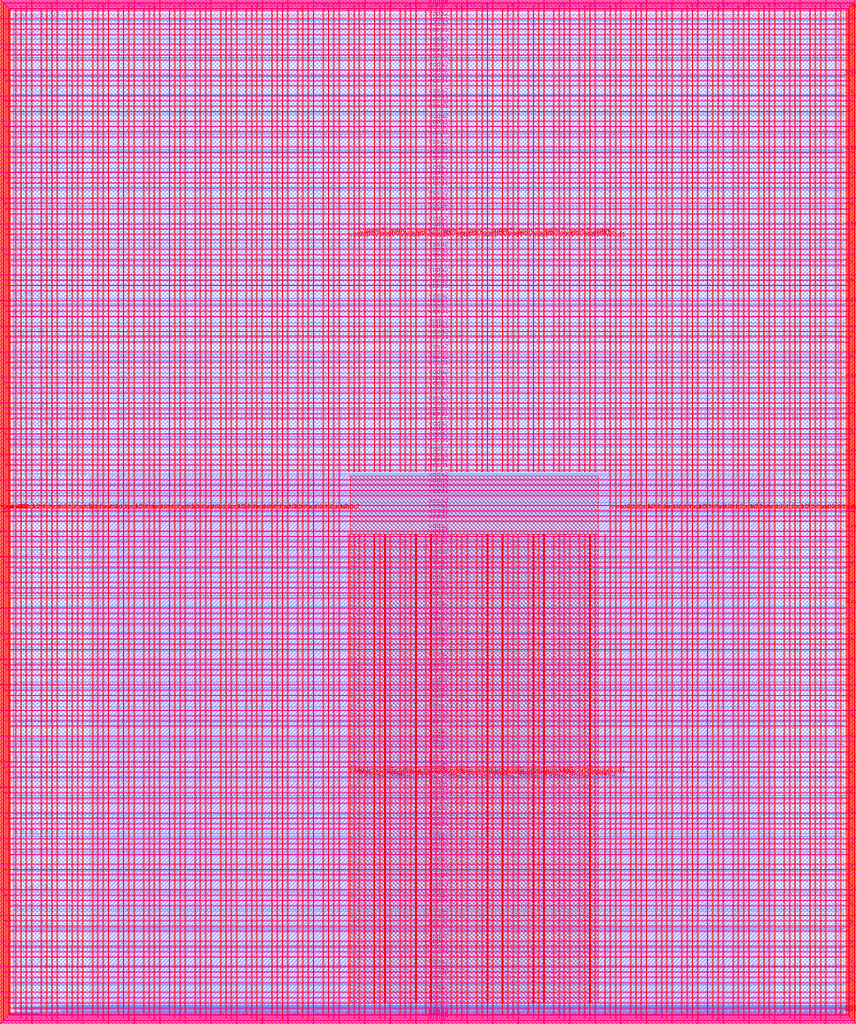
<source format=lef>
VERSION 5.7 ;
  NOWIREEXTENSIONATPIN ON ;
  DIVIDERCHAR "/" ;
  BUSBITCHARS "[]" ;
MACRO user_project_wrapper
  CLASS BLOCK ;
  FOREIGN user_project_wrapper ;
  ORIGIN 0.000 0.000 ;
  SIZE 2920.000 BY 3520.000 ;
  PIN analog_io[0]
    DIRECTION INOUT ;
    USE SIGNAL ;
    PORT
      LAYER met3 ;
        RECT 2917.600 1426.380 2924.800 1427.580 ;
    END
  END analog_io[0]
  PIN analog_io[10]
    DIRECTION INOUT ;
    USE SIGNAL ;
    PORT
      LAYER met2 ;
        RECT 2230.490 3517.600 2231.050 3524.800 ;
    END
  END analog_io[10]
  PIN analog_io[11]
    DIRECTION INOUT ;
    USE SIGNAL ;
    PORT
      LAYER met2 ;
        RECT 1905.730 3517.600 1906.290 3524.800 ;
    END
  END analog_io[11]
  PIN analog_io[12]
    DIRECTION INOUT ;
    USE SIGNAL ;
    PORT
      LAYER met2 ;
        RECT 1581.430 3517.600 1581.990 3524.800 ;
    END
  END analog_io[12]
  PIN analog_io[13]
    DIRECTION INOUT ;
    USE SIGNAL ;
    PORT
      LAYER met2 ;
        RECT 1257.130 3517.600 1257.690 3524.800 ;
    END
  END analog_io[13]
  PIN analog_io[14]
    DIRECTION INOUT ;
    USE SIGNAL ;
    PORT
      LAYER met2 ;
        RECT 932.370 3517.600 932.930 3524.800 ;
    END
  END analog_io[14]
  PIN analog_io[15]
    DIRECTION INOUT ;
    USE SIGNAL ;
    PORT
      LAYER met2 ;
        RECT 608.070 3517.600 608.630 3524.800 ;
    END
  END analog_io[15]
  PIN analog_io[16]
    DIRECTION INOUT ;
    USE SIGNAL ;
    PORT
      LAYER met2 ;
        RECT 283.770 3517.600 284.330 3524.800 ;
    END
  END analog_io[16]
  PIN analog_io[17]
    DIRECTION INOUT ;
    USE SIGNAL ;
    PORT
      LAYER met3 ;
        RECT -4.800 3486.100 2.400 3487.300 ;
    END
  END analog_io[17]
  PIN analog_io[18]
    DIRECTION INOUT ;
    USE SIGNAL ;
    PORT
      LAYER met3 ;
        RECT -4.800 3224.980 2.400 3226.180 ;
    END
  END analog_io[18]
  PIN analog_io[19]
    DIRECTION INOUT ;
    USE SIGNAL ;
    PORT
      LAYER met3 ;
        RECT -4.800 2964.540 2.400 2965.740 ;
    END
  END analog_io[19]
  PIN analog_io[1]
    DIRECTION INOUT ;
    USE SIGNAL ;
    PORT
      LAYER met3 ;
        RECT 2917.600 1692.260 2924.800 1693.460 ;
    END
  END analog_io[1]
  PIN analog_io[20]
    DIRECTION INOUT ;
    USE SIGNAL ;
    PORT
      LAYER met3 ;
        RECT -4.800 2703.420 2.400 2704.620 ;
    END
  END analog_io[20]
  PIN analog_io[21]
    DIRECTION INOUT ;
    USE SIGNAL ;
    PORT
      LAYER met3 ;
        RECT -4.800 2442.980 2.400 2444.180 ;
    END
  END analog_io[21]
  PIN analog_io[22]
    DIRECTION INOUT ;
    USE SIGNAL ;
    PORT
      LAYER met3 ;
        RECT -4.800 2182.540 2.400 2183.740 ;
    END
  END analog_io[22]
  PIN analog_io[23]
    DIRECTION INOUT ;
    USE SIGNAL ;
    PORT
      LAYER met3 ;
        RECT -4.800 1921.420 2.400 1922.620 ;
    END
  END analog_io[23]
  PIN analog_io[24]
    DIRECTION INOUT ;
    USE SIGNAL ;
    PORT
      LAYER met3 ;
        RECT -4.800 1660.980 2.400 1662.180 ;
    END
  END analog_io[24]
  PIN analog_io[25]
    DIRECTION INOUT ;
    USE SIGNAL ;
    PORT
      LAYER met3 ;
        RECT -4.800 1399.860 2.400 1401.060 ;
    END
  END analog_io[25]
  PIN analog_io[26]
    DIRECTION INOUT ;
    USE SIGNAL ;
    PORT
      LAYER met3 ;
        RECT -4.800 1139.420 2.400 1140.620 ;
    END
  END analog_io[26]
  PIN analog_io[27]
    DIRECTION INOUT ;
    USE SIGNAL ;
    PORT
      LAYER met3 ;
        RECT -4.800 878.980 2.400 880.180 ;
    END
  END analog_io[27]
  PIN analog_io[28]
    DIRECTION INOUT ;
    USE SIGNAL ;
    PORT
      LAYER met3 ;
        RECT -4.800 617.860 2.400 619.060 ;
    END
  END analog_io[28]
  PIN analog_io[2]
    DIRECTION INOUT ;
    USE SIGNAL ;
    PORT
      LAYER met3 ;
        RECT 2917.600 1958.140 2924.800 1959.340 ;
    END
  END analog_io[2]
  PIN analog_io[3]
    DIRECTION INOUT ;
    USE SIGNAL ;
    PORT
      LAYER met3 ;
        RECT 2917.600 2223.340 2924.800 2224.540 ;
    END
  END analog_io[3]
  PIN analog_io[4]
    DIRECTION INOUT ;
    USE SIGNAL ;
    PORT
      LAYER met3 ;
        RECT 2917.600 2489.220 2924.800 2490.420 ;
    END
  END analog_io[4]
  PIN analog_io[5]
    DIRECTION INOUT ;
    USE SIGNAL ;
    PORT
      LAYER met3 ;
        RECT 2917.600 2755.100 2924.800 2756.300 ;
    END
  END analog_io[5]
  PIN analog_io[6]
    DIRECTION INOUT ;
    USE SIGNAL ;
    PORT
      LAYER met3 ;
        RECT 2917.600 3020.300 2924.800 3021.500 ;
    END
  END analog_io[6]
  PIN analog_io[7]
    DIRECTION INOUT ;
    USE SIGNAL ;
    PORT
      LAYER met3 ;
        RECT 2917.600 3286.180 2924.800 3287.380 ;
    END
  END analog_io[7]
  PIN analog_io[8]
    DIRECTION INOUT ;
    USE SIGNAL ;
    PORT
      LAYER met2 ;
        RECT 2879.090 3517.600 2879.650 3524.800 ;
    END
  END analog_io[8]
  PIN analog_io[9]
    DIRECTION INOUT ;
    USE SIGNAL ;
    PORT
      LAYER met2 ;
        RECT 2554.790 3517.600 2555.350 3524.800 ;
    END
  END analog_io[9]
  PIN io_in[0]
    DIRECTION INPUT ;
    USE SIGNAL ;
    PORT
      LAYER met3 ;
        RECT 2917.600 32.380 2924.800 33.580 ;
    END
  END io_in[0]
  PIN io_in[10]
    DIRECTION INPUT ;
    USE SIGNAL ;
    PORT
      LAYER met3 ;
        RECT 2917.600 2289.980 2924.800 2291.180 ;
    END
  END io_in[10]
  PIN io_in[11]
    DIRECTION INPUT ;
    USE SIGNAL ;
    PORT
      LAYER met3 ;
        RECT 2917.600 2555.860 2924.800 2557.060 ;
    END
  END io_in[11]
  PIN io_in[12]
    DIRECTION INPUT ;
    USE SIGNAL ;
    PORT
      LAYER met3 ;
        RECT 2917.600 2821.060 2924.800 2822.260 ;
    END
  END io_in[12]
  PIN io_in[13]
    DIRECTION INPUT ;
    USE SIGNAL ;
    PORT
      LAYER met3 ;
        RECT 2917.600 3086.940 2924.800 3088.140 ;
    END
  END io_in[13]
  PIN io_in[14]
    DIRECTION INPUT ;
    USE SIGNAL ;
    PORT
      LAYER met3 ;
        RECT 2917.600 3352.820 2924.800 3354.020 ;
    END
  END io_in[14]
  PIN io_in[15]
    DIRECTION INPUT ;
    USE SIGNAL ;
    PORT
      LAYER met2 ;
        RECT 2798.130 3517.600 2798.690 3524.800 ;
    END
  END io_in[15]
  PIN io_in[16]
    DIRECTION INPUT ;
    USE SIGNAL ;
    PORT
      LAYER met2 ;
        RECT 2473.830 3517.600 2474.390 3524.800 ;
    END
  END io_in[16]
  PIN io_in[17]
    DIRECTION INPUT ;
    USE SIGNAL ;
    PORT
      LAYER met2 ;
        RECT 2149.070 3517.600 2149.630 3524.800 ;
    END
  END io_in[17]
  PIN io_in[18]
    DIRECTION INPUT ;
    USE SIGNAL ;
    PORT
      LAYER met2 ;
        RECT 1824.770 3517.600 1825.330 3524.800 ;
    END
  END io_in[18]
  PIN io_in[19]
    DIRECTION INPUT ;
    USE SIGNAL ;
    PORT
      LAYER met2 ;
        RECT 1500.470 3517.600 1501.030 3524.800 ;
    END
  END io_in[19]
  PIN io_in[1]
    DIRECTION INPUT ;
    USE SIGNAL ;
    PORT
      LAYER met3 ;
        RECT 2917.600 230.940 2924.800 232.140 ;
    END
  END io_in[1]
  PIN io_in[20]
    DIRECTION INPUT ;
    USE SIGNAL ;
    PORT
      LAYER met2 ;
        RECT 1175.710 3517.600 1176.270 3524.800 ;
    END
  END io_in[20]
  PIN io_in[21]
    DIRECTION INPUT ;
    USE SIGNAL ;
    PORT
      LAYER met2 ;
        RECT 851.410 3517.600 851.970 3524.800 ;
    END
  END io_in[21]
  PIN io_in[22]
    DIRECTION INPUT ;
    USE SIGNAL ;
    PORT
      LAYER met2 ;
        RECT 527.110 3517.600 527.670 3524.800 ;
    END
  END io_in[22]
  PIN io_in[23]
    DIRECTION INPUT ;
    USE SIGNAL ;
    PORT
      LAYER met2 ;
        RECT 202.350 3517.600 202.910 3524.800 ;
    END
  END io_in[23]
  PIN io_in[24]
    DIRECTION INPUT ;
    USE SIGNAL ;
    PORT
      LAYER met3 ;
        RECT -4.800 3420.820 2.400 3422.020 ;
    END
  END io_in[24]
  PIN io_in[25]
    DIRECTION INPUT ;
    USE SIGNAL ;
    PORT
      LAYER met3 ;
        RECT -4.800 3159.700 2.400 3160.900 ;
    END
  END io_in[25]
  PIN io_in[26]
    DIRECTION INPUT ;
    USE SIGNAL ;
    PORT
      LAYER met3 ;
        RECT -4.800 2899.260 2.400 2900.460 ;
    END
  END io_in[26]
  PIN io_in[27]
    DIRECTION INPUT ;
    USE SIGNAL ;
    PORT
      LAYER met3 ;
        RECT -4.800 2638.820 2.400 2640.020 ;
    END
  END io_in[27]
  PIN io_in[28]
    DIRECTION INPUT ;
    USE SIGNAL ;
    PORT
      LAYER met3 ;
        RECT -4.800 2377.700 2.400 2378.900 ;
    END
  END io_in[28]
  PIN io_in[29]
    DIRECTION INPUT ;
    USE SIGNAL ;
    PORT
      LAYER met3 ;
        RECT -4.800 2117.260 2.400 2118.460 ;
    END
  END io_in[29]
  PIN io_in[2]
    DIRECTION INPUT ;
    USE SIGNAL ;
    PORT
      LAYER met3 ;
        RECT 2917.600 430.180 2924.800 431.380 ;
    END
  END io_in[2]
  PIN io_in[30]
    DIRECTION INPUT ;
    USE SIGNAL ;
    PORT
      LAYER met3 ;
        RECT -4.800 1856.140 2.400 1857.340 ;
    END
  END io_in[30]
  PIN io_in[31]
    DIRECTION INPUT ;
    USE SIGNAL ;
    PORT
      LAYER met3 ;
        RECT -4.800 1595.700 2.400 1596.900 ;
    END
  END io_in[31]
  PIN io_in[32]
    DIRECTION INPUT ;
    USE SIGNAL ;
    PORT
      LAYER met3 ;
        RECT -4.800 1335.260 2.400 1336.460 ;
    END
  END io_in[32]
  PIN io_in[33]
    DIRECTION INPUT ;
    USE SIGNAL ;
    PORT
      LAYER met3 ;
        RECT -4.800 1074.140 2.400 1075.340 ;
    END
  END io_in[33]
  PIN io_in[34]
    DIRECTION INPUT ;
    USE SIGNAL ;
    PORT
      LAYER met3 ;
        RECT -4.800 813.700 2.400 814.900 ;
    END
  END io_in[34]
  PIN io_in[35]
    DIRECTION INPUT ;
    USE SIGNAL ;
    PORT
      LAYER met3 ;
        RECT -4.800 552.580 2.400 553.780 ;
    END
  END io_in[35]
  PIN io_in[36]
    DIRECTION INPUT ;
    USE SIGNAL ;
    PORT
      LAYER met3 ;
        RECT -4.800 357.420 2.400 358.620 ;
    END
  END io_in[36]
  PIN io_in[37]
    DIRECTION INPUT ;
    USE SIGNAL ;
    PORT
      LAYER met3 ;
        RECT -4.800 161.580 2.400 162.780 ;
    END
  END io_in[37]
  PIN io_in[3]
    DIRECTION INPUT ;
    USE SIGNAL ;
    PORT
      LAYER met3 ;
        RECT 2917.600 629.420 2924.800 630.620 ;
    END
  END io_in[3]
  PIN io_in[4]
    DIRECTION INPUT ;
    USE SIGNAL ;
    PORT
      LAYER met3 ;
        RECT 2917.600 828.660 2924.800 829.860 ;
    END
  END io_in[4]
  PIN io_in[5]
    DIRECTION INPUT ;
    USE SIGNAL ;
    PORT
      LAYER met3 ;
        RECT 2917.600 1027.900 2924.800 1029.100 ;
    END
  END io_in[5]
  PIN io_in[6]
    DIRECTION INPUT ;
    USE SIGNAL ;
    PORT
      LAYER met3 ;
        RECT 2917.600 1227.140 2924.800 1228.340 ;
    END
  END io_in[6]
  PIN io_in[7]
    DIRECTION INPUT ;
    USE SIGNAL ;
    PORT
      LAYER met3 ;
        RECT 2917.600 1493.020 2924.800 1494.220 ;
    END
  END io_in[7]
  PIN io_in[8]
    DIRECTION INPUT ;
    USE SIGNAL ;
    PORT
      LAYER met3 ;
        RECT 2917.600 1758.900 2924.800 1760.100 ;
    END
  END io_in[8]
  PIN io_in[9]
    DIRECTION INPUT ;
    USE SIGNAL ;
    PORT
      LAYER met3 ;
        RECT 2917.600 2024.100 2924.800 2025.300 ;
    END
  END io_in[9]
  PIN io_oeb[0]
    DIRECTION OUTPUT TRISTATE ;
    USE SIGNAL ;
    PORT
      LAYER met3 ;
        RECT 2917.600 164.980 2924.800 166.180 ;
    END
  END io_oeb[0]
  PIN io_oeb[10]
    DIRECTION OUTPUT TRISTATE ;
    USE SIGNAL ;
    PORT
      LAYER met3 ;
        RECT 2917.600 2422.580 2924.800 2423.780 ;
    END
  END io_oeb[10]
  PIN io_oeb[11]
    DIRECTION OUTPUT TRISTATE ;
    USE SIGNAL ;
    PORT
      LAYER met3 ;
        RECT 2917.600 2688.460 2924.800 2689.660 ;
    END
  END io_oeb[11]
  PIN io_oeb[12]
    DIRECTION OUTPUT TRISTATE ;
    USE SIGNAL ;
    PORT
      LAYER met3 ;
        RECT 2917.600 2954.340 2924.800 2955.540 ;
    END
  END io_oeb[12]
  PIN io_oeb[13]
    DIRECTION OUTPUT TRISTATE ;
    USE SIGNAL ;
    PORT
      LAYER met3 ;
        RECT 2917.600 3219.540 2924.800 3220.740 ;
    END
  END io_oeb[13]
  PIN io_oeb[14]
    DIRECTION OUTPUT TRISTATE ;
    USE SIGNAL ;
    PORT
      LAYER met3 ;
        RECT 2917.600 3485.420 2924.800 3486.620 ;
    END
  END io_oeb[14]
  PIN io_oeb[15]
    DIRECTION OUTPUT TRISTATE ;
    USE SIGNAL ;
    PORT
      LAYER met2 ;
        RECT 2635.750 3517.600 2636.310 3524.800 ;
    END
  END io_oeb[15]
  PIN io_oeb[16]
    DIRECTION OUTPUT TRISTATE ;
    USE SIGNAL ;
    PORT
      LAYER met2 ;
        RECT 2311.450 3517.600 2312.010 3524.800 ;
    END
  END io_oeb[16]
  PIN io_oeb[17]
    DIRECTION OUTPUT TRISTATE ;
    USE SIGNAL ;
    PORT
      LAYER met2 ;
        RECT 1987.150 3517.600 1987.710 3524.800 ;
    END
  END io_oeb[17]
  PIN io_oeb[18]
    DIRECTION OUTPUT TRISTATE ;
    USE SIGNAL ;
    PORT
      LAYER met2 ;
        RECT 1662.390 3517.600 1662.950 3524.800 ;
    END
  END io_oeb[18]
  PIN io_oeb[19]
    DIRECTION OUTPUT TRISTATE ;
    USE SIGNAL ;
    PORT
      LAYER met2 ;
        RECT 1338.090 3517.600 1338.650 3524.800 ;
    END
  END io_oeb[19]
  PIN io_oeb[1]
    DIRECTION OUTPUT TRISTATE ;
    USE SIGNAL ;
    PORT
      LAYER met3 ;
        RECT 2917.600 364.220 2924.800 365.420 ;
    END
  END io_oeb[1]
  PIN io_oeb[20]
    DIRECTION OUTPUT TRISTATE ;
    USE SIGNAL ;
    PORT
      LAYER met2 ;
        RECT 1013.790 3517.600 1014.350 3524.800 ;
    END
  END io_oeb[20]
  PIN io_oeb[21]
    DIRECTION OUTPUT TRISTATE ;
    USE SIGNAL ;
    PORT
      LAYER met2 ;
        RECT 689.030 3517.600 689.590 3524.800 ;
    END
  END io_oeb[21]
  PIN io_oeb[22]
    DIRECTION OUTPUT TRISTATE ;
    USE SIGNAL ;
    PORT
      LAYER met2 ;
        RECT 364.730 3517.600 365.290 3524.800 ;
    END
  END io_oeb[22]
  PIN io_oeb[23]
    DIRECTION OUTPUT TRISTATE ;
    USE SIGNAL ;
    PORT
      LAYER met2 ;
        RECT 40.430 3517.600 40.990 3524.800 ;
    END
  END io_oeb[23]
  PIN io_oeb[24]
    DIRECTION OUTPUT TRISTATE ;
    USE SIGNAL ;
    PORT
      LAYER met3 ;
        RECT -4.800 3290.260 2.400 3291.460 ;
    END
  END io_oeb[24]
  PIN io_oeb[25]
    DIRECTION OUTPUT TRISTATE ;
    USE SIGNAL ;
    PORT
      LAYER met3 ;
        RECT -4.800 3029.820 2.400 3031.020 ;
    END
  END io_oeb[25]
  PIN io_oeb[26]
    DIRECTION OUTPUT TRISTATE ;
    USE SIGNAL ;
    PORT
      LAYER met3 ;
        RECT -4.800 2768.700 2.400 2769.900 ;
    END
  END io_oeb[26]
  PIN io_oeb[27]
    DIRECTION OUTPUT TRISTATE ;
    USE SIGNAL ;
    PORT
      LAYER met3 ;
        RECT -4.800 2508.260 2.400 2509.460 ;
    END
  END io_oeb[27]
  PIN io_oeb[28]
    DIRECTION OUTPUT TRISTATE ;
    USE SIGNAL ;
    PORT
      LAYER met3 ;
        RECT -4.800 2247.140 2.400 2248.340 ;
    END
  END io_oeb[28]
  PIN io_oeb[29]
    DIRECTION OUTPUT TRISTATE ;
    USE SIGNAL ;
    PORT
      LAYER met3 ;
        RECT -4.800 1986.700 2.400 1987.900 ;
    END
  END io_oeb[29]
  PIN io_oeb[2]
    DIRECTION OUTPUT TRISTATE ;
    USE SIGNAL ;
    PORT
      LAYER met3 ;
        RECT 2917.600 563.460 2924.800 564.660 ;
    END
  END io_oeb[2]
  PIN io_oeb[30]
    DIRECTION OUTPUT TRISTATE ;
    USE SIGNAL ;
    PORT
      LAYER met3 ;
        RECT -4.800 1726.260 2.400 1727.460 ;
    END
  END io_oeb[30]
  PIN io_oeb[31]
    DIRECTION OUTPUT TRISTATE ;
    USE SIGNAL ;
    PORT
      LAYER met3 ;
        RECT -4.800 1465.140 2.400 1466.340 ;
    END
  END io_oeb[31]
  PIN io_oeb[32]
    DIRECTION OUTPUT TRISTATE ;
    USE SIGNAL ;
    PORT
      LAYER met3 ;
        RECT -4.800 1204.700 2.400 1205.900 ;
    END
  END io_oeb[32]
  PIN io_oeb[33]
    DIRECTION OUTPUT TRISTATE ;
    USE SIGNAL ;
    PORT
      LAYER met3 ;
        RECT -4.800 943.580 2.400 944.780 ;
    END
  END io_oeb[33]
  PIN io_oeb[34]
    DIRECTION OUTPUT TRISTATE ;
    USE SIGNAL ;
    PORT
      LAYER met3 ;
        RECT -4.800 683.140 2.400 684.340 ;
    END
  END io_oeb[34]
  PIN io_oeb[35]
    DIRECTION OUTPUT TRISTATE ;
    USE SIGNAL ;
    PORT
      LAYER met3 ;
        RECT -4.800 422.700 2.400 423.900 ;
    END
  END io_oeb[35]
  PIN io_oeb[36]
    DIRECTION OUTPUT TRISTATE ;
    USE SIGNAL ;
    PORT
      LAYER met3 ;
        RECT -4.800 226.860 2.400 228.060 ;
    END
  END io_oeb[36]
  PIN io_oeb[37]
    DIRECTION OUTPUT TRISTATE ;
    USE SIGNAL ;
    PORT
      LAYER met3 ;
        RECT -4.800 31.700 2.400 32.900 ;
    END
  END io_oeb[37]
  PIN io_oeb[3]
    DIRECTION OUTPUT TRISTATE ;
    USE SIGNAL ;
    PORT
      LAYER met3 ;
        RECT 2917.600 762.700 2924.800 763.900 ;
    END
  END io_oeb[3]
  PIN io_oeb[4]
    DIRECTION OUTPUT TRISTATE ;
    USE SIGNAL ;
    PORT
      LAYER met3 ;
        RECT 2917.600 961.940 2924.800 963.140 ;
    END
  END io_oeb[4]
  PIN io_oeb[5]
    DIRECTION OUTPUT TRISTATE ;
    USE SIGNAL ;
    PORT
      LAYER met3 ;
        RECT 2917.600 1161.180 2924.800 1162.380 ;
    END
  END io_oeb[5]
  PIN io_oeb[6]
    DIRECTION OUTPUT TRISTATE ;
    USE SIGNAL ;
    PORT
      LAYER met3 ;
        RECT 2917.600 1360.420 2924.800 1361.620 ;
    END
  END io_oeb[6]
  PIN io_oeb[7]
    DIRECTION OUTPUT TRISTATE ;
    USE SIGNAL ;
    PORT
      LAYER met3 ;
        RECT 2917.600 1625.620 2924.800 1626.820 ;
    END
  END io_oeb[7]
  PIN io_oeb[8]
    DIRECTION OUTPUT TRISTATE ;
    USE SIGNAL ;
    PORT
      LAYER met3 ;
        RECT 2917.600 1891.500 2924.800 1892.700 ;
    END
  END io_oeb[8]
  PIN io_oeb[9]
    DIRECTION OUTPUT TRISTATE ;
    USE SIGNAL ;
    PORT
      LAYER met3 ;
        RECT 2917.600 2157.380 2924.800 2158.580 ;
    END
  END io_oeb[9]
  PIN io_out[0]
    DIRECTION OUTPUT TRISTATE ;
    USE SIGNAL ;
    PORT
      LAYER met3 ;
        RECT 2917.600 98.340 2924.800 99.540 ;
    END
  END io_out[0]
  PIN io_out[10]
    DIRECTION OUTPUT TRISTATE ;
    USE SIGNAL ;
    PORT
      LAYER met3 ;
        RECT 2917.600 2356.620 2924.800 2357.820 ;
    END
  END io_out[10]
  PIN io_out[11]
    DIRECTION OUTPUT TRISTATE ;
    USE SIGNAL ;
    PORT
      LAYER met3 ;
        RECT 2917.600 2621.820 2924.800 2623.020 ;
    END
  END io_out[11]
  PIN io_out[12]
    DIRECTION OUTPUT TRISTATE ;
    USE SIGNAL ;
    PORT
      LAYER met3 ;
        RECT 2917.600 2887.700 2924.800 2888.900 ;
    END
  END io_out[12]
  PIN io_out[13]
    DIRECTION OUTPUT TRISTATE ;
    USE SIGNAL ;
    PORT
      LAYER met3 ;
        RECT 2917.600 3153.580 2924.800 3154.780 ;
    END
  END io_out[13]
  PIN io_out[14]
    DIRECTION OUTPUT TRISTATE ;
    USE SIGNAL ;
    PORT
      LAYER met3 ;
        RECT 2917.600 3418.780 2924.800 3419.980 ;
    END
  END io_out[14]
  PIN io_out[15]
    DIRECTION OUTPUT TRISTATE ;
    USE SIGNAL ;
    PORT
      LAYER met2 ;
        RECT 2717.170 3517.600 2717.730 3524.800 ;
    END
  END io_out[15]
  PIN io_out[16]
    DIRECTION OUTPUT TRISTATE ;
    USE SIGNAL ;
    PORT
      LAYER met2 ;
        RECT 2392.410 3517.600 2392.970 3524.800 ;
    END
  END io_out[16]
  PIN io_out[17]
    DIRECTION OUTPUT TRISTATE ;
    USE SIGNAL ;
    PORT
      LAYER met2 ;
        RECT 2068.110 3517.600 2068.670 3524.800 ;
    END
  END io_out[17]
  PIN io_out[18]
    DIRECTION OUTPUT TRISTATE ;
    USE SIGNAL ;
    PORT
      LAYER met2 ;
        RECT 1743.810 3517.600 1744.370 3524.800 ;
    END
  END io_out[18]
  PIN io_out[19]
    DIRECTION OUTPUT TRISTATE ;
    USE SIGNAL ;
    PORT
      LAYER met2 ;
        RECT 1419.050 3517.600 1419.610 3524.800 ;
    END
  END io_out[19]
  PIN io_out[1]
    DIRECTION OUTPUT TRISTATE ;
    USE SIGNAL ;
    PORT
      LAYER met3 ;
        RECT 2917.600 297.580 2924.800 298.780 ;
    END
  END io_out[1]
  PIN io_out[20]
    DIRECTION OUTPUT TRISTATE ;
    USE SIGNAL ;
    PORT
      LAYER met2 ;
        RECT 1094.750 3517.600 1095.310 3524.800 ;
    END
  END io_out[20]
  PIN io_out[21]
    DIRECTION OUTPUT TRISTATE ;
    USE SIGNAL ;
    PORT
      LAYER met2 ;
        RECT 770.450 3517.600 771.010 3524.800 ;
    END
  END io_out[21]
  PIN io_out[22]
    DIRECTION OUTPUT TRISTATE ;
    USE SIGNAL ;
    PORT
      LAYER met2 ;
        RECT 445.690 3517.600 446.250 3524.800 ;
    END
  END io_out[22]
  PIN io_out[23]
    DIRECTION OUTPUT TRISTATE ;
    USE SIGNAL ;
    PORT
      LAYER met2 ;
        RECT 121.390 3517.600 121.950 3524.800 ;
    END
  END io_out[23]
  PIN io_out[24]
    DIRECTION OUTPUT TRISTATE ;
    USE SIGNAL ;
    PORT
      LAYER met3 ;
        RECT -4.800 3355.540 2.400 3356.740 ;
    END
  END io_out[24]
  PIN io_out[25]
    DIRECTION OUTPUT TRISTATE ;
    USE SIGNAL ;
    PORT
      LAYER met3 ;
        RECT -4.800 3095.100 2.400 3096.300 ;
    END
  END io_out[25]
  PIN io_out[26]
    DIRECTION OUTPUT TRISTATE ;
    USE SIGNAL ;
    PORT
      LAYER met3 ;
        RECT -4.800 2833.980 2.400 2835.180 ;
    END
  END io_out[26]
  PIN io_out[27]
    DIRECTION OUTPUT TRISTATE ;
    USE SIGNAL ;
    PORT
      LAYER met3 ;
        RECT -4.800 2573.540 2.400 2574.740 ;
    END
  END io_out[27]
  PIN io_out[28]
    DIRECTION OUTPUT TRISTATE ;
    USE SIGNAL ;
    PORT
      LAYER met3 ;
        RECT -4.800 2312.420 2.400 2313.620 ;
    END
  END io_out[28]
  PIN io_out[29]
    DIRECTION OUTPUT TRISTATE ;
    USE SIGNAL ;
    PORT
      LAYER met3 ;
        RECT -4.800 2051.980 2.400 2053.180 ;
    END
  END io_out[29]
  PIN io_out[2]
    DIRECTION OUTPUT TRISTATE ;
    USE SIGNAL ;
    PORT
      LAYER met3 ;
        RECT 2917.600 496.820 2924.800 498.020 ;
    END
  END io_out[2]
  PIN io_out[30]
    DIRECTION OUTPUT TRISTATE ;
    USE SIGNAL ;
    PORT
      LAYER met3 ;
        RECT -4.800 1791.540 2.400 1792.740 ;
    END
  END io_out[30]
  PIN io_out[31]
    DIRECTION OUTPUT TRISTATE ;
    USE SIGNAL ;
    PORT
      LAYER met3 ;
        RECT -4.800 1530.420 2.400 1531.620 ;
    END
  END io_out[31]
  PIN io_out[32]
    DIRECTION OUTPUT TRISTATE ;
    USE SIGNAL ;
    PORT
      LAYER met3 ;
        RECT -4.800 1269.980 2.400 1271.180 ;
    END
  END io_out[32]
  PIN io_out[33]
    DIRECTION OUTPUT TRISTATE ;
    USE SIGNAL ;
    PORT
      LAYER met3 ;
        RECT -4.800 1008.860 2.400 1010.060 ;
    END
  END io_out[33]
  PIN io_out[34]
    DIRECTION OUTPUT TRISTATE ;
    USE SIGNAL ;
    PORT
      LAYER met3 ;
        RECT -4.800 748.420 2.400 749.620 ;
    END
  END io_out[34]
  PIN io_out[35]
    DIRECTION OUTPUT TRISTATE ;
    USE SIGNAL ;
    PORT
      LAYER met3 ;
        RECT -4.800 487.300 2.400 488.500 ;
    END
  END io_out[35]
  PIN io_out[36]
    DIRECTION OUTPUT TRISTATE ;
    USE SIGNAL ;
    PORT
      LAYER met3 ;
        RECT -4.800 292.140 2.400 293.340 ;
    END
  END io_out[36]
  PIN io_out[37]
    DIRECTION OUTPUT TRISTATE ;
    USE SIGNAL ;
    PORT
      LAYER met3 ;
        RECT -4.800 96.300 2.400 97.500 ;
    END
  END io_out[37]
  PIN io_out[3]
    DIRECTION OUTPUT TRISTATE ;
    USE SIGNAL ;
    PORT
      LAYER met3 ;
        RECT 2917.600 696.060 2924.800 697.260 ;
    END
  END io_out[3]
  PIN io_out[4]
    DIRECTION OUTPUT TRISTATE ;
    USE SIGNAL ;
    PORT
      LAYER met3 ;
        RECT 2917.600 895.300 2924.800 896.500 ;
    END
  END io_out[4]
  PIN io_out[5]
    DIRECTION OUTPUT TRISTATE ;
    USE SIGNAL ;
    PORT
      LAYER met3 ;
        RECT 2917.600 1094.540 2924.800 1095.740 ;
    END
  END io_out[5]
  PIN io_out[6]
    DIRECTION OUTPUT TRISTATE ;
    USE SIGNAL ;
    PORT
      LAYER met3 ;
        RECT 2917.600 1293.780 2924.800 1294.980 ;
    END
  END io_out[6]
  PIN io_out[7]
    DIRECTION OUTPUT TRISTATE ;
    USE SIGNAL ;
    PORT
      LAYER met3 ;
        RECT 2917.600 1559.660 2924.800 1560.860 ;
    END
  END io_out[7]
  PIN io_out[8]
    DIRECTION OUTPUT TRISTATE ;
    USE SIGNAL ;
    PORT
      LAYER met3 ;
        RECT 2917.600 1824.860 2924.800 1826.060 ;
    END
  END io_out[8]
  PIN io_out[9]
    DIRECTION OUTPUT TRISTATE ;
    USE SIGNAL ;
    PORT
      LAYER met3 ;
        RECT 2917.600 2090.740 2924.800 2091.940 ;
    END
  END io_out[9]
  PIN la_data_in[0]
    DIRECTION INPUT ;
    USE SIGNAL ;
    PORT
      LAYER met2 ;
        RECT 629.230 -4.800 629.790 2.400 ;
    END
  END la_data_in[0]
  PIN la_data_in[100]
    DIRECTION INPUT ;
    USE SIGNAL ;
    PORT
      LAYER met2 ;
        RECT 2402.530 -4.800 2403.090 2.400 ;
    END
  END la_data_in[100]
  PIN la_data_in[101]
    DIRECTION INPUT ;
    USE SIGNAL ;
    PORT
      LAYER met2 ;
        RECT 2420.010 -4.800 2420.570 2.400 ;
    END
  END la_data_in[101]
  PIN la_data_in[102]
    DIRECTION INPUT ;
    USE SIGNAL ;
    PORT
      LAYER met2 ;
        RECT 2437.950 -4.800 2438.510 2.400 ;
    END
  END la_data_in[102]
  PIN la_data_in[103]
    DIRECTION INPUT ;
    USE SIGNAL ;
    PORT
      LAYER met2 ;
        RECT 2455.430 -4.800 2455.990 2.400 ;
    END
  END la_data_in[103]
  PIN la_data_in[104]
    DIRECTION INPUT ;
    USE SIGNAL ;
    PORT
      LAYER met2 ;
        RECT 2473.370 -4.800 2473.930 2.400 ;
    END
  END la_data_in[104]
  PIN la_data_in[105]
    DIRECTION INPUT ;
    USE SIGNAL ;
    PORT
      LAYER met2 ;
        RECT 2490.850 -4.800 2491.410 2.400 ;
    END
  END la_data_in[105]
  PIN la_data_in[106]
    DIRECTION INPUT ;
    USE SIGNAL ;
    PORT
      LAYER met2 ;
        RECT 2508.790 -4.800 2509.350 2.400 ;
    END
  END la_data_in[106]
  PIN la_data_in[107]
    DIRECTION INPUT ;
    USE SIGNAL ;
    PORT
      LAYER met2 ;
        RECT 2526.730 -4.800 2527.290 2.400 ;
    END
  END la_data_in[107]
  PIN la_data_in[108]
    DIRECTION INPUT ;
    USE SIGNAL ;
    PORT
      LAYER met2 ;
        RECT 2544.210 -4.800 2544.770 2.400 ;
    END
  END la_data_in[108]
  PIN la_data_in[109]
    DIRECTION INPUT ;
    USE SIGNAL ;
    PORT
      LAYER met2 ;
        RECT 2562.150 -4.800 2562.710 2.400 ;
    END
  END la_data_in[109]
  PIN la_data_in[10]
    DIRECTION INPUT ;
    USE SIGNAL ;
    PORT
      LAYER met2 ;
        RECT 806.330 -4.800 806.890 2.400 ;
    END
  END la_data_in[10]
  PIN la_data_in[110]
    DIRECTION INPUT ;
    USE SIGNAL ;
    PORT
      LAYER met2 ;
        RECT 2579.630 -4.800 2580.190 2.400 ;
    END
  END la_data_in[110]
  PIN la_data_in[111]
    DIRECTION INPUT ;
    USE SIGNAL ;
    PORT
      LAYER met2 ;
        RECT 2597.570 -4.800 2598.130 2.400 ;
    END
  END la_data_in[111]
  PIN la_data_in[112]
    DIRECTION INPUT ;
    USE SIGNAL ;
    PORT
      LAYER met2 ;
        RECT 2615.050 -4.800 2615.610 2.400 ;
    END
  END la_data_in[112]
  PIN la_data_in[113]
    DIRECTION INPUT ;
    USE SIGNAL ;
    PORT
      LAYER met2 ;
        RECT 2632.990 -4.800 2633.550 2.400 ;
    END
  END la_data_in[113]
  PIN la_data_in[114]
    DIRECTION INPUT ;
    USE SIGNAL ;
    PORT
      LAYER met2 ;
        RECT 2650.470 -4.800 2651.030 2.400 ;
    END
  END la_data_in[114]
  PIN la_data_in[115]
    DIRECTION INPUT ;
    USE SIGNAL ;
    PORT
      LAYER met2 ;
        RECT 2668.410 -4.800 2668.970 2.400 ;
    END
  END la_data_in[115]
  PIN la_data_in[116]
    DIRECTION INPUT ;
    USE SIGNAL ;
    PORT
      LAYER met2 ;
        RECT 2685.890 -4.800 2686.450 2.400 ;
    END
  END la_data_in[116]
  PIN la_data_in[117]
    DIRECTION INPUT ;
    USE SIGNAL ;
    PORT
      LAYER met2 ;
        RECT 2703.830 -4.800 2704.390 2.400 ;
    END
  END la_data_in[117]
  PIN la_data_in[118]
    DIRECTION INPUT ;
    USE SIGNAL ;
    PORT
      LAYER met2 ;
        RECT 2721.770 -4.800 2722.330 2.400 ;
    END
  END la_data_in[118]
  PIN la_data_in[119]
    DIRECTION INPUT ;
    USE SIGNAL ;
    PORT
      LAYER met2 ;
        RECT 2739.250 -4.800 2739.810 2.400 ;
    END
  END la_data_in[119]
  PIN la_data_in[11]
    DIRECTION INPUT ;
    USE SIGNAL ;
    PORT
      LAYER met2 ;
        RECT 824.270 -4.800 824.830 2.400 ;
    END
  END la_data_in[11]
  PIN la_data_in[120]
    DIRECTION INPUT ;
    USE SIGNAL ;
    PORT
      LAYER met2 ;
        RECT 2757.190 -4.800 2757.750 2.400 ;
    END
  END la_data_in[120]
  PIN la_data_in[121]
    DIRECTION INPUT ;
    USE SIGNAL ;
    PORT
      LAYER met2 ;
        RECT 2774.670 -4.800 2775.230 2.400 ;
    END
  END la_data_in[121]
  PIN la_data_in[122]
    DIRECTION INPUT ;
    USE SIGNAL ;
    PORT
      LAYER met2 ;
        RECT 2792.610 -4.800 2793.170 2.400 ;
    END
  END la_data_in[122]
  PIN la_data_in[123]
    DIRECTION INPUT ;
    USE SIGNAL ;
    PORT
      LAYER met2 ;
        RECT 2810.090 -4.800 2810.650 2.400 ;
    END
  END la_data_in[123]
  PIN la_data_in[124]
    DIRECTION INPUT ;
    USE SIGNAL ;
    PORT
      LAYER met2 ;
        RECT 2828.030 -4.800 2828.590 2.400 ;
    END
  END la_data_in[124]
  PIN la_data_in[125]
    DIRECTION INPUT ;
    USE SIGNAL ;
    PORT
      LAYER met2 ;
        RECT 2845.510 -4.800 2846.070 2.400 ;
    END
  END la_data_in[125]
  PIN la_data_in[126]
    DIRECTION INPUT ;
    USE SIGNAL ;
    PORT
      LAYER met2 ;
        RECT 2863.450 -4.800 2864.010 2.400 ;
    END
  END la_data_in[126]
  PIN la_data_in[127]
    DIRECTION INPUT ;
    USE SIGNAL ;
    PORT
      LAYER met2 ;
        RECT 2881.390 -4.800 2881.950 2.400 ;
    END
  END la_data_in[127]
  PIN la_data_in[12]
    DIRECTION INPUT ;
    USE SIGNAL ;
    PORT
      LAYER met2 ;
        RECT 841.750 -4.800 842.310 2.400 ;
    END
  END la_data_in[12]
  PIN la_data_in[13]
    DIRECTION INPUT ;
    USE SIGNAL ;
    PORT
      LAYER met2 ;
        RECT 859.690 -4.800 860.250 2.400 ;
    END
  END la_data_in[13]
  PIN la_data_in[14]
    DIRECTION INPUT ;
    USE SIGNAL ;
    PORT
      LAYER met2 ;
        RECT 877.170 -4.800 877.730 2.400 ;
    END
  END la_data_in[14]
  PIN la_data_in[15]
    DIRECTION INPUT ;
    USE SIGNAL ;
    PORT
      LAYER met2 ;
        RECT 895.110 -4.800 895.670 2.400 ;
    END
  END la_data_in[15]
  PIN la_data_in[16]
    DIRECTION INPUT ;
    USE SIGNAL ;
    PORT
      LAYER met2 ;
        RECT 912.590 -4.800 913.150 2.400 ;
    END
  END la_data_in[16]
  PIN la_data_in[17]
    DIRECTION INPUT ;
    USE SIGNAL ;
    PORT
      LAYER met2 ;
        RECT 930.530 -4.800 931.090 2.400 ;
    END
  END la_data_in[17]
  PIN la_data_in[18]
    DIRECTION INPUT ;
    USE SIGNAL ;
    PORT
      LAYER met2 ;
        RECT 948.470 -4.800 949.030 2.400 ;
    END
  END la_data_in[18]
  PIN la_data_in[19]
    DIRECTION INPUT ;
    USE SIGNAL ;
    PORT
      LAYER met2 ;
        RECT 965.950 -4.800 966.510 2.400 ;
    END
  END la_data_in[19]
  PIN la_data_in[1]
    DIRECTION INPUT ;
    USE SIGNAL ;
    PORT
      LAYER met2 ;
        RECT 646.710 -4.800 647.270 2.400 ;
    END
  END la_data_in[1]
  PIN la_data_in[20]
    DIRECTION INPUT ;
    USE SIGNAL ;
    PORT
      LAYER met2 ;
        RECT 983.890 -4.800 984.450 2.400 ;
    END
  END la_data_in[20]
  PIN la_data_in[21]
    DIRECTION INPUT ;
    USE SIGNAL ;
    PORT
      LAYER met2 ;
        RECT 1001.370 -4.800 1001.930 2.400 ;
    END
  END la_data_in[21]
  PIN la_data_in[22]
    DIRECTION INPUT ;
    USE SIGNAL ;
    PORT
      LAYER met2 ;
        RECT 1019.310 -4.800 1019.870 2.400 ;
    END
  END la_data_in[22]
  PIN la_data_in[23]
    DIRECTION INPUT ;
    USE SIGNAL ;
    PORT
      LAYER met2 ;
        RECT 1036.790 -4.800 1037.350 2.400 ;
    END
  END la_data_in[23]
  PIN la_data_in[24]
    DIRECTION INPUT ;
    USE SIGNAL ;
    PORT
      LAYER met2 ;
        RECT 1054.730 -4.800 1055.290 2.400 ;
    END
  END la_data_in[24]
  PIN la_data_in[25]
    DIRECTION INPUT ;
    USE SIGNAL ;
    PORT
      LAYER met2 ;
        RECT 1072.210 -4.800 1072.770 2.400 ;
    END
  END la_data_in[25]
  PIN la_data_in[26]
    DIRECTION INPUT ;
    USE SIGNAL ;
    PORT
      LAYER met2 ;
        RECT 1090.150 -4.800 1090.710 2.400 ;
    END
  END la_data_in[26]
  PIN la_data_in[27]
    DIRECTION INPUT ;
    USE SIGNAL ;
    PORT
      LAYER met2 ;
        RECT 1107.630 -4.800 1108.190 2.400 ;
    END
  END la_data_in[27]
  PIN la_data_in[28]
    DIRECTION INPUT ;
    USE SIGNAL ;
    PORT
      LAYER met2 ;
        RECT 1125.570 -4.800 1126.130 2.400 ;
    END
  END la_data_in[28]
  PIN la_data_in[29]
    DIRECTION INPUT ;
    USE SIGNAL ;
    PORT
      LAYER met2 ;
        RECT 1143.510 -4.800 1144.070 2.400 ;
    END
  END la_data_in[29]
  PIN la_data_in[2]
    DIRECTION INPUT ;
    USE SIGNAL ;
    PORT
      LAYER met2 ;
        RECT 664.650 -4.800 665.210 2.400 ;
    END
  END la_data_in[2]
  PIN la_data_in[30]
    DIRECTION INPUT ;
    USE SIGNAL ;
    PORT
      LAYER met2 ;
        RECT 1160.990 -4.800 1161.550 2.400 ;
    END
  END la_data_in[30]
  PIN la_data_in[31]
    DIRECTION INPUT ;
    USE SIGNAL ;
    PORT
      LAYER met2 ;
        RECT 1178.930 -4.800 1179.490 2.400 ;
    END
  END la_data_in[31]
  PIN la_data_in[32]
    DIRECTION INPUT ;
    USE SIGNAL ;
    PORT
      LAYER met2 ;
        RECT 1196.410 -4.800 1196.970 2.400 ;
    END
  END la_data_in[32]
  PIN la_data_in[33]
    DIRECTION INPUT ;
    USE SIGNAL ;
    PORT
      LAYER met2 ;
        RECT 1214.350 -4.800 1214.910 2.400 ;
    END
  END la_data_in[33]
  PIN la_data_in[34]
    DIRECTION INPUT ;
    USE SIGNAL ;
    PORT
      LAYER met2 ;
        RECT 1231.830 -4.800 1232.390 2.400 ;
    END
  END la_data_in[34]
  PIN la_data_in[35]
    DIRECTION INPUT ;
    USE SIGNAL ;
    PORT
      LAYER met2 ;
        RECT 1249.770 -4.800 1250.330 2.400 ;
    END
  END la_data_in[35]
  PIN la_data_in[36]
    DIRECTION INPUT ;
    USE SIGNAL ;
    PORT
      LAYER met2 ;
        RECT 1267.250 -4.800 1267.810 2.400 ;
    END
  END la_data_in[36]
  PIN la_data_in[37]
    DIRECTION INPUT ;
    USE SIGNAL ;
    PORT
      LAYER met2 ;
        RECT 1285.190 -4.800 1285.750 2.400 ;
    END
  END la_data_in[37]
  PIN la_data_in[38]
    DIRECTION INPUT ;
    USE SIGNAL ;
    PORT
      LAYER met2 ;
        RECT 1303.130 -4.800 1303.690 2.400 ;
    END
  END la_data_in[38]
  PIN la_data_in[39]
    DIRECTION INPUT ;
    USE SIGNAL ;
    PORT
      LAYER met2 ;
        RECT 1320.610 -4.800 1321.170 2.400 ;
    END
  END la_data_in[39]
  PIN la_data_in[3]
    DIRECTION INPUT ;
    USE SIGNAL ;
    PORT
      LAYER met2 ;
        RECT 682.130 -4.800 682.690 2.400 ;
    END
  END la_data_in[3]
  PIN la_data_in[40]
    DIRECTION INPUT ;
    USE SIGNAL ;
    PORT
      LAYER met2 ;
        RECT 1338.550 -4.800 1339.110 2.400 ;
    END
  END la_data_in[40]
  PIN la_data_in[41]
    DIRECTION INPUT ;
    USE SIGNAL ;
    PORT
      LAYER met2 ;
        RECT 1356.030 -4.800 1356.590 2.400 ;
    END
  END la_data_in[41]
  PIN la_data_in[42]
    DIRECTION INPUT ;
    USE SIGNAL ;
    PORT
      LAYER met2 ;
        RECT 1373.970 -4.800 1374.530 2.400 ;
    END
  END la_data_in[42]
  PIN la_data_in[43]
    DIRECTION INPUT ;
    USE SIGNAL ;
    PORT
      LAYER met2 ;
        RECT 1391.450 -4.800 1392.010 2.400 ;
    END
  END la_data_in[43]
  PIN la_data_in[44]
    DIRECTION INPUT ;
    USE SIGNAL ;
    PORT
      LAYER met2 ;
        RECT 1409.390 -4.800 1409.950 2.400 ;
    END
  END la_data_in[44]
  PIN la_data_in[45]
    DIRECTION INPUT ;
    USE SIGNAL ;
    PORT
      LAYER met2 ;
        RECT 1426.870 -4.800 1427.430 2.400 ;
    END
  END la_data_in[45]
  PIN la_data_in[46]
    DIRECTION INPUT ;
    USE SIGNAL ;
    PORT
      LAYER met2 ;
        RECT 1444.810 -4.800 1445.370 2.400 ;
    END
  END la_data_in[46]
  PIN la_data_in[47]
    DIRECTION INPUT ;
    USE SIGNAL ;
    PORT
      LAYER met2 ;
        RECT 1462.750 -4.800 1463.310 2.400 ;
    END
  END la_data_in[47]
  PIN la_data_in[48]
    DIRECTION INPUT ;
    USE SIGNAL ;
    PORT
      LAYER met2 ;
        RECT 1480.230 -4.800 1480.790 2.400 ;
    END
  END la_data_in[48]
  PIN la_data_in[49]
    DIRECTION INPUT ;
    USE SIGNAL ;
    PORT
      LAYER met2 ;
        RECT 1498.170 -4.800 1498.730 2.400 ;
    END
  END la_data_in[49]
  PIN la_data_in[4]
    DIRECTION INPUT ;
    USE SIGNAL ;
    PORT
      LAYER met2 ;
        RECT 700.070 -4.800 700.630 2.400 ;
    END
  END la_data_in[4]
  PIN la_data_in[50]
    DIRECTION INPUT ;
    USE SIGNAL ;
    PORT
      LAYER met2 ;
        RECT 1515.650 -4.800 1516.210 2.400 ;
    END
  END la_data_in[50]
  PIN la_data_in[51]
    DIRECTION INPUT ;
    USE SIGNAL ;
    PORT
      LAYER met2 ;
        RECT 1533.590 -4.800 1534.150 2.400 ;
    END
  END la_data_in[51]
  PIN la_data_in[52]
    DIRECTION INPUT ;
    USE SIGNAL ;
    PORT
      LAYER met2 ;
        RECT 1551.070 -4.800 1551.630 2.400 ;
    END
  END la_data_in[52]
  PIN la_data_in[53]
    DIRECTION INPUT ;
    USE SIGNAL ;
    PORT
      LAYER met2 ;
        RECT 1569.010 -4.800 1569.570 2.400 ;
    END
  END la_data_in[53]
  PIN la_data_in[54]
    DIRECTION INPUT ;
    USE SIGNAL ;
    PORT
      LAYER met2 ;
        RECT 1586.490 -4.800 1587.050 2.400 ;
    END
  END la_data_in[54]
  PIN la_data_in[55]
    DIRECTION INPUT ;
    USE SIGNAL ;
    PORT
      LAYER met2 ;
        RECT 1604.430 -4.800 1604.990 2.400 ;
    END
  END la_data_in[55]
  PIN la_data_in[56]
    DIRECTION INPUT ;
    USE SIGNAL ;
    PORT
      LAYER met2 ;
        RECT 1621.910 -4.800 1622.470 2.400 ;
    END
  END la_data_in[56]
  PIN la_data_in[57]
    DIRECTION INPUT ;
    USE SIGNAL ;
    PORT
      LAYER met2 ;
        RECT 1639.850 -4.800 1640.410 2.400 ;
    END
  END la_data_in[57]
  PIN la_data_in[58]
    DIRECTION INPUT ;
    USE SIGNAL ;
    PORT
      LAYER met2 ;
        RECT 1657.790 -4.800 1658.350 2.400 ;
    END
  END la_data_in[58]
  PIN la_data_in[59]
    DIRECTION INPUT ;
    USE SIGNAL ;
    PORT
      LAYER met2 ;
        RECT 1675.270 -4.800 1675.830 2.400 ;
    END
  END la_data_in[59]
  PIN la_data_in[5]
    DIRECTION INPUT ;
    USE SIGNAL ;
    PORT
      LAYER met2 ;
        RECT 717.550 -4.800 718.110 2.400 ;
    END
  END la_data_in[5]
  PIN la_data_in[60]
    DIRECTION INPUT ;
    USE SIGNAL ;
    PORT
      LAYER met2 ;
        RECT 1693.210 -4.800 1693.770 2.400 ;
    END
  END la_data_in[60]
  PIN la_data_in[61]
    DIRECTION INPUT ;
    USE SIGNAL ;
    PORT
      LAYER met2 ;
        RECT 1710.690 -4.800 1711.250 2.400 ;
    END
  END la_data_in[61]
  PIN la_data_in[62]
    DIRECTION INPUT ;
    USE SIGNAL ;
    PORT
      LAYER met2 ;
        RECT 1728.630 -4.800 1729.190 2.400 ;
    END
  END la_data_in[62]
  PIN la_data_in[63]
    DIRECTION INPUT ;
    USE SIGNAL ;
    PORT
      LAYER met2 ;
        RECT 1746.110 -4.800 1746.670 2.400 ;
    END
  END la_data_in[63]
  PIN la_data_in[64]
    DIRECTION INPUT ;
    USE SIGNAL ;
    PORT
      LAYER met2 ;
        RECT 1764.050 -4.800 1764.610 2.400 ;
    END
  END la_data_in[64]
  PIN la_data_in[65]
    DIRECTION INPUT ;
    USE SIGNAL ;
    PORT
      LAYER met2 ;
        RECT 1781.530 -4.800 1782.090 2.400 ;
    END
  END la_data_in[65]
  PIN la_data_in[66]
    DIRECTION INPUT ;
    USE SIGNAL ;
    PORT
      LAYER met2 ;
        RECT 1799.470 -4.800 1800.030 2.400 ;
    END
  END la_data_in[66]
  PIN la_data_in[67]
    DIRECTION INPUT ;
    USE SIGNAL ;
    PORT
      LAYER met2 ;
        RECT 1817.410 -4.800 1817.970 2.400 ;
    END
  END la_data_in[67]
  PIN la_data_in[68]
    DIRECTION INPUT ;
    USE SIGNAL ;
    PORT
      LAYER met2 ;
        RECT 1834.890 -4.800 1835.450 2.400 ;
    END
  END la_data_in[68]
  PIN la_data_in[69]
    DIRECTION INPUT ;
    USE SIGNAL ;
    PORT
      LAYER met2 ;
        RECT 1852.830 -4.800 1853.390 2.400 ;
    END
  END la_data_in[69]
  PIN la_data_in[6]
    DIRECTION INPUT ;
    USE SIGNAL ;
    PORT
      LAYER met2 ;
        RECT 735.490 -4.800 736.050 2.400 ;
    END
  END la_data_in[6]
  PIN la_data_in[70]
    DIRECTION INPUT ;
    USE SIGNAL ;
    PORT
      LAYER met2 ;
        RECT 1870.310 -4.800 1870.870 2.400 ;
    END
  END la_data_in[70]
  PIN la_data_in[71]
    DIRECTION INPUT ;
    USE SIGNAL ;
    PORT
      LAYER met2 ;
        RECT 1888.250 -4.800 1888.810 2.400 ;
    END
  END la_data_in[71]
  PIN la_data_in[72]
    DIRECTION INPUT ;
    USE SIGNAL ;
    PORT
      LAYER met2 ;
        RECT 1905.730 -4.800 1906.290 2.400 ;
    END
  END la_data_in[72]
  PIN la_data_in[73]
    DIRECTION INPUT ;
    USE SIGNAL ;
    PORT
      LAYER met2 ;
        RECT 1923.670 -4.800 1924.230 2.400 ;
    END
  END la_data_in[73]
  PIN la_data_in[74]
    DIRECTION INPUT ;
    USE SIGNAL ;
    PORT
      LAYER met2 ;
        RECT 1941.150 -4.800 1941.710 2.400 ;
    END
  END la_data_in[74]
  PIN la_data_in[75]
    DIRECTION INPUT ;
    USE SIGNAL ;
    PORT
      LAYER met2 ;
        RECT 1959.090 -4.800 1959.650 2.400 ;
    END
  END la_data_in[75]
  PIN la_data_in[76]
    DIRECTION INPUT ;
    USE SIGNAL ;
    PORT
      LAYER met2 ;
        RECT 1976.570 -4.800 1977.130 2.400 ;
    END
  END la_data_in[76]
  PIN la_data_in[77]
    DIRECTION INPUT ;
    USE SIGNAL ;
    PORT
      LAYER met2 ;
        RECT 1994.510 -4.800 1995.070 2.400 ;
    END
  END la_data_in[77]
  PIN la_data_in[78]
    DIRECTION INPUT ;
    USE SIGNAL ;
    PORT
      LAYER met2 ;
        RECT 2012.450 -4.800 2013.010 2.400 ;
    END
  END la_data_in[78]
  PIN la_data_in[79]
    DIRECTION INPUT ;
    USE SIGNAL ;
    PORT
      LAYER met2 ;
        RECT 2029.930 -4.800 2030.490 2.400 ;
    END
  END la_data_in[79]
  PIN la_data_in[7]
    DIRECTION INPUT ;
    USE SIGNAL ;
    PORT
      LAYER met2 ;
        RECT 752.970 -4.800 753.530 2.400 ;
    END
  END la_data_in[7]
  PIN la_data_in[80]
    DIRECTION INPUT ;
    USE SIGNAL ;
    PORT
      LAYER met2 ;
        RECT 2047.870 -4.800 2048.430 2.400 ;
    END
  END la_data_in[80]
  PIN la_data_in[81]
    DIRECTION INPUT ;
    USE SIGNAL ;
    PORT
      LAYER met2 ;
        RECT 2065.350 -4.800 2065.910 2.400 ;
    END
  END la_data_in[81]
  PIN la_data_in[82]
    DIRECTION INPUT ;
    USE SIGNAL ;
    PORT
      LAYER met2 ;
        RECT 2083.290 -4.800 2083.850 2.400 ;
    END
  END la_data_in[82]
  PIN la_data_in[83]
    DIRECTION INPUT ;
    USE SIGNAL ;
    PORT
      LAYER met2 ;
        RECT 2100.770 -4.800 2101.330 2.400 ;
    END
  END la_data_in[83]
  PIN la_data_in[84]
    DIRECTION INPUT ;
    USE SIGNAL ;
    PORT
      LAYER met2 ;
        RECT 2118.710 -4.800 2119.270 2.400 ;
    END
  END la_data_in[84]
  PIN la_data_in[85]
    DIRECTION INPUT ;
    USE SIGNAL ;
    PORT
      LAYER met2 ;
        RECT 2136.190 -4.800 2136.750 2.400 ;
    END
  END la_data_in[85]
  PIN la_data_in[86]
    DIRECTION INPUT ;
    USE SIGNAL ;
    PORT
      LAYER met2 ;
        RECT 2154.130 -4.800 2154.690 2.400 ;
    END
  END la_data_in[86]
  PIN la_data_in[87]
    DIRECTION INPUT ;
    USE SIGNAL ;
    PORT
      LAYER met2 ;
        RECT 2172.070 -4.800 2172.630 2.400 ;
    END
  END la_data_in[87]
  PIN la_data_in[88]
    DIRECTION INPUT ;
    USE SIGNAL ;
    PORT
      LAYER met2 ;
        RECT 2189.550 -4.800 2190.110 2.400 ;
    END
  END la_data_in[88]
  PIN la_data_in[89]
    DIRECTION INPUT ;
    USE SIGNAL ;
    PORT
      LAYER met2 ;
        RECT 2207.490 -4.800 2208.050 2.400 ;
    END
  END la_data_in[89]
  PIN la_data_in[8]
    DIRECTION INPUT ;
    USE SIGNAL ;
    PORT
      LAYER met2 ;
        RECT 770.910 -4.800 771.470 2.400 ;
    END
  END la_data_in[8]
  PIN la_data_in[90]
    DIRECTION INPUT ;
    USE SIGNAL ;
    PORT
      LAYER met2 ;
        RECT 2224.970 -4.800 2225.530 2.400 ;
    END
  END la_data_in[90]
  PIN la_data_in[91]
    DIRECTION INPUT ;
    USE SIGNAL ;
    PORT
      LAYER met2 ;
        RECT 2242.910 -4.800 2243.470 2.400 ;
    END
  END la_data_in[91]
  PIN la_data_in[92]
    DIRECTION INPUT ;
    USE SIGNAL ;
    PORT
      LAYER met2 ;
        RECT 2260.390 -4.800 2260.950 2.400 ;
    END
  END la_data_in[92]
  PIN la_data_in[93]
    DIRECTION INPUT ;
    USE SIGNAL ;
    PORT
      LAYER met2 ;
        RECT 2278.330 -4.800 2278.890 2.400 ;
    END
  END la_data_in[93]
  PIN la_data_in[94]
    DIRECTION INPUT ;
    USE SIGNAL ;
    PORT
      LAYER met2 ;
        RECT 2295.810 -4.800 2296.370 2.400 ;
    END
  END la_data_in[94]
  PIN la_data_in[95]
    DIRECTION INPUT ;
    USE SIGNAL ;
    PORT
      LAYER met2 ;
        RECT 2313.750 -4.800 2314.310 2.400 ;
    END
  END la_data_in[95]
  PIN la_data_in[96]
    DIRECTION INPUT ;
    USE SIGNAL ;
    PORT
      LAYER met2 ;
        RECT 2331.230 -4.800 2331.790 2.400 ;
    END
  END la_data_in[96]
  PIN la_data_in[97]
    DIRECTION INPUT ;
    USE SIGNAL ;
    PORT
      LAYER met2 ;
        RECT 2349.170 -4.800 2349.730 2.400 ;
    END
  END la_data_in[97]
  PIN la_data_in[98]
    DIRECTION INPUT ;
    USE SIGNAL ;
    PORT
      LAYER met2 ;
        RECT 2367.110 -4.800 2367.670 2.400 ;
    END
  END la_data_in[98]
  PIN la_data_in[99]
    DIRECTION INPUT ;
    USE SIGNAL ;
    PORT
      LAYER met2 ;
        RECT 2384.590 -4.800 2385.150 2.400 ;
    END
  END la_data_in[99]
  PIN la_data_in[9]
    DIRECTION INPUT ;
    USE SIGNAL ;
    PORT
      LAYER met2 ;
        RECT 788.850 -4.800 789.410 2.400 ;
    END
  END la_data_in[9]
  PIN la_data_out[0]
    DIRECTION OUTPUT TRISTATE ;
    USE SIGNAL ;
    PORT
      LAYER met2 ;
        RECT 634.750 -4.800 635.310 2.400 ;
    END
  END la_data_out[0]
  PIN la_data_out[100]
    DIRECTION OUTPUT TRISTATE ;
    USE SIGNAL ;
    PORT
      LAYER met2 ;
        RECT 2408.510 -4.800 2409.070 2.400 ;
    END
  END la_data_out[100]
  PIN la_data_out[101]
    DIRECTION OUTPUT TRISTATE ;
    USE SIGNAL ;
    PORT
      LAYER met2 ;
        RECT 2425.990 -4.800 2426.550 2.400 ;
    END
  END la_data_out[101]
  PIN la_data_out[102]
    DIRECTION OUTPUT TRISTATE ;
    USE SIGNAL ;
    PORT
      LAYER met2 ;
        RECT 2443.930 -4.800 2444.490 2.400 ;
    END
  END la_data_out[102]
  PIN la_data_out[103]
    DIRECTION OUTPUT TRISTATE ;
    USE SIGNAL ;
    PORT
      LAYER met2 ;
        RECT 2461.410 -4.800 2461.970 2.400 ;
    END
  END la_data_out[103]
  PIN la_data_out[104]
    DIRECTION OUTPUT TRISTATE ;
    USE SIGNAL ;
    PORT
      LAYER met2 ;
        RECT 2479.350 -4.800 2479.910 2.400 ;
    END
  END la_data_out[104]
  PIN la_data_out[105]
    DIRECTION OUTPUT TRISTATE ;
    USE SIGNAL ;
    PORT
      LAYER met2 ;
        RECT 2496.830 -4.800 2497.390 2.400 ;
    END
  END la_data_out[105]
  PIN la_data_out[106]
    DIRECTION OUTPUT TRISTATE ;
    USE SIGNAL ;
    PORT
      LAYER met2 ;
        RECT 2514.770 -4.800 2515.330 2.400 ;
    END
  END la_data_out[106]
  PIN la_data_out[107]
    DIRECTION OUTPUT TRISTATE ;
    USE SIGNAL ;
    PORT
      LAYER met2 ;
        RECT 2532.250 -4.800 2532.810 2.400 ;
    END
  END la_data_out[107]
  PIN la_data_out[108]
    DIRECTION OUTPUT TRISTATE ;
    USE SIGNAL ;
    PORT
      LAYER met2 ;
        RECT 2550.190 -4.800 2550.750 2.400 ;
    END
  END la_data_out[108]
  PIN la_data_out[109]
    DIRECTION OUTPUT TRISTATE ;
    USE SIGNAL ;
    PORT
      LAYER met2 ;
        RECT 2567.670 -4.800 2568.230 2.400 ;
    END
  END la_data_out[109]
  PIN la_data_out[10]
    DIRECTION OUTPUT TRISTATE ;
    USE SIGNAL ;
    PORT
      LAYER met2 ;
        RECT 812.310 -4.800 812.870 2.400 ;
    END
  END la_data_out[10]
  PIN la_data_out[110]
    DIRECTION OUTPUT TRISTATE ;
    USE SIGNAL ;
    PORT
      LAYER met2 ;
        RECT 2585.610 -4.800 2586.170 2.400 ;
    END
  END la_data_out[110]
  PIN la_data_out[111]
    DIRECTION OUTPUT TRISTATE ;
    USE SIGNAL ;
    PORT
      LAYER met2 ;
        RECT 2603.550 -4.800 2604.110 2.400 ;
    END
  END la_data_out[111]
  PIN la_data_out[112]
    DIRECTION OUTPUT TRISTATE ;
    USE SIGNAL ;
    PORT
      LAYER met2 ;
        RECT 2621.030 -4.800 2621.590 2.400 ;
    END
  END la_data_out[112]
  PIN la_data_out[113]
    DIRECTION OUTPUT TRISTATE ;
    USE SIGNAL ;
    PORT
      LAYER met2 ;
        RECT 2638.970 -4.800 2639.530 2.400 ;
    END
  END la_data_out[113]
  PIN la_data_out[114]
    DIRECTION OUTPUT TRISTATE ;
    USE SIGNAL ;
    PORT
      LAYER met2 ;
        RECT 2656.450 -4.800 2657.010 2.400 ;
    END
  END la_data_out[114]
  PIN la_data_out[115]
    DIRECTION OUTPUT TRISTATE ;
    USE SIGNAL ;
    PORT
      LAYER met2 ;
        RECT 2674.390 -4.800 2674.950 2.400 ;
    END
  END la_data_out[115]
  PIN la_data_out[116]
    DIRECTION OUTPUT TRISTATE ;
    USE SIGNAL ;
    PORT
      LAYER met2 ;
        RECT 2691.870 -4.800 2692.430 2.400 ;
    END
  END la_data_out[116]
  PIN la_data_out[117]
    DIRECTION OUTPUT TRISTATE ;
    USE SIGNAL ;
    PORT
      LAYER met2 ;
        RECT 2709.810 -4.800 2710.370 2.400 ;
    END
  END la_data_out[117]
  PIN la_data_out[118]
    DIRECTION OUTPUT TRISTATE ;
    USE SIGNAL ;
    PORT
      LAYER met2 ;
        RECT 2727.290 -4.800 2727.850 2.400 ;
    END
  END la_data_out[118]
  PIN la_data_out[119]
    DIRECTION OUTPUT TRISTATE ;
    USE SIGNAL ;
    PORT
      LAYER met2 ;
        RECT 2745.230 -4.800 2745.790 2.400 ;
    END
  END la_data_out[119]
  PIN la_data_out[11]
    DIRECTION OUTPUT TRISTATE ;
    USE SIGNAL ;
    PORT
      LAYER met2 ;
        RECT 830.250 -4.800 830.810 2.400 ;
    END
  END la_data_out[11]
  PIN la_data_out[120]
    DIRECTION OUTPUT TRISTATE ;
    USE SIGNAL ;
    PORT
      LAYER met2 ;
        RECT 2763.170 -4.800 2763.730 2.400 ;
    END
  END la_data_out[120]
  PIN la_data_out[121]
    DIRECTION OUTPUT TRISTATE ;
    USE SIGNAL ;
    PORT
      LAYER met2 ;
        RECT 2780.650 -4.800 2781.210 2.400 ;
    END
  END la_data_out[121]
  PIN la_data_out[122]
    DIRECTION OUTPUT TRISTATE ;
    USE SIGNAL ;
    PORT
      LAYER met2 ;
        RECT 2798.590 -4.800 2799.150 2.400 ;
    END
  END la_data_out[122]
  PIN la_data_out[123]
    DIRECTION OUTPUT TRISTATE ;
    USE SIGNAL ;
    PORT
      LAYER met2 ;
        RECT 2816.070 -4.800 2816.630 2.400 ;
    END
  END la_data_out[123]
  PIN la_data_out[124]
    DIRECTION OUTPUT TRISTATE ;
    USE SIGNAL ;
    PORT
      LAYER met2 ;
        RECT 2834.010 -4.800 2834.570 2.400 ;
    END
  END la_data_out[124]
  PIN la_data_out[125]
    DIRECTION OUTPUT TRISTATE ;
    USE SIGNAL ;
    PORT
      LAYER met2 ;
        RECT 2851.490 -4.800 2852.050 2.400 ;
    END
  END la_data_out[125]
  PIN la_data_out[126]
    DIRECTION OUTPUT TRISTATE ;
    USE SIGNAL ;
    PORT
      LAYER met2 ;
        RECT 2869.430 -4.800 2869.990 2.400 ;
    END
  END la_data_out[126]
  PIN la_data_out[127]
    DIRECTION OUTPUT TRISTATE ;
    USE SIGNAL ;
    PORT
      LAYER met2 ;
        RECT 2886.910 -4.800 2887.470 2.400 ;
    END
  END la_data_out[127]
  PIN la_data_out[12]
    DIRECTION OUTPUT TRISTATE ;
    USE SIGNAL ;
    PORT
      LAYER met2 ;
        RECT 847.730 -4.800 848.290 2.400 ;
    END
  END la_data_out[12]
  PIN la_data_out[13]
    DIRECTION OUTPUT TRISTATE ;
    USE SIGNAL ;
    PORT
      LAYER met2 ;
        RECT 865.670 -4.800 866.230 2.400 ;
    END
  END la_data_out[13]
  PIN la_data_out[14]
    DIRECTION OUTPUT TRISTATE ;
    USE SIGNAL ;
    PORT
      LAYER met2 ;
        RECT 883.150 -4.800 883.710 2.400 ;
    END
  END la_data_out[14]
  PIN la_data_out[15]
    DIRECTION OUTPUT TRISTATE ;
    USE SIGNAL ;
    PORT
      LAYER met2 ;
        RECT 901.090 -4.800 901.650 2.400 ;
    END
  END la_data_out[15]
  PIN la_data_out[16]
    DIRECTION OUTPUT TRISTATE ;
    USE SIGNAL ;
    PORT
      LAYER met2 ;
        RECT 918.570 -4.800 919.130 2.400 ;
    END
  END la_data_out[16]
  PIN la_data_out[17]
    DIRECTION OUTPUT TRISTATE ;
    USE SIGNAL ;
    PORT
      LAYER met2 ;
        RECT 936.510 -4.800 937.070 2.400 ;
    END
  END la_data_out[17]
  PIN la_data_out[18]
    DIRECTION OUTPUT TRISTATE ;
    USE SIGNAL ;
    PORT
      LAYER met2 ;
        RECT 953.990 -4.800 954.550 2.400 ;
    END
  END la_data_out[18]
  PIN la_data_out[19]
    DIRECTION OUTPUT TRISTATE ;
    USE SIGNAL ;
    PORT
      LAYER met2 ;
        RECT 971.930 -4.800 972.490 2.400 ;
    END
  END la_data_out[19]
  PIN la_data_out[1]
    DIRECTION OUTPUT TRISTATE ;
    USE SIGNAL ;
    PORT
      LAYER met2 ;
        RECT 652.690 -4.800 653.250 2.400 ;
    END
  END la_data_out[1]
  PIN la_data_out[20]
    DIRECTION OUTPUT TRISTATE ;
    USE SIGNAL ;
    PORT
      LAYER met2 ;
        RECT 989.410 -4.800 989.970 2.400 ;
    END
  END la_data_out[20]
  PIN la_data_out[21]
    DIRECTION OUTPUT TRISTATE ;
    USE SIGNAL ;
    PORT
      LAYER met2 ;
        RECT 1007.350 -4.800 1007.910 2.400 ;
    END
  END la_data_out[21]
  PIN la_data_out[22]
    DIRECTION OUTPUT TRISTATE ;
    USE SIGNAL ;
    PORT
      LAYER met2 ;
        RECT 1025.290 -4.800 1025.850 2.400 ;
    END
  END la_data_out[22]
  PIN la_data_out[23]
    DIRECTION OUTPUT TRISTATE ;
    USE SIGNAL ;
    PORT
      LAYER met2 ;
        RECT 1042.770 -4.800 1043.330 2.400 ;
    END
  END la_data_out[23]
  PIN la_data_out[24]
    DIRECTION OUTPUT TRISTATE ;
    USE SIGNAL ;
    PORT
      LAYER met2 ;
        RECT 1060.710 -4.800 1061.270 2.400 ;
    END
  END la_data_out[24]
  PIN la_data_out[25]
    DIRECTION OUTPUT TRISTATE ;
    USE SIGNAL ;
    PORT
      LAYER met2 ;
        RECT 1078.190 -4.800 1078.750 2.400 ;
    END
  END la_data_out[25]
  PIN la_data_out[26]
    DIRECTION OUTPUT TRISTATE ;
    USE SIGNAL ;
    PORT
      LAYER met2 ;
        RECT 1096.130 -4.800 1096.690 2.400 ;
    END
  END la_data_out[26]
  PIN la_data_out[27]
    DIRECTION OUTPUT TRISTATE ;
    USE SIGNAL ;
    PORT
      LAYER met2 ;
        RECT 1113.610 -4.800 1114.170 2.400 ;
    END
  END la_data_out[27]
  PIN la_data_out[28]
    DIRECTION OUTPUT TRISTATE ;
    USE SIGNAL ;
    PORT
      LAYER met2 ;
        RECT 1131.550 -4.800 1132.110 2.400 ;
    END
  END la_data_out[28]
  PIN la_data_out[29]
    DIRECTION OUTPUT TRISTATE ;
    USE SIGNAL ;
    PORT
      LAYER met2 ;
        RECT 1149.030 -4.800 1149.590 2.400 ;
    END
  END la_data_out[29]
  PIN la_data_out[2]
    DIRECTION OUTPUT TRISTATE ;
    USE SIGNAL ;
    PORT
      LAYER met2 ;
        RECT 670.630 -4.800 671.190 2.400 ;
    END
  END la_data_out[2]
  PIN la_data_out[30]
    DIRECTION OUTPUT TRISTATE ;
    USE SIGNAL ;
    PORT
      LAYER met2 ;
        RECT 1166.970 -4.800 1167.530 2.400 ;
    END
  END la_data_out[30]
  PIN la_data_out[31]
    DIRECTION OUTPUT TRISTATE ;
    USE SIGNAL ;
    PORT
      LAYER met2 ;
        RECT 1184.910 -4.800 1185.470 2.400 ;
    END
  END la_data_out[31]
  PIN la_data_out[32]
    DIRECTION OUTPUT TRISTATE ;
    USE SIGNAL ;
    PORT
      LAYER met2 ;
        RECT 1202.390 -4.800 1202.950 2.400 ;
    END
  END la_data_out[32]
  PIN la_data_out[33]
    DIRECTION OUTPUT TRISTATE ;
    USE SIGNAL ;
    PORT
      LAYER met2 ;
        RECT 1220.330 -4.800 1220.890 2.400 ;
    END
  END la_data_out[33]
  PIN la_data_out[34]
    DIRECTION OUTPUT TRISTATE ;
    USE SIGNAL ;
    PORT
      LAYER met2 ;
        RECT 1237.810 -4.800 1238.370 2.400 ;
    END
  END la_data_out[34]
  PIN la_data_out[35]
    DIRECTION OUTPUT TRISTATE ;
    USE SIGNAL ;
    PORT
      LAYER met2 ;
        RECT 1255.750 -4.800 1256.310 2.400 ;
    END
  END la_data_out[35]
  PIN la_data_out[36]
    DIRECTION OUTPUT TRISTATE ;
    USE SIGNAL ;
    PORT
      LAYER met2 ;
        RECT 1273.230 -4.800 1273.790 2.400 ;
    END
  END la_data_out[36]
  PIN la_data_out[37]
    DIRECTION OUTPUT TRISTATE ;
    USE SIGNAL ;
    PORT
      LAYER met2 ;
        RECT 1291.170 -4.800 1291.730 2.400 ;
    END
  END la_data_out[37]
  PIN la_data_out[38]
    DIRECTION OUTPUT TRISTATE ;
    USE SIGNAL ;
    PORT
      LAYER met2 ;
        RECT 1308.650 -4.800 1309.210 2.400 ;
    END
  END la_data_out[38]
  PIN la_data_out[39]
    DIRECTION OUTPUT TRISTATE ;
    USE SIGNAL ;
    PORT
      LAYER met2 ;
        RECT 1326.590 -4.800 1327.150 2.400 ;
    END
  END la_data_out[39]
  PIN la_data_out[3]
    DIRECTION OUTPUT TRISTATE ;
    USE SIGNAL ;
    PORT
      LAYER met2 ;
        RECT 688.110 -4.800 688.670 2.400 ;
    END
  END la_data_out[3]
  PIN la_data_out[40]
    DIRECTION OUTPUT TRISTATE ;
    USE SIGNAL ;
    PORT
      LAYER met2 ;
        RECT 1344.070 -4.800 1344.630 2.400 ;
    END
  END la_data_out[40]
  PIN la_data_out[41]
    DIRECTION OUTPUT TRISTATE ;
    USE SIGNAL ;
    PORT
      LAYER met2 ;
        RECT 1362.010 -4.800 1362.570 2.400 ;
    END
  END la_data_out[41]
  PIN la_data_out[42]
    DIRECTION OUTPUT TRISTATE ;
    USE SIGNAL ;
    PORT
      LAYER met2 ;
        RECT 1379.950 -4.800 1380.510 2.400 ;
    END
  END la_data_out[42]
  PIN la_data_out[43]
    DIRECTION OUTPUT TRISTATE ;
    USE SIGNAL ;
    PORT
      LAYER met2 ;
        RECT 1397.430 -4.800 1397.990 2.400 ;
    END
  END la_data_out[43]
  PIN la_data_out[44]
    DIRECTION OUTPUT TRISTATE ;
    USE SIGNAL ;
    PORT
      LAYER met2 ;
        RECT 1415.370 -4.800 1415.930 2.400 ;
    END
  END la_data_out[44]
  PIN la_data_out[45]
    DIRECTION OUTPUT TRISTATE ;
    USE SIGNAL ;
    PORT
      LAYER met2 ;
        RECT 1432.850 -4.800 1433.410 2.400 ;
    END
  END la_data_out[45]
  PIN la_data_out[46]
    DIRECTION OUTPUT TRISTATE ;
    USE SIGNAL ;
    PORT
      LAYER met2 ;
        RECT 1450.790 -4.800 1451.350 2.400 ;
    END
  END la_data_out[46]
  PIN la_data_out[47]
    DIRECTION OUTPUT TRISTATE ;
    USE SIGNAL ;
    PORT
      LAYER met2 ;
        RECT 1468.270 -4.800 1468.830 2.400 ;
    END
  END la_data_out[47]
  PIN la_data_out[48]
    DIRECTION OUTPUT TRISTATE ;
    USE SIGNAL ;
    PORT
      LAYER met2 ;
        RECT 1486.210 -4.800 1486.770 2.400 ;
    END
  END la_data_out[48]
  PIN la_data_out[49]
    DIRECTION OUTPUT TRISTATE ;
    USE SIGNAL ;
    PORT
      LAYER met2 ;
        RECT 1503.690 -4.800 1504.250 2.400 ;
    END
  END la_data_out[49]
  PIN la_data_out[4]
    DIRECTION OUTPUT TRISTATE ;
    USE SIGNAL ;
    PORT
      LAYER met2 ;
        RECT 706.050 -4.800 706.610 2.400 ;
    END
  END la_data_out[4]
  PIN la_data_out[50]
    DIRECTION OUTPUT TRISTATE ;
    USE SIGNAL ;
    PORT
      LAYER met2 ;
        RECT 1521.630 -4.800 1522.190 2.400 ;
    END
  END la_data_out[50]
  PIN la_data_out[51]
    DIRECTION OUTPUT TRISTATE ;
    USE SIGNAL ;
    PORT
      LAYER met2 ;
        RECT 1539.570 -4.800 1540.130 2.400 ;
    END
  END la_data_out[51]
  PIN la_data_out[52]
    DIRECTION OUTPUT TRISTATE ;
    USE SIGNAL ;
    PORT
      LAYER met2 ;
        RECT 1557.050 -4.800 1557.610 2.400 ;
    END
  END la_data_out[52]
  PIN la_data_out[53]
    DIRECTION OUTPUT TRISTATE ;
    USE SIGNAL ;
    PORT
      LAYER met2 ;
        RECT 1574.990 -4.800 1575.550 2.400 ;
    END
  END la_data_out[53]
  PIN la_data_out[54]
    DIRECTION OUTPUT TRISTATE ;
    USE SIGNAL ;
    PORT
      LAYER met2 ;
        RECT 1592.470 -4.800 1593.030 2.400 ;
    END
  END la_data_out[54]
  PIN la_data_out[55]
    DIRECTION OUTPUT TRISTATE ;
    USE SIGNAL ;
    PORT
      LAYER met2 ;
        RECT 1610.410 -4.800 1610.970 2.400 ;
    END
  END la_data_out[55]
  PIN la_data_out[56]
    DIRECTION OUTPUT TRISTATE ;
    USE SIGNAL ;
    PORT
      LAYER met2 ;
        RECT 1627.890 -4.800 1628.450 2.400 ;
    END
  END la_data_out[56]
  PIN la_data_out[57]
    DIRECTION OUTPUT TRISTATE ;
    USE SIGNAL ;
    PORT
      LAYER met2 ;
        RECT 1645.830 -4.800 1646.390 2.400 ;
    END
  END la_data_out[57]
  PIN la_data_out[58]
    DIRECTION OUTPUT TRISTATE ;
    USE SIGNAL ;
    PORT
      LAYER met2 ;
        RECT 1663.310 -4.800 1663.870 2.400 ;
    END
  END la_data_out[58]
  PIN la_data_out[59]
    DIRECTION OUTPUT TRISTATE ;
    USE SIGNAL ;
    PORT
      LAYER met2 ;
        RECT 1681.250 -4.800 1681.810 2.400 ;
    END
  END la_data_out[59]
  PIN la_data_out[5]
    DIRECTION OUTPUT TRISTATE ;
    USE SIGNAL ;
    PORT
      LAYER met2 ;
        RECT 723.530 -4.800 724.090 2.400 ;
    END
  END la_data_out[5]
  PIN la_data_out[60]
    DIRECTION OUTPUT TRISTATE ;
    USE SIGNAL ;
    PORT
      LAYER met2 ;
        RECT 1699.190 -4.800 1699.750 2.400 ;
    END
  END la_data_out[60]
  PIN la_data_out[61]
    DIRECTION OUTPUT TRISTATE ;
    USE SIGNAL ;
    PORT
      LAYER met2 ;
        RECT 1716.670 -4.800 1717.230 2.400 ;
    END
  END la_data_out[61]
  PIN la_data_out[62]
    DIRECTION OUTPUT TRISTATE ;
    USE SIGNAL ;
    PORT
      LAYER met2 ;
        RECT 1734.610 -4.800 1735.170 2.400 ;
    END
  END la_data_out[62]
  PIN la_data_out[63]
    DIRECTION OUTPUT TRISTATE ;
    USE SIGNAL ;
    PORT
      LAYER met2 ;
        RECT 1752.090 -4.800 1752.650 2.400 ;
    END
  END la_data_out[63]
  PIN la_data_out[64]
    DIRECTION OUTPUT TRISTATE ;
    USE SIGNAL ;
    PORT
      LAYER met2 ;
        RECT 1770.030 -4.800 1770.590 2.400 ;
    END
  END la_data_out[64]
  PIN la_data_out[65]
    DIRECTION OUTPUT TRISTATE ;
    USE SIGNAL ;
    PORT
      LAYER met2 ;
        RECT 1787.510 -4.800 1788.070 2.400 ;
    END
  END la_data_out[65]
  PIN la_data_out[66]
    DIRECTION OUTPUT TRISTATE ;
    USE SIGNAL ;
    PORT
      LAYER met2 ;
        RECT 1805.450 -4.800 1806.010 2.400 ;
    END
  END la_data_out[66]
  PIN la_data_out[67]
    DIRECTION OUTPUT TRISTATE ;
    USE SIGNAL ;
    PORT
      LAYER met2 ;
        RECT 1822.930 -4.800 1823.490 2.400 ;
    END
  END la_data_out[67]
  PIN la_data_out[68]
    DIRECTION OUTPUT TRISTATE ;
    USE SIGNAL ;
    PORT
      LAYER met2 ;
        RECT 1840.870 -4.800 1841.430 2.400 ;
    END
  END la_data_out[68]
  PIN la_data_out[69]
    DIRECTION OUTPUT TRISTATE ;
    USE SIGNAL ;
    PORT
      LAYER met2 ;
        RECT 1858.350 -4.800 1858.910 2.400 ;
    END
  END la_data_out[69]
  PIN la_data_out[6]
    DIRECTION OUTPUT TRISTATE ;
    USE SIGNAL ;
    PORT
      LAYER met2 ;
        RECT 741.470 -4.800 742.030 2.400 ;
    END
  END la_data_out[6]
  PIN la_data_out[70]
    DIRECTION OUTPUT TRISTATE ;
    USE SIGNAL ;
    PORT
      LAYER met2 ;
        RECT 1876.290 -4.800 1876.850 2.400 ;
    END
  END la_data_out[70]
  PIN la_data_out[71]
    DIRECTION OUTPUT TRISTATE ;
    USE SIGNAL ;
    PORT
      LAYER met2 ;
        RECT 1894.230 -4.800 1894.790 2.400 ;
    END
  END la_data_out[71]
  PIN la_data_out[72]
    DIRECTION OUTPUT TRISTATE ;
    USE SIGNAL ;
    PORT
      LAYER met2 ;
        RECT 1911.710 -4.800 1912.270 2.400 ;
    END
  END la_data_out[72]
  PIN la_data_out[73]
    DIRECTION OUTPUT TRISTATE ;
    USE SIGNAL ;
    PORT
      LAYER met2 ;
        RECT 1929.650 -4.800 1930.210 2.400 ;
    END
  END la_data_out[73]
  PIN la_data_out[74]
    DIRECTION OUTPUT TRISTATE ;
    USE SIGNAL ;
    PORT
      LAYER met2 ;
        RECT 1947.130 -4.800 1947.690 2.400 ;
    END
  END la_data_out[74]
  PIN la_data_out[75]
    DIRECTION OUTPUT TRISTATE ;
    USE SIGNAL ;
    PORT
      LAYER met2 ;
        RECT 1965.070 -4.800 1965.630 2.400 ;
    END
  END la_data_out[75]
  PIN la_data_out[76]
    DIRECTION OUTPUT TRISTATE ;
    USE SIGNAL ;
    PORT
      LAYER met2 ;
        RECT 1982.550 -4.800 1983.110 2.400 ;
    END
  END la_data_out[76]
  PIN la_data_out[77]
    DIRECTION OUTPUT TRISTATE ;
    USE SIGNAL ;
    PORT
      LAYER met2 ;
        RECT 2000.490 -4.800 2001.050 2.400 ;
    END
  END la_data_out[77]
  PIN la_data_out[78]
    DIRECTION OUTPUT TRISTATE ;
    USE SIGNAL ;
    PORT
      LAYER met2 ;
        RECT 2017.970 -4.800 2018.530 2.400 ;
    END
  END la_data_out[78]
  PIN la_data_out[79]
    DIRECTION OUTPUT TRISTATE ;
    USE SIGNAL ;
    PORT
      LAYER met2 ;
        RECT 2035.910 -4.800 2036.470 2.400 ;
    END
  END la_data_out[79]
  PIN la_data_out[7]
    DIRECTION OUTPUT TRISTATE ;
    USE SIGNAL ;
    PORT
      LAYER met2 ;
        RECT 758.950 -4.800 759.510 2.400 ;
    END
  END la_data_out[7]
  PIN la_data_out[80]
    DIRECTION OUTPUT TRISTATE ;
    USE SIGNAL ;
    PORT
      LAYER met2 ;
        RECT 2053.850 -4.800 2054.410 2.400 ;
    END
  END la_data_out[80]
  PIN la_data_out[81]
    DIRECTION OUTPUT TRISTATE ;
    USE SIGNAL ;
    PORT
      LAYER met2 ;
        RECT 2071.330 -4.800 2071.890 2.400 ;
    END
  END la_data_out[81]
  PIN la_data_out[82]
    DIRECTION OUTPUT TRISTATE ;
    USE SIGNAL ;
    PORT
      LAYER met2 ;
        RECT 2089.270 -4.800 2089.830 2.400 ;
    END
  END la_data_out[82]
  PIN la_data_out[83]
    DIRECTION OUTPUT TRISTATE ;
    USE SIGNAL ;
    PORT
      LAYER met2 ;
        RECT 2106.750 -4.800 2107.310 2.400 ;
    END
  END la_data_out[83]
  PIN la_data_out[84]
    DIRECTION OUTPUT TRISTATE ;
    USE SIGNAL ;
    PORT
      LAYER met2 ;
        RECT 2124.690 -4.800 2125.250 2.400 ;
    END
  END la_data_out[84]
  PIN la_data_out[85]
    DIRECTION OUTPUT TRISTATE ;
    USE SIGNAL ;
    PORT
      LAYER met2 ;
        RECT 2142.170 -4.800 2142.730 2.400 ;
    END
  END la_data_out[85]
  PIN la_data_out[86]
    DIRECTION OUTPUT TRISTATE ;
    USE SIGNAL ;
    PORT
      LAYER met2 ;
        RECT 2160.110 -4.800 2160.670 2.400 ;
    END
  END la_data_out[86]
  PIN la_data_out[87]
    DIRECTION OUTPUT TRISTATE ;
    USE SIGNAL ;
    PORT
      LAYER met2 ;
        RECT 2177.590 -4.800 2178.150 2.400 ;
    END
  END la_data_out[87]
  PIN la_data_out[88]
    DIRECTION OUTPUT TRISTATE ;
    USE SIGNAL ;
    PORT
      LAYER met2 ;
        RECT 2195.530 -4.800 2196.090 2.400 ;
    END
  END la_data_out[88]
  PIN la_data_out[89]
    DIRECTION OUTPUT TRISTATE ;
    USE SIGNAL ;
    PORT
      LAYER met2 ;
        RECT 2213.010 -4.800 2213.570 2.400 ;
    END
  END la_data_out[89]
  PIN la_data_out[8]
    DIRECTION OUTPUT TRISTATE ;
    USE SIGNAL ;
    PORT
      LAYER met2 ;
        RECT 776.890 -4.800 777.450 2.400 ;
    END
  END la_data_out[8]
  PIN la_data_out[90]
    DIRECTION OUTPUT TRISTATE ;
    USE SIGNAL ;
    PORT
      LAYER met2 ;
        RECT 2230.950 -4.800 2231.510 2.400 ;
    END
  END la_data_out[90]
  PIN la_data_out[91]
    DIRECTION OUTPUT TRISTATE ;
    USE SIGNAL ;
    PORT
      LAYER met2 ;
        RECT 2248.890 -4.800 2249.450 2.400 ;
    END
  END la_data_out[91]
  PIN la_data_out[92]
    DIRECTION OUTPUT TRISTATE ;
    USE SIGNAL ;
    PORT
      LAYER met2 ;
        RECT 2266.370 -4.800 2266.930 2.400 ;
    END
  END la_data_out[92]
  PIN la_data_out[93]
    DIRECTION OUTPUT TRISTATE ;
    USE SIGNAL ;
    PORT
      LAYER met2 ;
        RECT 2284.310 -4.800 2284.870 2.400 ;
    END
  END la_data_out[93]
  PIN la_data_out[94]
    DIRECTION OUTPUT TRISTATE ;
    USE SIGNAL ;
    PORT
      LAYER met2 ;
        RECT 2301.790 -4.800 2302.350 2.400 ;
    END
  END la_data_out[94]
  PIN la_data_out[95]
    DIRECTION OUTPUT TRISTATE ;
    USE SIGNAL ;
    PORT
      LAYER met2 ;
        RECT 2319.730 -4.800 2320.290 2.400 ;
    END
  END la_data_out[95]
  PIN la_data_out[96]
    DIRECTION OUTPUT TRISTATE ;
    USE SIGNAL ;
    PORT
      LAYER met2 ;
        RECT 2337.210 -4.800 2337.770 2.400 ;
    END
  END la_data_out[96]
  PIN la_data_out[97]
    DIRECTION OUTPUT TRISTATE ;
    USE SIGNAL ;
    PORT
      LAYER met2 ;
        RECT 2355.150 -4.800 2355.710 2.400 ;
    END
  END la_data_out[97]
  PIN la_data_out[98]
    DIRECTION OUTPUT TRISTATE ;
    USE SIGNAL ;
    PORT
      LAYER met2 ;
        RECT 2372.630 -4.800 2373.190 2.400 ;
    END
  END la_data_out[98]
  PIN la_data_out[99]
    DIRECTION OUTPUT TRISTATE ;
    USE SIGNAL ;
    PORT
      LAYER met2 ;
        RECT 2390.570 -4.800 2391.130 2.400 ;
    END
  END la_data_out[99]
  PIN la_data_out[9]
    DIRECTION OUTPUT TRISTATE ;
    USE SIGNAL ;
    PORT
      LAYER met2 ;
        RECT 794.370 -4.800 794.930 2.400 ;
    END
  END la_data_out[9]
  PIN la_oenb[0]
    DIRECTION INPUT ;
    USE SIGNAL ;
    PORT
      LAYER met2 ;
        RECT 640.730 -4.800 641.290 2.400 ;
    END
  END la_oenb[0]
  PIN la_oenb[100]
    DIRECTION INPUT ;
    USE SIGNAL ;
    PORT
      LAYER met2 ;
        RECT 2414.030 -4.800 2414.590 2.400 ;
    END
  END la_oenb[100]
  PIN la_oenb[101]
    DIRECTION INPUT ;
    USE SIGNAL ;
    PORT
      LAYER met2 ;
        RECT 2431.970 -4.800 2432.530 2.400 ;
    END
  END la_oenb[101]
  PIN la_oenb[102]
    DIRECTION INPUT ;
    USE SIGNAL ;
    PORT
      LAYER met2 ;
        RECT 2449.450 -4.800 2450.010 2.400 ;
    END
  END la_oenb[102]
  PIN la_oenb[103]
    DIRECTION INPUT ;
    USE SIGNAL ;
    PORT
      LAYER met2 ;
        RECT 2467.390 -4.800 2467.950 2.400 ;
    END
  END la_oenb[103]
  PIN la_oenb[104]
    DIRECTION INPUT ;
    USE SIGNAL ;
    PORT
      LAYER met2 ;
        RECT 2485.330 -4.800 2485.890 2.400 ;
    END
  END la_oenb[104]
  PIN la_oenb[105]
    DIRECTION INPUT ;
    USE SIGNAL ;
    PORT
      LAYER met2 ;
        RECT 2502.810 -4.800 2503.370 2.400 ;
    END
  END la_oenb[105]
  PIN la_oenb[106]
    DIRECTION INPUT ;
    USE SIGNAL ;
    PORT
      LAYER met2 ;
        RECT 2520.750 -4.800 2521.310 2.400 ;
    END
  END la_oenb[106]
  PIN la_oenb[107]
    DIRECTION INPUT ;
    USE SIGNAL ;
    PORT
      LAYER met2 ;
        RECT 2538.230 -4.800 2538.790 2.400 ;
    END
  END la_oenb[107]
  PIN la_oenb[108]
    DIRECTION INPUT ;
    USE SIGNAL ;
    PORT
      LAYER met2 ;
        RECT 2556.170 -4.800 2556.730 2.400 ;
    END
  END la_oenb[108]
  PIN la_oenb[109]
    DIRECTION INPUT ;
    USE SIGNAL ;
    PORT
      LAYER met2 ;
        RECT 2573.650 -4.800 2574.210 2.400 ;
    END
  END la_oenb[109]
  PIN la_oenb[10]
    DIRECTION INPUT ;
    USE SIGNAL ;
    PORT
      LAYER met2 ;
        RECT 818.290 -4.800 818.850 2.400 ;
    END
  END la_oenb[10]
  PIN la_oenb[110]
    DIRECTION INPUT ;
    USE SIGNAL ;
    PORT
      LAYER met2 ;
        RECT 2591.590 -4.800 2592.150 2.400 ;
    END
  END la_oenb[110]
  PIN la_oenb[111]
    DIRECTION INPUT ;
    USE SIGNAL ;
    PORT
      LAYER met2 ;
        RECT 2609.070 -4.800 2609.630 2.400 ;
    END
  END la_oenb[111]
  PIN la_oenb[112]
    DIRECTION INPUT ;
    USE SIGNAL ;
    PORT
      LAYER met2 ;
        RECT 2627.010 -4.800 2627.570 2.400 ;
    END
  END la_oenb[112]
  PIN la_oenb[113]
    DIRECTION INPUT ;
    USE SIGNAL ;
    PORT
      LAYER met2 ;
        RECT 2644.950 -4.800 2645.510 2.400 ;
    END
  END la_oenb[113]
  PIN la_oenb[114]
    DIRECTION INPUT ;
    USE SIGNAL ;
    PORT
      LAYER met2 ;
        RECT 2662.430 -4.800 2662.990 2.400 ;
    END
  END la_oenb[114]
  PIN la_oenb[115]
    DIRECTION INPUT ;
    USE SIGNAL ;
    PORT
      LAYER met2 ;
        RECT 2680.370 -4.800 2680.930 2.400 ;
    END
  END la_oenb[115]
  PIN la_oenb[116]
    DIRECTION INPUT ;
    USE SIGNAL ;
    PORT
      LAYER met2 ;
        RECT 2697.850 -4.800 2698.410 2.400 ;
    END
  END la_oenb[116]
  PIN la_oenb[117]
    DIRECTION INPUT ;
    USE SIGNAL ;
    PORT
      LAYER met2 ;
        RECT 2715.790 -4.800 2716.350 2.400 ;
    END
  END la_oenb[117]
  PIN la_oenb[118]
    DIRECTION INPUT ;
    USE SIGNAL ;
    PORT
      LAYER met2 ;
        RECT 2733.270 -4.800 2733.830 2.400 ;
    END
  END la_oenb[118]
  PIN la_oenb[119]
    DIRECTION INPUT ;
    USE SIGNAL ;
    PORT
      LAYER met2 ;
        RECT 2751.210 -4.800 2751.770 2.400 ;
    END
  END la_oenb[119]
  PIN la_oenb[11]
    DIRECTION INPUT ;
    USE SIGNAL ;
    PORT
      LAYER met2 ;
        RECT 835.770 -4.800 836.330 2.400 ;
    END
  END la_oenb[11]
  PIN la_oenb[120]
    DIRECTION INPUT ;
    USE SIGNAL ;
    PORT
      LAYER met2 ;
        RECT 2768.690 -4.800 2769.250 2.400 ;
    END
  END la_oenb[120]
  PIN la_oenb[121]
    DIRECTION INPUT ;
    USE SIGNAL ;
    PORT
      LAYER met2 ;
        RECT 2786.630 -4.800 2787.190 2.400 ;
    END
  END la_oenb[121]
  PIN la_oenb[122]
    DIRECTION INPUT ;
    USE SIGNAL ;
    PORT
      LAYER met2 ;
        RECT 2804.110 -4.800 2804.670 2.400 ;
    END
  END la_oenb[122]
  PIN la_oenb[123]
    DIRECTION INPUT ;
    USE SIGNAL ;
    PORT
      LAYER met2 ;
        RECT 2822.050 -4.800 2822.610 2.400 ;
    END
  END la_oenb[123]
  PIN la_oenb[124]
    DIRECTION INPUT ;
    USE SIGNAL ;
    PORT
      LAYER met2 ;
        RECT 2839.990 -4.800 2840.550 2.400 ;
    END
  END la_oenb[124]
  PIN la_oenb[125]
    DIRECTION INPUT ;
    USE SIGNAL ;
    PORT
      LAYER met2 ;
        RECT 2857.470 -4.800 2858.030 2.400 ;
    END
  END la_oenb[125]
  PIN la_oenb[126]
    DIRECTION INPUT ;
    USE SIGNAL ;
    PORT
      LAYER met2 ;
        RECT 2875.410 -4.800 2875.970 2.400 ;
    END
  END la_oenb[126]
  PIN la_oenb[127]
    DIRECTION INPUT ;
    USE SIGNAL ;
    PORT
      LAYER met2 ;
        RECT 2892.890 -4.800 2893.450 2.400 ;
    END
  END la_oenb[127]
  PIN la_oenb[12]
    DIRECTION INPUT ;
    USE SIGNAL ;
    PORT
      LAYER met2 ;
        RECT 853.710 -4.800 854.270 2.400 ;
    END
  END la_oenb[12]
  PIN la_oenb[13]
    DIRECTION INPUT ;
    USE SIGNAL ;
    PORT
      LAYER met2 ;
        RECT 871.190 -4.800 871.750 2.400 ;
    END
  END la_oenb[13]
  PIN la_oenb[14]
    DIRECTION INPUT ;
    USE SIGNAL ;
    PORT
      LAYER met2 ;
        RECT 889.130 -4.800 889.690 2.400 ;
    END
  END la_oenb[14]
  PIN la_oenb[15]
    DIRECTION INPUT ;
    USE SIGNAL ;
    PORT
      LAYER met2 ;
        RECT 907.070 -4.800 907.630 2.400 ;
    END
  END la_oenb[15]
  PIN la_oenb[16]
    DIRECTION INPUT ;
    USE SIGNAL ;
    PORT
      LAYER met2 ;
        RECT 924.550 -4.800 925.110 2.400 ;
    END
  END la_oenb[16]
  PIN la_oenb[17]
    DIRECTION INPUT ;
    USE SIGNAL ;
    PORT
      LAYER met2 ;
        RECT 942.490 -4.800 943.050 2.400 ;
    END
  END la_oenb[17]
  PIN la_oenb[18]
    DIRECTION INPUT ;
    USE SIGNAL ;
    PORT
      LAYER met2 ;
        RECT 959.970 -4.800 960.530 2.400 ;
    END
  END la_oenb[18]
  PIN la_oenb[19]
    DIRECTION INPUT ;
    USE SIGNAL ;
    PORT
      LAYER met2 ;
        RECT 977.910 -4.800 978.470 2.400 ;
    END
  END la_oenb[19]
  PIN la_oenb[1]
    DIRECTION INPUT ;
    USE SIGNAL ;
    PORT
      LAYER met2 ;
        RECT 658.670 -4.800 659.230 2.400 ;
    END
  END la_oenb[1]
  PIN la_oenb[20]
    DIRECTION INPUT ;
    USE SIGNAL ;
    PORT
      LAYER met2 ;
        RECT 995.390 -4.800 995.950 2.400 ;
    END
  END la_oenb[20]
  PIN la_oenb[21]
    DIRECTION INPUT ;
    USE SIGNAL ;
    PORT
      LAYER met2 ;
        RECT 1013.330 -4.800 1013.890 2.400 ;
    END
  END la_oenb[21]
  PIN la_oenb[22]
    DIRECTION INPUT ;
    USE SIGNAL ;
    PORT
      LAYER met2 ;
        RECT 1030.810 -4.800 1031.370 2.400 ;
    END
  END la_oenb[22]
  PIN la_oenb[23]
    DIRECTION INPUT ;
    USE SIGNAL ;
    PORT
      LAYER met2 ;
        RECT 1048.750 -4.800 1049.310 2.400 ;
    END
  END la_oenb[23]
  PIN la_oenb[24]
    DIRECTION INPUT ;
    USE SIGNAL ;
    PORT
      LAYER met2 ;
        RECT 1066.690 -4.800 1067.250 2.400 ;
    END
  END la_oenb[24]
  PIN la_oenb[25]
    DIRECTION INPUT ;
    USE SIGNAL ;
    PORT
      LAYER met2 ;
        RECT 1084.170 -4.800 1084.730 2.400 ;
    END
  END la_oenb[25]
  PIN la_oenb[26]
    DIRECTION INPUT ;
    USE SIGNAL ;
    PORT
      LAYER met2 ;
        RECT 1102.110 -4.800 1102.670 2.400 ;
    END
  END la_oenb[26]
  PIN la_oenb[27]
    DIRECTION INPUT ;
    USE SIGNAL ;
    PORT
      LAYER met2 ;
        RECT 1119.590 -4.800 1120.150 2.400 ;
    END
  END la_oenb[27]
  PIN la_oenb[28]
    DIRECTION INPUT ;
    USE SIGNAL ;
    PORT
      LAYER met2 ;
        RECT 1137.530 -4.800 1138.090 2.400 ;
    END
  END la_oenb[28]
  PIN la_oenb[29]
    DIRECTION INPUT ;
    USE SIGNAL ;
    PORT
      LAYER met2 ;
        RECT 1155.010 -4.800 1155.570 2.400 ;
    END
  END la_oenb[29]
  PIN la_oenb[2]
    DIRECTION INPUT ;
    USE SIGNAL ;
    PORT
      LAYER met2 ;
        RECT 676.150 -4.800 676.710 2.400 ;
    END
  END la_oenb[2]
  PIN la_oenb[30]
    DIRECTION INPUT ;
    USE SIGNAL ;
    PORT
      LAYER met2 ;
        RECT 1172.950 -4.800 1173.510 2.400 ;
    END
  END la_oenb[30]
  PIN la_oenb[31]
    DIRECTION INPUT ;
    USE SIGNAL ;
    PORT
      LAYER met2 ;
        RECT 1190.430 -4.800 1190.990 2.400 ;
    END
  END la_oenb[31]
  PIN la_oenb[32]
    DIRECTION INPUT ;
    USE SIGNAL ;
    PORT
      LAYER met2 ;
        RECT 1208.370 -4.800 1208.930 2.400 ;
    END
  END la_oenb[32]
  PIN la_oenb[33]
    DIRECTION INPUT ;
    USE SIGNAL ;
    PORT
      LAYER met2 ;
        RECT 1225.850 -4.800 1226.410 2.400 ;
    END
  END la_oenb[33]
  PIN la_oenb[34]
    DIRECTION INPUT ;
    USE SIGNAL ;
    PORT
      LAYER met2 ;
        RECT 1243.790 -4.800 1244.350 2.400 ;
    END
  END la_oenb[34]
  PIN la_oenb[35]
    DIRECTION INPUT ;
    USE SIGNAL ;
    PORT
      LAYER met2 ;
        RECT 1261.730 -4.800 1262.290 2.400 ;
    END
  END la_oenb[35]
  PIN la_oenb[36]
    DIRECTION INPUT ;
    USE SIGNAL ;
    PORT
      LAYER met2 ;
        RECT 1279.210 -4.800 1279.770 2.400 ;
    END
  END la_oenb[36]
  PIN la_oenb[37]
    DIRECTION INPUT ;
    USE SIGNAL ;
    PORT
      LAYER met2 ;
        RECT 1297.150 -4.800 1297.710 2.400 ;
    END
  END la_oenb[37]
  PIN la_oenb[38]
    DIRECTION INPUT ;
    USE SIGNAL ;
    PORT
      LAYER met2 ;
        RECT 1314.630 -4.800 1315.190 2.400 ;
    END
  END la_oenb[38]
  PIN la_oenb[39]
    DIRECTION INPUT ;
    USE SIGNAL ;
    PORT
      LAYER met2 ;
        RECT 1332.570 -4.800 1333.130 2.400 ;
    END
  END la_oenb[39]
  PIN la_oenb[3]
    DIRECTION INPUT ;
    USE SIGNAL ;
    PORT
      LAYER met2 ;
        RECT 694.090 -4.800 694.650 2.400 ;
    END
  END la_oenb[3]
  PIN la_oenb[40]
    DIRECTION INPUT ;
    USE SIGNAL ;
    PORT
      LAYER met2 ;
        RECT 1350.050 -4.800 1350.610 2.400 ;
    END
  END la_oenb[40]
  PIN la_oenb[41]
    DIRECTION INPUT ;
    USE SIGNAL ;
    PORT
      LAYER met2 ;
        RECT 1367.990 -4.800 1368.550 2.400 ;
    END
  END la_oenb[41]
  PIN la_oenb[42]
    DIRECTION INPUT ;
    USE SIGNAL ;
    PORT
      LAYER met2 ;
        RECT 1385.470 -4.800 1386.030 2.400 ;
    END
  END la_oenb[42]
  PIN la_oenb[43]
    DIRECTION INPUT ;
    USE SIGNAL ;
    PORT
      LAYER met2 ;
        RECT 1403.410 -4.800 1403.970 2.400 ;
    END
  END la_oenb[43]
  PIN la_oenb[44]
    DIRECTION INPUT ;
    USE SIGNAL ;
    PORT
      LAYER met2 ;
        RECT 1421.350 -4.800 1421.910 2.400 ;
    END
  END la_oenb[44]
  PIN la_oenb[45]
    DIRECTION INPUT ;
    USE SIGNAL ;
    PORT
      LAYER met2 ;
        RECT 1438.830 -4.800 1439.390 2.400 ;
    END
  END la_oenb[45]
  PIN la_oenb[46]
    DIRECTION INPUT ;
    USE SIGNAL ;
    PORT
      LAYER met2 ;
        RECT 1456.770 -4.800 1457.330 2.400 ;
    END
  END la_oenb[46]
  PIN la_oenb[47]
    DIRECTION INPUT ;
    USE SIGNAL ;
    PORT
      LAYER met2 ;
        RECT 1474.250 -4.800 1474.810 2.400 ;
    END
  END la_oenb[47]
  PIN la_oenb[48]
    DIRECTION INPUT ;
    USE SIGNAL ;
    PORT
      LAYER met2 ;
        RECT 1492.190 -4.800 1492.750 2.400 ;
    END
  END la_oenb[48]
  PIN la_oenb[49]
    DIRECTION INPUT ;
    USE SIGNAL ;
    PORT
      LAYER met2 ;
        RECT 1509.670 -4.800 1510.230 2.400 ;
    END
  END la_oenb[49]
  PIN la_oenb[4]
    DIRECTION INPUT ;
    USE SIGNAL ;
    PORT
      LAYER met2 ;
        RECT 712.030 -4.800 712.590 2.400 ;
    END
  END la_oenb[4]
  PIN la_oenb[50]
    DIRECTION INPUT ;
    USE SIGNAL ;
    PORT
      LAYER met2 ;
        RECT 1527.610 -4.800 1528.170 2.400 ;
    END
  END la_oenb[50]
  PIN la_oenb[51]
    DIRECTION INPUT ;
    USE SIGNAL ;
    PORT
      LAYER met2 ;
        RECT 1545.090 -4.800 1545.650 2.400 ;
    END
  END la_oenb[51]
  PIN la_oenb[52]
    DIRECTION INPUT ;
    USE SIGNAL ;
    PORT
      LAYER met2 ;
        RECT 1563.030 -4.800 1563.590 2.400 ;
    END
  END la_oenb[52]
  PIN la_oenb[53]
    DIRECTION INPUT ;
    USE SIGNAL ;
    PORT
      LAYER met2 ;
        RECT 1580.970 -4.800 1581.530 2.400 ;
    END
  END la_oenb[53]
  PIN la_oenb[54]
    DIRECTION INPUT ;
    USE SIGNAL ;
    PORT
      LAYER met2 ;
        RECT 1598.450 -4.800 1599.010 2.400 ;
    END
  END la_oenb[54]
  PIN la_oenb[55]
    DIRECTION INPUT ;
    USE SIGNAL ;
    PORT
      LAYER met2 ;
        RECT 1616.390 -4.800 1616.950 2.400 ;
    END
  END la_oenb[55]
  PIN la_oenb[56]
    DIRECTION INPUT ;
    USE SIGNAL ;
    PORT
      LAYER met2 ;
        RECT 1633.870 -4.800 1634.430 2.400 ;
    END
  END la_oenb[56]
  PIN la_oenb[57]
    DIRECTION INPUT ;
    USE SIGNAL ;
    PORT
      LAYER met2 ;
        RECT 1651.810 -4.800 1652.370 2.400 ;
    END
  END la_oenb[57]
  PIN la_oenb[58]
    DIRECTION INPUT ;
    USE SIGNAL ;
    PORT
      LAYER met2 ;
        RECT 1669.290 -4.800 1669.850 2.400 ;
    END
  END la_oenb[58]
  PIN la_oenb[59]
    DIRECTION INPUT ;
    USE SIGNAL ;
    PORT
      LAYER met2 ;
        RECT 1687.230 -4.800 1687.790 2.400 ;
    END
  END la_oenb[59]
  PIN la_oenb[5]
    DIRECTION INPUT ;
    USE SIGNAL ;
    PORT
      LAYER met2 ;
        RECT 729.510 -4.800 730.070 2.400 ;
    END
  END la_oenb[5]
  PIN la_oenb[60]
    DIRECTION INPUT ;
    USE SIGNAL ;
    PORT
      LAYER met2 ;
        RECT 1704.710 -4.800 1705.270 2.400 ;
    END
  END la_oenb[60]
  PIN la_oenb[61]
    DIRECTION INPUT ;
    USE SIGNAL ;
    PORT
      LAYER met2 ;
        RECT 1722.650 -4.800 1723.210 2.400 ;
    END
  END la_oenb[61]
  PIN la_oenb[62]
    DIRECTION INPUT ;
    USE SIGNAL ;
    PORT
      LAYER met2 ;
        RECT 1740.130 -4.800 1740.690 2.400 ;
    END
  END la_oenb[62]
  PIN la_oenb[63]
    DIRECTION INPUT ;
    USE SIGNAL ;
    PORT
      LAYER met2 ;
        RECT 1758.070 -4.800 1758.630 2.400 ;
    END
  END la_oenb[63]
  PIN la_oenb[64]
    DIRECTION INPUT ;
    USE SIGNAL ;
    PORT
      LAYER met2 ;
        RECT 1776.010 -4.800 1776.570 2.400 ;
    END
  END la_oenb[64]
  PIN la_oenb[65]
    DIRECTION INPUT ;
    USE SIGNAL ;
    PORT
      LAYER met2 ;
        RECT 1793.490 -4.800 1794.050 2.400 ;
    END
  END la_oenb[65]
  PIN la_oenb[66]
    DIRECTION INPUT ;
    USE SIGNAL ;
    PORT
      LAYER met2 ;
        RECT 1811.430 -4.800 1811.990 2.400 ;
    END
  END la_oenb[66]
  PIN la_oenb[67]
    DIRECTION INPUT ;
    USE SIGNAL ;
    PORT
      LAYER met2 ;
        RECT 1828.910 -4.800 1829.470 2.400 ;
    END
  END la_oenb[67]
  PIN la_oenb[68]
    DIRECTION INPUT ;
    USE SIGNAL ;
    PORT
      LAYER met2 ;
        RECT 1846.850 -4.800 1847.410 2.400 ;
    END
  END la_oenb[68]
  PIN la_oenb[69]
    DIRECTION INPUT ;
    USE SIGNAL ;
    PORT
      LAYER met2 ;
        RECT 1864.330 -4.800 1864.890 2.400 ;
    END
  END la_oenb[69]
  PIN la_oenb[6]
    DIRECTION INPUT ;
    USE SIGNAL ;
    PORT
      LAYER met2 ;
        RECT 747.450 -4.800 748.010 2.400 ;
    END
  END la_oenb[6]
  PIN la_oenb[70]
    DIRECTION INPUT ;
    USE SIGNAL ;
    PORT
      LAYER met2 ;
        RECT 1882.270 -4.800 1882.830 2.400 ;
    END
  END la_oenb[70]
  PIN la_oenb[71]
    DIRECTION INPUT ;
    USE SIGNAL ;
    PORT
      LAYER met2 ;
        RECT 1899.750 -4.800 1900.310 2.400 ;
    END
  END la_oenb[71]
  PIN la_oenb[72]
    DIRECTION INPUT ;
    USE SIGNAL ;
    PORT
      LAYER met2 ;
        RECT 1917.690 -4.800 1918.250 2.400 ;
    END
  END la_oenb[72]
  PIN la_oenb[73]
    DIRECTION INPUT ;
    USE SIGNAL ;
    PORT
      LAYER met2 ;
        RECT 1935.630 -4.800 1936.190 2.400 ;
    END
  END la_oenb[73]
  PIN la_oenb[74]
    DIRECTION INPUT ;
    USE SIGNAL ;
    PORT
      LAYER met2 ;
        RECT 1953.110 -4.800 1953.670 2.400 ;
    END
  END la_oenb[74]
  PIN la_oenb[75]
    DIRECTION INPUT ;
    USE SIGNAL ;
    PORT
      LAYER met2 ;
        RECT 1971.050 -4.800 1971.610 2.400 ;
    END
  END la_oenb[75]
  PIN la_oenb[76]
    DIRECTION INPUT ;
    USE SIGNAL ;
    PORT
      LAYER met2 ;
        RECT 1988.530 -4.800 1989.090 2.400 ;
    END
  END la_oenb[76]
  PIN la_oenb[77]
    DIRECTION INPUT ;
    USE SIGNAL ;
    PORT
      LAYER met2 ;
        RECT 2006.470 -4.800 2007.030 2.400 ;
    END
  END la_oenb[77]
  PIN la_oenb[78]
    DIRECTION INPUT ;
    USE SIGNAL ;
    PORT
      LAYER met2 ;
        RECT 2023.950 -4.800 2024.510 2.400 ;
    END
  END la_oenb[78]
  PIN la_oenb[79]
    DIRECTION INPUT ;
    USE SIGNAL ;
    PORT
      LAYER met2 ;
        RECT 2041.890 -4.800 2042.450 2.400 ;
    END
  END la_oenb[79]
  PIN la_oenb[7]
    DIRECTION INPUT ;
    USE SIGNAL ;
    PORT
      LAYER met2 ;
        RECT 764.930 -4.800 765.490 2.400 ;
    END
  END la_oenb[7]
  PIN la_oenb[80]
    DIRECTION INPUT ;
    USE SIGNAL ;
    PORT
      LAYER met2 ;
        RECT 2059.370 -4.800 2059.930 2.400 ;
    END
  END la_oenb[80]
  PIN la_oenb[81]
    DIRECTION INPUT ;
    USE SIGNAL ;
    PORT
      LAYER met2 ;
        RECT 2077.310 -4.800 2077.870 2.400 ;
    END
  END la_oenb[81]
  PIN la_oenb[82]
    DIRECTION INPUT ;
    USE SIGNAL ;
    PORT
      LAYER met2 ;
        RECT 2094.790 -4.800 2095.350 2.400 ;
    END
  END la_oenb[82]
  PIN la_oenb[83]
    DIRECTION INPUT ;
    USE SIGNAL ;
    PORT
      LAYER met2 ;
        RECT 2112.730 -4.800 2113.290 2.400 ;
    END
  END la_oenb[83]
  PIN la_oenb[84]
    DIRECTION INPUT ;
    USE SIGNAL ;
    PORT
      LAYER met2 ;
        RECT 2130.670 -4.800 2131.230 2.400 ;
    END
  END la_oenb[84]
  PIN la_oenb[85]
    DIRECTION INPUT ;
    USE SIGNAL ;
    PORT
      LAYER met2 ;
        RECT 2148.150 -4.800 2148.710 2.400 ;
    END
  END la_oenb[85]
  PIN la_oenb[86]
    DIRECTION INPUT ;
    USE SIGNAL ;
    PORT
      LAYER met2 ;
        RECT 2166.090 -4.800 2166.650 2.400 ;
    END
  END la_oenb[86]
  PIN la_oenb[87]
    DIRECTION INPUT ;
    USE SIGNAL ;
    PORT
      LAYER met2 ;
        RECT 2183.570 -4.800 2184.130 2.400 ;
    END
  END la_oenb[87]
  PIN la_oenb[88]
    DIRECTION INPUT ;
    USE SIGNAL ;
    PORT
      LAYER met2 ;
        RECT 2201.510 -4.800 2202.070 2.400 ;
    END
  END la_oenb[88]
  PIN la_oenb[89]
    DIRECTION INPUT ;
    USE SIGNAL ;
    PORT
      LAYER met2 ;
        RECT 2218.990 -4.800 2219.550 2.400 ;
    END
  END la_oenb[89]
  PIN la_oenb[8]
    DIRECTION INPUT ;
    USE SIGNAL ;
    PORT
      LAYER met2 ;
        RECT 782.870 -4.800 783.430 2.400 ;
    END
  END la_oenb[8]
  PIN la_oenb[90]
    DIRECTION INPUT ;
    USE SIGNAL ;
    PORT
      LAYER met2 ;
        RECT 2236.930 -4.800 2237.490 2.400 ;
    END
  END la_oenb[90]
  PIN la_oenb[91]
    DIRECTION INPUT ;
    USE SIGNAL ;
    PORT
      LAYER met2 ;
        RECT 2254.410 -4.800 2254.970 2.400 ;
    END
  END la_oenb[91]
  PIN la_oenb[92]
    DIRECTION INPUT ;
    USE SIGNAL ;
    PORT
      LAYER met2 ;
        RECT 2272.350 -4.800 2272.910 2.400 ;
    END
  END la_oenb[92]
  PIN la_oenb[93]
    DIRECTION INPUT ;
    USE SIGNAL ;
    PORT
      LAYER met2 ;
        RECT 2290.290 -4.800 2290.850 2.400 ;
    END
  END la_oenb[93]
  PIN la_oenb[94]
    DIRECTION INPUT ;
    USE SIGNAL ;
    PORT
      LAYER met2 ;
        RECT 2307.770 -4.800 2308.330 2.400 ;
    END
  END la_oenb[94]
  PIN la_oenb[95]
    DIRECTION INPUT ;
    USE SIGNAL ;
    PORT
      LAYER met2 ;
        RECT 2325.710 -4.800 2326.270 2.400 ;
    END
  END la_oenb[95]
  PIN la_oenb[96]
    DIRECTION INPUT ;
    USE SIGNAL ;
    PORT
      LAYER met2 ;
        RECT 2343.190 -4.800 2343.750 2.400 ;
    END
  END la_oenb[96]
  PIN la_oenb[97]
    DIRECTION INPUT ;
    USE SIGNAL ;
    PORT
      LAYER met2 ;
        RECT 2361.130 -4.800 2361.690 2.400 ;
    END
  END la_oenb[97]
  PIN la_oenb[98]
    DIRECTION INPUT ;
    USE SIGNAL ;
    PORT
      LAYER met2 ;
        RECT 2378.610 -4.800 2379.170 2.400 ;
    END
  END la_oenb[98]
  PIN la_oenb[99]
    DIRECTION INPUT ;
    USE SIGNAL ;
    PORT
      LAYER met2 ;
        RECT 2396.550 -4.800 2397.110 2.400 ;
    END
  END la_oenb[99]
  PIN la_oenb[9]
    DIRECTION INPUT ;
    USE SIGNAL ;
    PORT
      LAYER met2 ;
        RECT 800.350 -4.800 800.910 2.400 ;
    END
  END la_oenb[9]
  PIN user_clock2
    DIRECTION INPUT ;
    USE SIGNAL ;
    PORT
      LAYER met2 ;
        RECT 2898.870 -4.800 2899.430 2.400 ;
    END
  END user_clock2
  PIN user_irq[0]
    DIRECTION OUTPUT TRISTATE ;
    USE SIGNAL ;
    PORT
      LAYER met2 ;
        RECT 2904.850 -4.800 2905.410 2.400 ;
    END
  END user_irq[0]
  PIN user_irq[1]
    DIRECTION OUTPUT TRISTATE ;
    USE SIGNAL ;
    PORT
      LAYER met2 ;
        RECT 2910.830 -4.800 2911.390 2.400 ;
    END
  END user_irq[1]
  PIN user_irq[2]
    DIRECTION OUTPUT TRISTATE ;
    USE SIGNAL ;
    PORT
      LAYER met2 ;
        RECT 2916.810 -4.800 2917.370 2.400 ;
    END
  END user_irq[2]
  PIN vccd1
    DIRECTION INPUT ;
    USE POWER ;
    PORT
      LAYER met5 ;
        RECT -10.030 -4.670 2929.650 -1.570 ;
    END
    PORT
      LAYER met5 ;
        RECT -14.830 14.330 2934.450 17.430 ;
    END
    PORT
      LAYER met5 ;
        RECT -14.830 194.330 2934.450 197.430 ;
    END
    PORT
      LAYER met5 ;
        RECT -14.830 374.330 2934.450 377.430 ;
    END
    PORT
      LAYER met5 ;
        RECT -14.830 554.330 2934.450 557.430 ;
    END
    PORT
      LAYER met5 ;
        RECT -14.830 734.330 2934.450 737.430 ;
    END
    PORT
      LAYER met5 ;
        RECT -14.830 914.330 2934.450 917.430 ;
    END
    PORT
      LAYER met5 ;
        RECT -14.830 1094.330 2934.450 1097.430 ;
    END
    PORT
      LAYER met5 ;
        RECT -14.830 1274.330 2934.450 1277.430 ;
    END
    PORT
      LAYER met5 ;
        RECT -14.830 1454.330 2934.450 1457.430 ;
    END
    PORT
      LAYER met5 ;
        RECT -14.830 1634.330 2934.450 1637.430 ;
    END
    PORT
      LAYER met5 ;
        RECT -14.830 1814.330 2934.450 1817.430 ;
    END
    PORT
      LAYER met5 ;
        RECT -14.830 1994.330 2934.450 1997.430 ;
    END
    PORT
      LAYER met5 ;
        RECT -14.830 2174.330 2934.450 2177.430 ;
    END
    PORT
      LAYER met5 ;
        RECT -14.830 2354.330 2934.450 2357.430 ;
    END
    PORT
      LAYER met5 ;
        RECT -14.830 2534.330 2934.450 2537.430 ;
    END
    PORT
      LAYER met5 ;
        RECT -14.830 2714.330 2934.450 2717.430 ;
    END
    PORT
      LAYER met5 ;
        RECT -14.830 2894.330 2934.450 2897.430 ;
    END
    PORT
      LAYER met5 ;
        RECT -14.830 3074.330 2934.450 3077.430 ;
    END
    PORT
      LAYER met5 ;
        RECT -14.830 3254.330 2934.450 3257.430 ;
    END
    PORT
      LAYER met5 ;
        RECT -14.830 3434.330 2934.450 3437.430 ;
    END
    PORT
      LAYER met5 ;
        RECT -10.030 3521.250 2929.650 3524.350 ;
    END
    PORT
      LAYER met4 ;
        RECT 1268.970 -9.470 1272.070 1680.000 ;
    END
    PORT
      LAYER met4 ;
        RECT 1448.970 -9.470 1452.070 1680.000 ;
    END
    PORT
      LAYER met4 ;
        RECT 1628.970 -9.470 1632.070 1680.000 ;
    END
    PORT
      LAYER met4 ;
        RECT 1808.970 -9.470 1812.070 1680.000 ;
    END
    PORT
      LAYER met4 ;
        RECT 1988.970 -9.470 1992.070 1680.000 ;
    END
    PORT
      LAYER met4 ;
        RECT -10.030 -4.670 -6.930 3524.350 ;
    END
    PORT
      LAYER met4 ;
        RECT 2926.550 -4.670 2929.650 3524.350 ;
    END
    PORT
      LAYER met4 ;
        RECT 8.970 -9.470 12.070 3529.150 ;
    END
    PORT
      LAYER met4 ;
        RECT 188.970 -9.470 192.070 3529.150 ;
    END
    PORT
      LAYER met4 ;
        RECT 368.970 -9.470 372.070 3529.150 ;
    END
    PORT
      LAYER met4 ;
        RECT 548.970 -9.470 552.070 3529.150 ;
    END
    PORT
      LAYER met4 ;
        RECT 728.970 -9.470 732.070 3529.150 ;
    END
    PORT
      LAYER met4 ;
        RECT 908.970 -9.470 912.070 3529.150 ;
    END
    PORT
      LAYER met4 ;
        RECT 1088.970 -9.470 1092.070 3529.150 ;
    END
    PORT
      LAYER met4 ;
        RECT 1268.970 1900.000 1272.070 3529.150 ;
    END
    PORT
      LAYER met4 ;
        RECT 1448.970 1900.000 1452.070 3529.150 ;
    END
    PORT
      LAYER met4 ;
        RECT 1628.970 1900.000 1632.070 3529.150 ;
    END
    PORT
      LAYER met4 ;
        RECT 1808.970 1900.000 1812.070 3529.150 ;
    END
    PORT
      LAYER met4 ;
        RECT 1988.970 1900.000 1992.070 3529.150 ;
    END
    PORT
      LAYER met4 ;
        RECT 2168.970 -9.470 2172.070 3529.150 ;
    END
    PORT
      LAYER met4 ;
        RECT 2348.970 -9.470 2352.070 3529.150 ;
    END
    PORT
      LAYER met4 ;
        RECT 2528.970 -9.470 2532.070 3529.150 ;
    END
    PORT
      LAYER met4 ;
        RECT 2708.970 -9.470 2712.070 3529.150 ;
    END
    PORT
      LAYER met4 ;
        RECT 2888.970 -9.470 2892.070 3529.150 ;
    END
  END vccd1
  PIN vccd2
    DIRECTION INPUT ;
    USE POWER ;
    PORT
      LAYER met5 ;
        RECT -19.630 -14.270 2939.250 -11.170 ;
    END
    PORT
      LAYER met5 ;
        RECT -24.430 32.930 2944.050 36.030 ;
    END
    PORT
      LAYER met5 ;
        RECT -24.430 212.930 2944.050 216.030 ;
    END
    PORT
      LAYER met5 ;
        RECT -24.430 392.930 2944.050 396.030 ;
    END
    PORT
      LAYER met5 ;
        RECT -24.430 572.930 2944.050 576.030 ;
    END
    PORT
      LAYER met5 ;
        RECT -24.430 752.930 2944.050 756.030 ;
    END
    PORT
      LAYER met5 ;
        RECT -24.430 932.930 2944.050 936.030 ;
    END
    PORT
      LAYER met5 ;
        RECT -24.430 1112.930 2944.050 1116.030 ;
    END
    PORT
      LAYER met5 ;
        RECT -24.430 1292.930 2944.050 1296.030 ;
    END
    PORT
      LAYER met5 ;
        RECT -24.430 1472.930 2944.050 1476.030 ;
    END
    PORT
      LAYER met5 ;
        RECT -24.430 1652.930 2944.050 1656.030 ;
    END
    PORT
      LAYER met5 ;
        RECT -24.430 1832.930 2944.050 1836.030 ;
    END
    PORT
      LAYER met5 ;
        RECT -24.430 2012.930 2944.050 2016.030 ;
    END
    PORT
      LAYER met5 ;
        RECT -24.430 2192.930 2944.050 2196.030 ;
    END
    PORT
      LAYER met5 ;
        RECT -24.430 2372.930 2944.050 2376.030 ;
    END
    PORT
      LAYER met5 ;
        RECT -24.430 2552.930 2944.050 2556.030 ;
    END
    PORT
      LAYER met5 ;
        RECT -24.430 2732.930 2944.050 2736.030 ;
    END
    PORT
      LAYER met5 ;
        RECT -24.430 2912.930 2944.050 2916.030 ;
    END
    PORT
      LAYER met5 ;
        RECT -24.430 3092.930 2944.050 3096.030 ;
    END
    PORT
      LAYER met5 ;
        RECT -24.430 3272.930 2944.050 3276.030 ;
    END
    PORT
      LAYER met5 ;
        RECT -24.430 3452.930 2944.050 3456.030 ;
    END
    PORT
      LAYER met5 ;
        RECT -19.630 3530.850 2939.250 3533.950 ;
    END
    PORT
      LAYER met4 ;
        RECT 1287.570 -19.070 1290.670 1680.000 ;
    END
    PORT
      LAYER met4 ;
        RECT 1467.570 -19.070 1470.670 1680.000 ;
    END
    PORT
      LAYER met4 ;
        RECT 1647.570 -19.070 1650.670 1680.000 ;
    END
    PORT
      LAYER met4 ;
        RECT 1827.570 -19.070 1830.670 1680.000 ;
    END
    PORT
      LAYER met4 ;
        RECT 2007.570 -19.070 2010.670 1680.000 ;
    END
    PORT
      LAYER met4 ;
        RECT -19.630 -14.270 -16.530 3533.950 ;
    END
    PORT
      LAYER met4 ;
        RECT 2936.150 -14.270 2939.250 3533.950 ;
    END
    PORT
      LAYER met4 ;
        RECT 27.570 -19.070 30.670 3538.750 ;
    END
    PORT
      LAYER met4 ;
        RECT 207.570 -19.070 210.670 3538.750 ;
    END
    PORT
      LAYER met4 ;
        RECT 387.570 -19.070 390.670 3538.750 ;
    END
    PORT
      LAYER met4 ;
        RECT 567.570 -19.070 570.670 3538.750 ;
    END
    PORT
      LAYER met4 ;
        RECT 747.570 -19.070 750.670 3538.750 ;
    END
    PORT
      LAYER met4 ;
        RECT 927.570 -19.070 930.670 3538.750 ;
    END
    PORT
      LAYER met4 ;
        RECT 1107.570 -19.070 1110.670 3538.750 ;
    END
    PORT
      LAYER met4 ;
        RECT 1287.570 1900.000 1290.670 3538.750 ;
    END
    PORT
      LAYER met4 ;
        RECT 1467.570 1900.000 1470.670 3538.750 ;
    END
    PORT
      LAYER met4 ;
        RECT 1647.570 1900.000 1650.670 3538.750 ;
    END
    PORT
      LAYER met4 ;
        RECT 1827.570 1900.000 1830.670 3538.750 ;
    END
    PORT
      LAYER met4 ;
        RECT 2007.570 1900.000 2010.670 3538.750 ;
    END
    PORT
      LAYER met4 ;
        RECT 2187.570 -19.070 2190.670 3538.750 ;
    END
    PORT
      LAYER met4 ;
        RECT 2367.570 -19.070 2370.670 3538.750 ;
    END
    PORT
      LAYER met4 ;
        RECT 2547.570 -19.070 2550.670 3538.750 ;
    END
    PORT
      LAYER met4 ;
        RECT 2727.570 -19.070 2730.670 3538.750 ;
    END
    PORT
      LAYER met4 ;
        RECT 2907.570 -19.070 2910.670 3538.750 ;
    END
  END vccd2
  PIN vdda1
    DIRECTION INPUT ;
    USE POWER ;
    PORT
      LAYER met5 ;
        RECT -29.230 -23.870 2948.850 -20.770 ;
    END
    PORT
      LAYER met5 ;
        RECT -34.030 51.530 2953.650 54.630 ;
    END
    PORT
      LAYER met5 ;
        RECT -34.030 231.530 2953.650 234.630 ;
    END
    PORT
      LAYER met5 ;
        RECT -34.030 411.530 2953.650 414.630 ;
    END
    PORT
      LAYER met5 ;
        RECT -34.030 591.530 2953.650 594.630 ;
    END
    PORT
      LAYER met5 ;
        RECT -34.030 771.530 2953.650 774.630 ;
    END
    PORT
      LAYER met5 ;
        RECT -34.030 951.530 2953.650 954.630 ;
    END
    PORT
      LAYER met5 ;
        RECT -34.030 1131.530 2953.650 1134.630 ;
    END
    PORT
      LAYER met5 ;
        RECT -34.030 1311.530 2953.650 1314.630 ;
    END
    PORT
      LAYER met5 ;
        RECT -34.030 1491.530 2953.650 1494.630 ;
    END
    PORT
      LAYER met5 ;
        RECT -34.030 1671.530 2953.650 1674.630 ;
    END
    PORT
      LAYER met5 ;
        RECT -34.030 1851.530 2953.650 1854.630 ;
    END
    PORT
      LAYER met5 ;
        RECT -34.030 2031.530 2953.650 2034.630 ;
    END
    PORT
      LAYER met5 ;
        RECT -34.030 2211.530 2953.650 2214.630 ;
    END
    PORT
      LAYER met5 ;
        RECT -34.030 2391.530 2953.650 2394.630 ;
    END
    PORT
      LAYER met5 ;
        RECT -34.030 2571.530 2953.650 2574.630 ;
    END
    PORT
      LAYER met5 ;
        RECT -34.030 2751.530 2953.650 2754.630 ;
    END
    PORT
      LAYER met5 ;
        RECT -34.030 2931.530 2953.650 2934.630 ;
    END
    PORT
      LAYER met5 ;
        RECT -34.030 3111.530 2953.650 3114.630 ;
    END
    PORT
      LAYER met5 ;
        RECT -34.030 3291.530 2953.650 3294.630 ;
    END
    PORT
      LAYER met5 ;
        RECT -34.030 3471.530 2953.650 3474.630 ;
    END
    PORT
      LAYER met5 ;
        RECT -29.230 3540.450 2948.850 3543.550 ;
    END
    PORT
      LAYER met4 ;
        RECT 1306.170 -28.670 1309.270 1680.000 ;
    END
    PORT
      LAYER met4 ;
        RECT 1486.170 -28.670 1489.270 1680.000 ;
    END
    PORT
      LAYER met4 ;
        RECT 1666.170 -28.670 1669.270 1680.000 ;
    END
    PORT
      LAYER met4 ;
        RECT 1846.170 -28.670 1849.270 1680.000 ;
    END
    PORT
      LAYER met4 ;
        RECT 2026.170 -28.670 2029.270 1680.000 ;
    END
    PORT
      LAYER met4 ;
        RECT -29.230 -23.870 -26.130 3543.550 ;
    END
    PORT
      LAYER met4 ;
        RECT 2945.750 -23.870 2948.850 3543.550 ;
    END
    PORT
      LAYER met4 ;
        RECT 46.170 -28.670 49.270 3548.350 ;
    END
    PORT
      LAYER met4 ;
        RECT 226.170 -28.670 229.270 3548.350 ;
    END
    PORT
      LAYER met4 ;
        RECT 406.170 -28.670 409.270 3548.350 ;
    END
    PORT
      LAYER met4 ;
        RECT 586.170 -28.670 589.270 3548.350 ;
    END
    PORT
      LAYER met4 ;
        RECT 766.170 -28.670 769.270 3548.350 ;
    END
    PORT
      LAYER met4 ;
        RECT 946.170 -28.670 949.270 3548.350 ;
    END
    PORT
      LAYER met4 ;
        RECT 1126.170 -28.670 1129.270 3548.350 ;
    END
    PORT
      LAYER met4 ;
        RECT 1306.170 1900.000 1309.270 3548.350 ;
    END
    PORT
      LAYER met4 ;
        RECT 1486.170 1900.000 1489.270 3548.350 ;
    END
    PORT
      LAYER met4 ;
        RECT 1666.170 1900.000 1669.270 3548.350 ;
    END
    PORT
      LAYER met4 ;
        RECT 1846.170 1900.000 1849.270 3548.350 ;
    END
    PORT
      LAYER met4 ;
        RECT 2026.170 1900.000 2029.270 3548.350 ;
    END
    PORT
      LAYER met4 ;
        RECT 2206.170 -28.670 2209.270 3548.350 ;
    END
    PORT
      LAYER met4 ;
        RECT 2386.170 -28.670 2389.270 3548.350 ;
    END
    PORT
      LAYER met4 ;
        RECT 2566.170 -28.670 2569.270 3548.350 ;
    END
    PORT
      LAYER met4 ;
        RECT 2746.170 -28.670 2749.270 3548.350 ;
    END
  END vdda1
  PIN vdda2
    DIRECTION INPUT ;
    USE POWER ;
    PORT
      LAYER met5 ;
        RECT -38.830 -33.470 2958.450 -30.370 ;
    END
    PORT
      LAYER met5 ;
        RECT -43.630 70.130 2963.250 73.230 ;
    END
    PORT
      LAYER met5 ;
        RECT -43.630 250.130 2963.250 253.230 ;
    END
    PORT
      LAYER met5 ;
        RECT -43.630 430.130 2963.250 433.230 ;
    END
    PORT
      LAYER met5 ;
        RECT -43.630 610.130 2963.250 613.230 ;
    END
    PORT
      LAYER met5 ;
        RECT -43.630 790.130 2963.250 793.230 ;
    END
    PORT
      LAYER met5 ;
        RECT -43.630 970.130 2963.250 973.230 ;
    END
    PORT
      LAYER met5 ;
        RECT -43.630 1150.130 2963.250 1153.230 ;
    END
    PORT
      LAYER met5 ;
        RECT -43.630 1330.130 2963.250 1333.230 ;
    END
    PORT
      LAYER met5 ;
        RECT -43.630 1510.130 2963.250 1513.230 ;
    END
    PORT
      LAYER met5 ;
        RECT -43.630 1690.130 2963.250 1693.230 ;
    END
    PORT
      LAYER met5 ;
        RECT -43.630 1870.130 2963.250 1873.230 ;
    END
    PORT
      LAYER met5 ;
        RECT -43.630 2050.130 2963.250 2053.230 ;
    END
    PORT
      LAYER met5 ;
        RECT -43.630 2230.130 2963.250 2233.230 ;
    END
    PORT
      LAYER met5 ;
        RECT -43.630 2410.130 2963.250 2413.230 ;
    END
    PORT
      LAYER met5 ;
        RECT -43.630 2590.130 2963.250 2593.230 ;
    END
    PORT
      LAYER met5 ;
        RECT -43.630 2770.130 2963.250 2773.230 ;
    END
    PORT
      LAYER met5 ;
        RECT -43.630 2950.130 2963.250 2953.230 ;
    END
    PORT
      LAYER met5 ;
        RECT -43.630 3130.130 2963.250 3133.230 ;
    END
    PORT
      LAYER met5 ;
        RECT -43.630 3310.130 2963.250 3313.230 ;
    END
    PORT
      LAYER met5 ;
        RECT -43.630 3490.130 2963.250 3493.230 ;
    END
    PORT
      LAYER met5 ;
        RECT -38.830 3550.050 2958.450 3553.150 ;
    END
    PORT
      LAYER met4 ;
        RECT 1324.770 -38.270 1327.870 1680.000 ;
    END
    PORT
      LAYER met4 ;
        RECT 1504.770 -38.270 1507.870 1680.000 ;
    END
    PORT
      LAYER met4 ;
        RECT 1684.770 -38.270 1687.870 1680.000 ;
    END
    PORT
      LAYER met4 ;
        RECT 1864.770 -38.270 1867.870 1680.000 ;
    END
    PORT
      LAYER met4 ;
        RECT 2044.770 -38.270 2047.870 1680.000 ;
    END
    PORT
      LAYER met4 ;
        RECT -38.830 -33.470 -35.730 3553.150 ;
    END
    PORT
      LAYER met4 ;
        RECT 2955.350 -33.470 2958.450 3553.150 ;
    END
    PORT
      LAYER met4 ;
        RECT 64.770 -38.270 67.870 3557.950 ;
    END
    PORT
      LAYER met4 ;
        RECT 244.770 -38.270 247.870 3557.950 ;
    END
    PORT
      LAYER met4 ;
        RECT 424.770 -38.270 427.870 3557.950 ;
    END
    PORT
      LAYER met4 ;
        RECT 604.770 -38.270 607.870 3557.950 ;
    END
    PORT
      LAYER met4 ;
        RECT 784.770 -38.270 787.870 3557.950 ;
    END
    PORT
      LAYER met4 ;
        RECT 964.770 -38.270 967.870 3557.950 ;
    END
    PORT
      LAYER met4 ;
        RECT 1144.770 -38.270 1147.870 3557.950 ;
    END
    PORT
      LAYER met4 ;
        RECT 1324.770 1900.000 1327.870 3557.950 ;
    END
    PORT
      LAYER met4 ;
        RECT 1504.770 1900.000 1507.870 3557.950 ;
    END
    PORT
      LAYER met4 ;
        RECT 1684.770 1900.000 1687.870 3557.950 ;
    END
    PORT
      LAYER met4 ;
        RECT 1864.770 1900.000 1867.870 3557.950 ;
    END
    PORT
      LAYER met4 ;
        RECT 2044.770 1900.000 2047.870 3557.950 ;
    END
    PORT
      LAYER met4 ;
        RECT 2224.770 -38.270 2227.870 3557.950 ;
    END
    PORT
      LAYER met4 ;
        RECT 2404.770 -38.270 2407.870 3557.950 ;
    END
    PORT
      LAYER met4 ;
        RECT 2584.770 -38.270 2587.870 3557.950 ;
    END
    PORT
      LAYER met4 ;
        RECT 2764.770 -38.270 2767.870 3557.950 ;
    END
  END vdda2
  PIN vssa1
    DIRECTION INPUT ;
    USE GROUND ;
    PORT
      LAYER met5 ;
        RECT -34.030 -28.670 2953.650 -25.570 ;
    END
    PORT
      LAYER met5 ;
        RECT -34.030 141.530 2953.650 144.630 ;
    END
    PORT
      LAYER met5 ;
        RECT -34.030 321.530 2953.650 324.630 ;
    END
    PORT
      LAYER met5 ;
        RECT -34.030 501.530 2953.650 504.630 ;
    END
    PORT
      LAYER met5 ;
        RECT -34.030 681.530 2953.650 684.630 ;
    END
    PORT
      LAYER met5 ;
        RECT -34.030 861.530 2953.650 864.630 ;
    END
    PORT
      LAYER met5 ;
        RECT -34.030 1041.530 2953.650 1044.630 ;
    END
    PORT
      LAYER met5 ;
        RECT -34.030 1221.530 2953.650 1224.630 ;
    END
    PORT
      LAYER met5 ;
        RECT -34.030 1401.530 2953.650 1404.630 ;
    END
    PORT
      LAYER met5 ;
        RECT -34.030 1581.530 2953.650 1584.630 ;
    END
    PORT
      LAYER met5 ;
        RECT -34.030 1761.530 2953.650 1764.630 ;
    END
    PORT
      LAYER met5 ;
        RECT -34.030 1941.530 2953.650 1944.630 ;
    END
    PORT
      LAYER met5 ;
        RECT -34.030 2121.530 2953.650 2124.630 ;
    END
    PORT
      LAYER met5 ;
        RECT -34.030 2301.530 2953.650 2304.630 ;
    END
    PORT
      LAYER met5 ;
        RECT -34.030 2481.530 2953.650 2484.630 ;
    END
    PORT
      LAYER met5 ;
        RECT -34.030 2661.530 2953.650 2664.630 ;
    END
    PORT
      LAYER met5 ;
        RECT -34.030 2841.530 2953.650 2844.630 ;
    END
    PORT
      LAYER met5 ;
        RECT -34.030 3021.530 2953.650 3024.630 ;
    END
    PORT
      LAYER met5 ;
        RECT -34.030 3201.530 2953.650 3204.630 ;
    END
    PORT
      LAYER met5 ;
        RECT -34.030 3381.530 2953.650 3384.630 ;
    END
    PORT
      LAYER met5 ;
        RECT -34.030 3545.250 2953.650 3548.350 ;
    END
    PORT
      LAYER met4 ;
        RECT 1216.170 -28.670 1219.270 1680.000 ;
    END
    PORT
      LAYER met4 ;
        RECT 1396.170 -28.670 1399.270 1680.000 ;
    END
    PORT
      LAYER met4 ;
        RECT 1576.170 -28.670 1579.270 1680.000 ;
    END
    PORT
      LAYER met4 ;
        RECT 1756.170 -28.670 1759.270 1680.000 ;
    END
    PORT
      LAYER met4 ;
        RECT 1936.170 -28.670 1939.270 1680.000 ;
    END
    PORT
      LAYER met4 ;
        RECT -34.030 -28.670 -30.930 3548.350 ;
    END
    PORT
      LAYER met4 ;
        RECT 136.170 -28.670 139.270 3548.350 ;
    END
    PORT
      LAYER met4 ;
        RECT 316.170 -28.670 319.270 3548.350 ;
    END
    PORT
      LAYER met4 ;
        RECT 496.170 -28.670 499.270 3548.350 ;
    END
    PORT
      LAYER met4 ;
        RECT 676.170 -28.670 679.270 3548.350 ;
    END
    PORT
      LAYER met4 ;
        RECT 856.170 -28.670 859.270 3548.350 ;
    END
    PORT
      LAYER met4 ;
        RECT 1036.170 -28.670 1039.270 3548.350 ;
    END
    PORT
      LAYER met4 ;
        RECT 1216.170 1900.000 1219.270 3548.350 ;
    END
    PORT
      LAYER met4 ;
        RECT 1396.170 1900.000 1399.270 3548.350 ;
    END
    PORT
      LAYER met4 ;
        RECT 1576.170 1900.000 1579.270 3548.350 ;
    END
    PORT
      LAYER met4 ;
        RECT 1756.170 1900.000 1759.270 3548.350 ;
    END
    PORT
      LAYER met4 ;
        RECT 1936.170 1900.000 1939.270 3548.350 ;
    END
    PORT
      LAYER met4 ;
        RECT 2116.170 -28.670 2119.270 3548.350 ;
    END
    PORT
      LAYER met4 ;
        RECT 2296.170 -28.670 2299.270 3548.350 ;
    END
    PORT
      LAYER met4 ;
        RECT 2476.170 -28.670 2479.270 3548.350 ;
    END
    PORT
      LAYER met4 ;
        RECT 2656.170 -28.670 2659.270 3548.350 ;
    END
    PORT
      LAYER met4 ;
        RECT 2836.170 -28.670 2839.270 3548.350 ;
    END
    PORT
      LAYER met4 ;
        RECT 2950.550 -28.670 2953.650 3548.350 ;
    END
  END vssa1
  PIN vssa2
    DIRECTION INPUT ;
    USE GROUND ;
    PORT
      LAYER met5 ;
        RECT -43.630 -38.270 2963.250 -35.170 ;
    END
    PORT
      LAYER met5 ;
        RECT -43.630 160.130 2963.250 163.230 ;
    END
    PORT
      LAYER met5 ;
        RECT -43.630 340.130 2963.250 343.230 ;
    END
    PORT
      LAYER met5 ;
        RECT -43.630 520.130 2963.250 523.230 ;
    END
    PORT
      LAYER met5 ;
        RECT -43.630 700.130 2963.250 703.230 ;
    END
    PORT
      LAYER met5 ;
        RECT -43.630 880.130 2963.250 883.230 ;
    END
    PORT
      LAYER met5 ;
        RECT -43.630 1060.130 2963.250 1063.230 ;
    END
    PORT
      LAYER met5 ;
        RECT -43.630 1240.130 2963.250 1243.230 ;
    END
    PORT
      LAYER met5 ;
        RECT -43.630 1420.130 2963.250 1423.230 ;
    END
    PORT
      LAYER met5 ;
        RECT -43.630 1600.130 2963.250 1603.230 ;
    END
    PORT
      LAYER met5 ;
        RECT -43.630 1780.130 2963.250 1783.230 ;
    END
    PORT
      LAYER met5 ;
        RECT -43.630 1960.130 2963.250 1963.230 ;
    END
    PORT
      LAYER met5 ;
        RECT -43.630 2140.130 2963.250 2143.230 ;
    END
    PORT
      LAYER met5 ;
        RECT -43.630 2320.130 2963.250 2323.230 ;
    END
    PORT
      LAYER met5 ;
        RECT -43.630 2500.130 2963.250 2503.230 ;
    END
    PORT
      LAYER met5 ;
        RECT -43.630 2680.130 2963.250 2683.230 ;
    END
    PORT
      LAYER met5 ;
        RECT -43.630 2860.130 2963.250 2863.230 ;
    END
    PORT
      LAYER met5 ;
        RECT -43.630 3040.130 2963.250 3043.230 ;
    END
    PORT
      LAYER met5 ;
        RECT -43.630 3220.130 2963.250 3223.230 ;
    END
    PORT
      LAYER met5 ;
        RECT -43.630 3400.130 2963.250 3403.230 ;
    END
    PORT
      LAYER met5 ;
        RECT -43.630 3554.850 2963.250 3557.950 ;
    END
    PORT
      LAYER met4 ;
        RECT 1234.770 -38.270 1237.870 1680.000 ;
    END
    PORT
      LAYER met4 ;
        RECT 1414.770 -38.270 1417.870 1680.000 ;
    END
    PORT
      LAYER met4 ;
        RECT 1594.770 -38.270 1597.870 1680.000 ;
    END
    PORT
      LAYER met4 ;
        RECT 1774.770 -38.270 1777.870 1680.000 ;
    END
    PORT
      LAYER met4 ;
        RECT 1954.770 -38.270 1957.870 1680.000 ;
    END
    PORT
      LAYER met4 ;
        RECT -43.630 -38.270 -40.530 3557.950 ;
    END
    PORT
      LAYER met4 ;
        RECT 154.770 -38.270 157.870 3557.950 ;
    END
    PORT
      LAYER met4 ;
        RECT 334.770 -38.270 337.870 3557.950 ;
    END
    PORT
      LAYER met4 ;
        RECT 514.770 -38.270 517.870 3557.950 ;
    END
    PORT
      LAYER met4 ;
        RECT 694.770 -38.270 697.870 3557.950 ;
    END
    PORT
      LAYER met4 ;
        RECT 874.770 -38.270 877.870 3557.950 ;
    END
    PORT
      LAYER met4 ;
        RECT 1054.770 -38.270 1057.870 3557.950 ;
    END
    PORT
      LAYER met4 ;
        RECT 1234.770 1900.000 1237.870 3557.950 ;
    END
    PORT
      LAYER met4 ;
        RECT 1414.770 1900.000 1417.870 3557.950 ;
    END
    PORT
      LAYER met4 ;
        RECT 1594.770 1900.000 1597.870 3557.950 ;
    END
    PORT
      LAYER met4 ;
        RECT 1774.770 1900.000 1777.870 3557.950 ;
    END
    PORT
      LAYER met4 ;
        RECT 1954.770 1900.000 1957.870 3557.950 ;
    END
    PORT
      LAYER met4 ;
        RECT 2134.770 -38.270 2137.870 3557.950 ;
    END
    PORT
      LAYER met4 ;
        RECT 2314.770 -38.270 2317.870 3557.950 ;
    END
    PORT
      LAYER met4 ;
        RECT 2494.770 -38.270 2497.870 3557.950 ;
    END
    PORT
      LAYER met4 ;
        RECT 2674.770 -38.270 2677.870 3557.950 ;
    END
    PORT
      LAYER met4 ;
        RECT 2854.770 -38.270 2857.870 3557.950 ;
    END
    PORT
      LAYER met4 ;
        RECT 2960.150 -38.270 2963.250 3557.950 ;
    END
  END vssa2
  PIN vssd1
    DIRECTION INPUT ;
    USE GROUND ;
    PORT
      LAYER met5 ;
        RECT -14.830 -9.470 2934.450 -6.370 ;
    END
    PORT
      LAYER met5 ;
        RECT -14.830 104.330 2934.450 107.430 ;
    END
    PORT
      LAYER met5 ;
        RECT -14.830 284.330 2934.450 287.430 ;
    END
    PORT
      LAYER met5 ;
        RECT -14.830 464.330 2934.450 467.430 ;
    END
    PORT
      LAYER met5 ;
        RECT -14.830 644.330 2934.450 647.430 ;
    END
    PORT
      LAYER met5 ;
        RECT -14.830 824.330 2934.450 827.430 ;
    END
    PORT
      LAYER met5 ;
        RECT -14.830 1004.330 2934.450 1007.430 ;
    END
    PORT
      LAYER met5 ;
        RECT -14.830 1184.330 2934.450 1187.430 ;
    END
    PORT
      LAYER met5 ;
        RECT -14.830 1364.330 2934.450 1367.430 ;
    END
    PORT
      LAYER met5 ;
        RECT -14.830 1544.330 2934.450 1547.430 ;
    END
    PORT
      LAYER met5 ;
        RECT -14.830 1724.330 2934.450 1727.430 ;
    END
    PORT
      LAYER met5 ;
        RECT -14.830 1904.330 2934.450 1907.430 ;
    END
    PORT
      LAYER met5 ;
        RECT -14.830 2084.330 2934.450 2087.430 ;
    END
    PORT
      LAYER met5 ;
        RECT -14.830 2264.330 2934.450 2267.430 ;
    END
    PORT
      LAYER met5 ;
        RECT -14.830 2444.330 2934.450 2447.430 ;
    END
    PORT
      LAYER met5 ;
        RECT -14.830 2624.330 2934.450 2627.430 ;
    END
    PORT
      LAYER met5 ;
        RECT -14.830 2804.330 2934.450 2807.430 ;
    END
    PORT
      LAYER met5 ;
        RECT -14.830 2984.330 2934.450 2987.430 ;
    END
    PORT
      LAYER met5 ;
        RECT -14.830 3164.330 2934.450 3167.430 ;
    END
    PORT
      LAYER met5 ;
        RECT -14.830 3344.330 2934.450 3347.430 ;
    END
    PORT
      LAYER met5 ;
        RECT -14.830 3526.050 2934.450 3529.150 ;
    END
    PORT
      LAYER met4 ;
        RECT 1178.970 -9.470 1182.070 1680.000 ;
    END
    PORT
      LAYER met4 ;
        RECT 1358.970 -9.470 1362.070 1680.000 ;
    END
    PORT
      LAYER met4 ;
        RECT 1538.970 -9.470 1542.070 1680.000 ;
    END
    PORT
      LAYER met4 ;
        RECT 1718.970 -9.470 1722.070 1680.000 ;
    END
    PORT
      LAYER met4 ;
        RECT 1898.970 -9.470 1902.070 1680.000 ;
    END
    PORT
      LAYER met4 ;
        RECT 2078.970 -9.470 2082.070 1680.000 ;
    END
    PORT
      LAYER met4 ;
        RECT -14.830 -9.470 -11.730 3529.150 ;
    END
    PORT
      LAYER met4 ;
        RECT 98.970 -9.470 102.070 3529.150 ;
    END
    PORT
      LAYER met4 ;
        RECT 278.970 -9.470 282.070 3529.150 ;
    END
    PORT
      LAYER met4 ;
        RECT 458.970 -9.470 462.070 3529.150 ;
    END
    PORT
      LAYER met4 ;
        RECT 638.970 -9.470 642.070 3529.150 ;
    END
    PORT
      LAYER met4 ;
        RECT 818.970 -9.470 822.070 3529.150 ;
    END
    PORT
      LAYER met4 ;
        RECT 998.970 -9.470 1002.070 3529.150 ;
    END
    PORT
      LAYER met4 ;
        RECT 1178.970 1900.000 1182.070 3529.150 ;
    END
    PORT
      LAYER met4 ;
        RECT 1358.970 1900.000 1362.070 3529.150 ;
    END
    PORT
      LAYER met4 ;
        RECT 1538.970 1900.000 1542.070 3529.150 ;
    END
    PORT
      LAYER met4 ;
        RECT 1718.970 1900.000 1722.070 3529.150 ;
    END
    PORT
      LAYER met4 ;
        RECT 1898.970 1900.000 1902.070 3529.150 ;
    END
    PORT
      LAYER met4 ;
        RECT 2078.970 1900.000 2082.070 3529.150 ;
    END
    PORT
      LAYER met4 ;
        RECT 2258.970 -9.470 2262.070 3529.150 ;
    END
    PORT
      LAYER met4 ;
        RECT 2438.970 -9.470 2442.070 3529.150 ;
    END
    PORT
      LAYER met4 ;
        RECT 2618.970 -9.470 2622.070 3529.150 ;
    END
    PORT
      LAYER met4 ;
        RECT 2798.970 -9.470 2802.070 3529.150 ;
    END
    PORT
      LAYER met4 ;
        RECT 2931.350 -9.470 2934.450 3529.150 ;
    END
  END vssd1
  PIN vssd2
    DIRECTION INPUT ;
    USE GROUND ;
    PORT
      LAYER met5 ;
        RECT -24.430 -19.070 2944.050 -15.970 ;
    END
    PORT
      LAYER met5 ;
        RECT -24.430 122.930 2944.050 126.030 ;
    END
    PORT
      LAYER met5 ;
        RECT -24.430 302.930 2944.050 306.030 ;
    END
    PORT
      LAYER met5 ;
        RECT -24.430 482.930 2944.050 486.030 ;
    END
    PORT
      LAYER met5 ;
        RECT -24.430 662.930 2944.050 666.030 ;
    END
    PORT
      LAYER met5 ;
        RECT -24.430 842.930 2944.050 846.030 ;
    END
    PORT
      LAYER met5 ;
        RECT -24.430 1022.930 2944.050 1026.030 ;
    END
    PORT
      LAYER met5 ;
        RECT -24.430 1202.930 2944.050 1206.030 ;
    END
    PORT
      LAYER met5 ;
        RECT -24.430 1382.930 2944.050 1386.030 ;
    END
    PORT
      LAYER met5 ;
        RECT -24.430 1562.930 2944.050 1566.030 ;
    END
    PORT
      LAYER met5 ;
        RECT -24.430 1742.930 2944.050 1746.030 ;
    END
    PORT
      LAYER met5 ;
        RECT -24.430 1922.930 2944.050 1926.030 ;
    END
    PORT
      LAYER met5 ;
        RECT -24.430 2102.930 2944.050 2106.030 ;
    END
    PORT
      LAYER met5 ;
        RECT -24.430 2282.930 2944.050 2286.030 ;
    END
    PORT
      LAYER met5 ;
        RECT -24.430 2462.930 2944.050 2466.030 ;
    END
    PORT
      LAYER met5 ;
        RECT -24.430 2642.930 2944.050 2646.030 ;
    END
    PORT
      LAYER met5 ;
        RECT -24.430 2822.930 2944.050 2826.030 ;
    END
    PORT
      LAYER met5 ;
        RECT -24.430 3002.930 2944.050 3006.030 ;
    END
    PORT
      LAYER met5 ;
        RECT -24.430 3182.930 2944.050 3186.030 ;
    END
    PORT
      LAYER met5 ;
        RECT -24.430 3362.930 2944.050 3366.030 ;
    END
    PORT
      LAYER met5 ;
        RECT -24.430 3535.650 2944.050 3538.750 ;
    END
    PORT
      LAYER met4 ;
        RECT 1197.570 -19.070 1200.670 1680.000 ;
    END
    PORT
      LAYER met4 ;
        RECT 1377.570 -19.070 1380.670 1680.000 ;
    END
    PORT
      LAYER met4 ;
        RECT 1557.570 -19.070 1560.670 1680.000 ;
    END
    PORT
      LAYER met4 ;
        RECT 1737.570 -19.070 1740.670 1680.000 ;
    END
    PORT
      LAYER met4 ;
        RECT 1917.570 -19.070 1920.670 1680.000 ;
    END
    PORT
      LAYER met4 ;
        RECT -24.430 -19.070 -21.330 3538.750 ;
    END
    PORT
      LAYER met4 ;
        RECT 117.570 -19.070 120.670 3538.750 ;
    END
    PORT
      LAYER met4 ;
        RECT 297.570 -19.070 300.670 3538.750 ;
    END
    PORT
      LAYER met4 ;
        RECT 477.570 -19.070 480.670 3538.750 ;
    END
    PORT
      LAYER met4 ;
        RECT 657.570 -19.070 660.670 3538.750 ;
    END
    PORT
      LAYER met4 ;
        RECT 837.570 -19.070 840.670 3538.750 ;
    END
    PORT
      LAYER met4 ;
        RECT 1017.570 -19.070 1020.670 3538.750 ;
    END
    PORT
      LAYER met4 ;
        RECT 1197.570 1900.000 1200.670 3538.750 ;
    END
    PORT
      LAYER met4 ;
        RECT 1377.570 1900.000 1380.670 3538.750 ;
    END
    PORT
      LAYER met4 ;
        RECT 1557.570 1900.000 1560.670 3538.750 ;
    END
    PORT
      LAYER met4 ;
        RECT 1737.570 1900.000 1740.670 3538.750 ;
    END
    PORT
      LAYER met4 ;
        RECT 1917.570 1900.000 1920.670 3538.750 ;
    END
    PORT
      LAYER met4 ;
        RECT 2097.570 -19.070 2100.670 3538.750 ;
    END
    PORT
      LAYER met4 ;
        RECT 2277.570 -19.070 2280.670 3538.750 ;
    END
    PORT
      LAYER met4 ;
        RECT 2457.570 -19.070 2460.670 3538.750 ;
    END
    PORT
      LAYER met4 ;
        RECT 2637.570 -19.070 2640.670 3538.750 ;
    END
    PORT
      LAYER met4 ;
        RECT 2817.570 -19.070 2820.670 3538.750 ;
    END
    PORT
      LAYER met4 ;
        RECT 2940.950 -19.070 2944.050 3538.750 ;
    END
  END vssd2
  PIN wb_clk_i
    DIRECTION INPUT ;
    USE SIGNAL ;
    PORT
      LAYER met2 ;
        RECT 2.710 -4.800 3.270 2.400 ;
    END
  END wb_clk_i
  PIN wb_rst_i
    DIRECTION INPUT ;
    USE SIGNAL ;
    PORT
      LAYER met2 ;
        RECT 8.230 -4.800 8.790 2.400 ;
    END
  END wb_rst_i
  PIN wbs_ack_o
    DIRECTION OUTPUT TRISTATE ;
    USE SIGNAL ;
    PORT
      LAYER met2 ;
        RECT 14.210 -4.800 14.770 2.400 ;
    END
  END wbs_ack_o
  PIN wbs_adr_i[0]
    DIRECTION INPUT ;
    USE SIGNAL ;
    PORT
      LAYER met2 ;
        RECT 38.130 -4.800 38.690 2.400 ;
    END
  END wbs_adr_i[0]
  PIN wbs_adr_i[10]
    DIRECTION INPUT ;
    USE SIGNAL ;
    PORT
      LAYER met2 ;
        RECT 239.150 -4.800 239.710 2.400 ;
    END
  END wbs_adr_i[10]
  PIN wbs_adr_i[11]
    DIRECTION INPUT ;
    USE SIGNAL ;
    PORT
      LAYER met2 ;
        RECT 256.630 -4.800 257.190 2.400 ;
    END
  END wbs_adr_i[11]
  PIN wbs_adr_i[12]
    DIRECTION INPUT ;
    USE SIGNAL ;
    PORT
      LAYER met2 ;
        RECT 274.570 -4.800 275.130 2.400 ;
    END
  END wbs_adr_i[12]
  PIN wbs_adr_i[13]
    DIRECTION INPUT ;
    USE SIGNAL ;
    PORT
      LAYER met2 ;
        RECT 292.050 -4.800 292.610 2.400 ;
    END
  END wbs_adr_i[13]
  PIN wbs_adr_i[14]
    DIRECTION INPUT ;
    USE SIGNAL ;
    PORT
      LAYER met2 ;
        RECT 309.990 -4.800 310.550 2.400 ;
    END
  END wbs_adr_i[14]
  PIN wbs_adr_i[15]
    DIRECTION INPUT ;
    USE SIGNAL ;
    PORT
      LAYER met2 ;
        RECT 327.470 -4.800 328.030 2.400 ;
    END
  END wbs_adr_i[15]
  PIN wbs_adr_i[16]
    DIRECTION INPUT ;
    USE SIGNAL ;
    PORT
      LAYER met2 ;
        RECT 345.410 -4.800 345.970 2.400 ;
    END
  END wbs_adr_i[16]
  PIN wbs_adr_i[17]
    DIRECTION INPUT ;
    USE SIGNAL ;
    PORT
      LAYER met2 ;
        RECT 362.890 -4.800 363.450 2.400 ;
    END
  END wbs_adr_i[17]
  PIN wbs_adr_i[18]
    DIRECTION INPUT ;
    USE SIGNAL ;
    PORT
      LAYER met2 ;
        RECT 380.830 -4.800 381.390 2.400 ;
    END
  END wbs_adr_i[18]
  PIN wbs_adr_i[19]
    DIRECTION INPUT ;
    USE SIGNAL ;
    PORT
      LAYER met2 ;
        RECT 398.310 -4.800 398.870 2.400 ;
    END
  END wbs_adr_i[19]
  PIN wbs_adr_i[1]
    DIRECTION INPUT ;
    USE SIGNAL ;
    PORT
      LAYER met2 ;
        RECT 61.590 -4.800 62.150 2.400 ;
    END
  END wbs_adr_i[1]
  PIN wbs_adr_i[20]
    DIRECTION INPUT ;
    USE SIGNAL ;
    PORT
      LAYER met2 ;
        RECT 416.250 -4.800 416.810 2.400 ;
    END
  END wbs_adr_i[20]
  PIN wbs_adr_i[21]
    DIRECTION INPUT ;
    USE SIGNAL ;
    PORT
      LAYER met2 ;
        RECT 434.190 -4.800 434.750 2.400 ;
    END
  END wbs_adr_i[21]
  PIN wbs_adr_i[22]
    DIRECTION INPUT ;
    USE SIGNAL ;
    PORT
      LAYER met2 ;
        RECT 451.670 -4.800 452.230 2.400 ;
    END
  END wbs_adr_i[22]
  PIN wbs_adr_i[23]
    DIRECTION INPUT ;
    USE SIGNAL ;
    PORT
      LAYER met2 ;
        RECT 469.610 -4.800 470.170 2.400 ;
    END
  END wbs_adr_i[23]
  PIN wbs_adr_i[24]
    DIRECTION INPUT ;
    USE SIGNAL ;
    PORT
      LAYER met2 ;
        RECT 487.090 -4.800 487.650 2.400 ;
    END
  END wbs_adr_i[24]
  PIN wbs_adr_i[25]
    DIRECTION INPUT ;
    USE SIGNAL ;
    PORT
      LAYER met2 ;
        RECT 505.030 -4.800 505.590 2.400 ;
    END
  END wbs_adr_i[25]
  PIN wbs_adr_i[26]
    DIRECTION INPUT ;
    USE SIGNAL ;
    PORT
      LAYER met2 ;
        RECT 522.510 -4.800 523.070 2.400 ;
    END
  END wbs_adr_i[26]
  PIN wbs_adr_i[27]
    DIRECTION INPUT ;
    USE SIGNAL ;
    PORT
      LAYER met2 ;
        RECT 540.450 -4.800 541.010 2.400 ;
    END
  END wbs_adr_i[27]
  PIN wbs_adr_i[28]
    DIRECTION INPUT ;
    USE SIGNAL ;
    PORT
      LAYER met2 ;
        RECT 557.930 -4.800 558.490 2.400 ;
    END
  END wbs_adr_i[28]
  PIN wbs_adr_i[29]
    DIRECTION INPUT ;
    USE SIGNAL ;
    PORT
      LAYER met2 ;
        RECT 575.870 -4.800 576.430 2.400 ;
    END
  END wbs_adr_i[29]
  PIN wbs_adr_i[2]
    DIRECTION INPUT ;
    USE SIGNAL ;
    PORT
      LAYER met2 ;
        RECT 85.050 -4.800 85.610 2.400 ;
    END
  END wbs_adr_i[2]
  PIN wbs_adr_i[30]
    DIRECTION INPUT ;
    USE SIGNAL ;
    PORT
      LAYER met2 ;
        RECT 593.810 -4.800 594.370 2.400 ;
    END
  END wbs_adr_i[30]
  PIN wbs_adr_i[31]
    DIRECTION INPUT ;
    USE SIGNAL ;
    PORT
      LAYER met2 ;
        RECT 611.290 -4.800 611.850 2.400 ;
    END
  END wbs_adr_i[31]
  PIN wbs_adr_i[3]
    DIRECTION INPUT ;
    USE SIGNAL ;
    PORT
      LAYER met2 ;
        RECT 108.970 -4.800 109.530 2.400 ;
    END
  END wbs_adr_i[3]
  PIN wbs_adr_i[4]
    DIRECTION INPUT ;
    USE SIGNAL ;
    PORT
      LAYER met2 ;
        RECT 132.430 -4.800 132.990 2.400 ;
    END
  END wbs_adr_i[4]
  PIN wbs_adr_i[5]
    DIRECTION INPUT ;
    USE SIGNAL ;
    PORT
      LAYER met2 ;
        RECT 150.370 -4.800 150.930 2.400 ;
    END
  END wbs_adr_i[5]
  PIN wbs_adr_i[6]
    DIRECTION INPUT ;
    USE SIGNAL ;
    PORT
      LAYER met2 ;
        RECT 167.850 -4.800 168.410 2.400 ;
    END
  END wbs_adr_i[6]
  PIN wbs_adr_i[7]
    DIRECTION INPUT ;
    USE SIGNAL ;
    PORT
      LAYER met2 ;
        RECT 185.790 -4.800 186.350 2.400 ;
    END
  END wbs_adr_i[7]
  PIN wbs_adr_i[8]
    DIRECTION INPUT ;
    USE SIGNAL ;
    PORT
      LAYER met2 ;
        RECT 203.270 -4.800 203.830 2.400 ;
    END
  END wbs_adr_i[8]
  PIN wbs_adr_i[9]
    DIRECTION INPUT ;
    USE SIGNAL ;
    PORT
      LAYER met2 ;
        RECT 221.210 -4.800 221.770 2.400 ;
    END
  END wbs_adr_i[9]
  PIN wbs_cyc_i
    DIRECTION INPUT ;
    USE SIGNAL ;
    PORT
      LAYER met2 ;
        RECT 20.190 -4.800 20.750 2.400 ;
    END
  END wbs_cyc_i
  PIN wbs_dat_i[0]
    DIRECTION INPUT ;
    USE SIGNAL ;
    PORT
      LAYER met2 ;
        RECT 43.650 -4.800 44.210 2.400 ;
    END
  END wbs_dat_i[0]
  PIN wbs_dat_i[10]
    DIRECTION INPUT ;
    USE SIGNAL ;
    PORT
      LAYER met2 ;
        RECT 244.670 -4.800 245.230 2.400 ;
    END
  END wbs_dat_i[10]
  PIN wbs_dat_i[11]
    DIRECTION INPUT ;
    USE SIGNAL ;
    PORT
      LAYER met2 ;
        RECT 262.610 -4.800 263.170 2.400 ;
    END
  END wbs_dat_i[11]
  PIN wbs_dat_i[12]
    DIRECTION INPUT ;
    USE SIGNAL ;
    PORT
      LAYER met2 ;
        RECT 280.090 -4.800 280.650 2.400 ;
    END
  END wbs_dat_i[12]
  PIN wbs_dat_i[13]
    DIRECTION INPUT ;
    USE SIGNAL ;
    PORT
      LAYER met2 ;
        RECT 298.030 -4.800 298.590 2.400 ;
    END
  END wbs_dat_i[13]
  PIN wbs_dat_i[14]
    DIRECTION INPUT ;
    USE SIGNAL ;
    PORT
      LAYER met2 ;
        RECT 315.970 -4.800 316.530 2.400 ;
    END
  END wbs_dat_i[14]
  PIN wbs_dat_i[15]
    DIRECTION INPUT ;
    USE SIGNAL ;
    PORT
      LAYER met2 ;
        RECT 333.450 -4.800 334.010 2.400 ;
    END
  END wbs_dat_i[15]
  PIN wbs_dat_i[16]
    DIRECTION INPUT ;
    USE SIGNAL ;
    PORT
      LAYER met2 ;
        RECT 351.390 -4.800 351.950 2.400 ;
    END
  END wbs_dat_i[16]
  PIN wbs_dat_i[17]
    DIRECTION INPUT ;
    USE SIGNAL ;
    PORT
      LAYER met2 ;
        RECT 368.870 -4.800 369.430 2.400 ;
    END
  END wbs_dat_i[17]
  PIN wbs_dat_i[18]
    DIRECTION INPUT ;
    USE SIGNAL ;
    PORT
      LAYER met2 ;
        RECT 386.810 -4.800 387.370 2.400 ;
    END
  END wbs_dat_i[18]
  PIN wbs_dat_i[19]
    DIRECTION INPUT ;
    USE SIGNAL ;
    PORT
      LAYER met2 ;
        RECT 404.290 -4.800 404.850 2.400 ;
    END
  END wbs_dat_i[19]
  PIN wbs_dat_i[1]
    DIRECTION INPUT ;
    USE SIGNAL ;
    PORT
      LAYER met2 ;
        RECT 67.570 -4.800 68.130 2.400 ;
    END
  END wbs_dat_i[1]
  PIN wbs_dat_i[20]
    DIRECTION INPUT ;
    USE SIGNAL ;
    PORT
      LAYER met2 ;
        RECT 422.230 -4.800 422.790 2.400 ;
    END
  END wbs_dat_i[20]
  PIN wbs_dat_i[21]
    DIRECTION INPUT ;
    USE SIGNAL ;
    PORT
      LAYER met2 ;
        RECT 439.710 -4.800 440.270 2.400 ;
    END
  END wbs_dat_i[21]
  PIN wbs_dat_i[22]
    DIRECTION INPUT ;
    USE SIGNAL ;
    PORT
      LAYER met2 ;
        RECT 457.650 -4.800 458.210 2.400 ;
    END
  END wbs_dat_i[22]
  PIN wbs_dat_i[23]
    DIRECTION INPUT ;
    USE SIGNAL ;
    PORT
      LAYER met2 ;
        RECT 475.590 -4.800 476.150 2.400 ;
    END
  END wbs_dat_i[23]
  PIN wbs_dat_i[24]
    DIRECTION INPUT ;
    USE SIGNAL ;
    PORT
      LAYER met2 ;
        RECT 493.070 -4.800 493.630 2.400 ;
    END
  END wbs_dat_i[24]
  PIN wbs_dat_i[25]
    DIRECTION INPUT ;
    USE SIGNAL ;
    PORT
      LAYER met2 ;
        RECT 511.010 -4.800 511.570 2.400 ;
    END
  END wbs_dat_i[25]
  PIN wbs_dat_i[26]
    DIRECTION INPUT ;
    USE SIGNAL ;
    PORT
      LAYER met2 ;
        RECT 528.490 -4.800 529.050 2.400 ;
    END
  END wbs_dat_i[26]
  PIN wbs_dat_i[27]
    DIRECTION INPUT ;
    USE SIGNAL ;
    PORT
      LAYER met2 ;
        RECT 546.430 -4.800 546.990 2.400 ;
    END
  END wbs_dat_i[27]
  PIN wbs_dat_i[28]
    DIRECTION INPUT ;
    USE SIGNAL ;
    PORT
      LAYER met2 ;
        RECT 563.910 -4.800 564.470 2.400 ;
    END
  END wbs_dat_i[28]
  PIN wbs_dat_i[29]
    DIRECTION INPUT ;
    USE SIGNAL ;
    PORT
      LAYER met2 ;
        RECT 581.850 -4.800 582.410 2.400 ;
    END
  END wbs_dat_i[29]
  PIN wbs_dat_i[2]
    DIRECTION INPUT ;
    USE SIGNAL ;
    PORT
      LAYER met2 ;
        RECT 91.030 -4.800 91.590 2.400 ;
    END
  END wbs_dat_i[2]
  PIN wbs_dat_i[30]
    DIRECTION INPUT ;
    USE SIGNAL ;
    PORT
      LAYER met2 ;
        RECT 599.330 -4.800 599.890 2.400 ;
    END
  END wbs_dat_i[30]
  PIN wbs_dat_i[31]
    DIRECTION INPUT ;
    USE SIGNAL ;
    PORT
      LAYER met2 ;
        RECT 617.270 -4.800 617.830 2.400 ;
    END
  END wbs_dat_i[31]
  PIN wbs_dat_i[3]
    DIRECTION INPUT ;
    USE SIGNAL ;
    PORT
      LAYER met2 ;
        RECT 114.950 -4.800 115.510 2.400 ;
    END
  END wbs_dat_i[3]
  PIN wbs_dat_i[4]
    DIRECTION INPUT ;
    USE SIGNAL ;
    PORT
      LAYER met2 ;
        RECT 138.410 -4.800 138.970 2.400 ;
    END
  END wbs_dat_i[4]
  PIN wbs_dat_i[5]
    DIRECTION INPUT ;
    USE SIGNAL ;
    PORT
      LAYER met2 ;
        RECT 156.350 -4.800 156.910 2.400 ;
    END
  END wbs_dat_i[5]
  PIN wbs_dat_i[6]
    DIRECTION INPUT ;
    USE SIGNAL ;
    PORT
      LAYER met2 ;
        RECT 173.830 -4.800 174.390 2.400 ;
    END
  END wbs_dat_i[6]
  PIN wbs_dat_i[7]
    DIRECTION INPUT ;
    USE SIGNAL ;
    PORT
      LAYER met2 ;
        RECT 191.770 -4.800 192.330 2.400 ;
    END
  END wbs_dat_i[7]
  PIN wbs_dat_i[8]
    DIRECTION INPUT ;
    USE SIGNAL ;
    PORT
      LAYER met2 ;
        RECT 209.250 -4.800 209.810 2.400 ;
    END
  END wbs_dat_i[8]
  PIN wbs_dat_i[9]
    DIRECTION INPUT ;
    USE SIGNAL ;
    PORT
      LAYER met2 ;
        RECT 227.190 -4.800 227.750 2.400 ;
    END
  END wbs_dat_i[9]
  PIN wbs_dat_o[0]
    DIRECTION OUTPUT TRISTATE ;
    USE SIGNAL ;
    PORT
      LAYER met2 ;
        RECT 49.630 -4.800 50.190 2.400 ;
    END
  END wbs_dat_o[0]
  PIN wbs_dat_o[10]
    DIRECTION OUTPUT TRISTATE ;
    USE SIGNAL ;
    PORT
      LAYER met2 ;
        RECT 250.650 -4.800 251.210 2.400 ;
    END
  END wbs_dat_o[10]
  PIN wbs_dat_o[11]
    DIRECTION OUTPUT TRISTATE ;
    USE SIGNAL ;
    PORT
      LAYER met2 ;
        RECT 268.590 -4.800 269.150 2.400 ;
    END
  END wbs_dat_o[11]
  PIN wbs_dat_o[12]
    DIRECTION OUTPUT TRISTATE ;
    USE SIGNAL ;
    PORT
      LAYER met2 ;
        RECT 286.070 -4.800 286.630 2.400 ;
    END
  END wbs_dat_o[12]
  PIN wbs_dat_o[13]
    DIRECTION OUTPUT TRISTATE ;
    USE SIGNAL ;
    PORT
      LAYER met2 ;
        RECT 304.010 -4.800 304.570 2.400 ;
    END
  END wbs_dat_o[13]
  PIN wbs_dat_o[14]
    DIRECTION OUTPUT TRISTATE ;
    USE SIGNAL ;
    PORT
      LAYER met2 ;
        RECT 321.490 -4.800 322.050 2.400 ;
    END
  END wbs_dat_o[14]
  PIN wbs_dat_o[15]
    DIRECTION OUTPUT TRISTATE ;
    USE SIGNAL ;
    PORT
      LAYER met2 ;
        RECT 339.430 -4.800 339.990 2.400 ;
    END
  END wbs_dat_o[15]
  PIN wbs_dat_o[16]
    DIRECTION OUTPUT TRISTATE ;
    USE SIGNAL ;
    PORT
      LAYER met2 ;
        RECT 357.370 -4.800 357.930 2.400 ;
    END
  END wbs_dat_o[16]
  PIN wbs_dat_o[17]
    DIRECTION OUTPUT TRISTATE ;
    USE SIGNAL ;
    PORT
      LAYER met2 ;
        RECT 374.850 -4.800 375.410 2.400 ;
    END
  END wbs_dat_o[17]
  PIN wbs_dat_o[18]
    DIRECTION OUTPUT TRISTATE ;
    USE SIGNAL ;
    PORT
      LAYER met2 ;
        RECT 392.790 -4.800 393.350 2.400 ;
    END
  END wbs_dat_o[18]
  PIN wbs_dat_o[19]
    DIRECTION OUTPUT TRISTATE ;
    USE SIGNAL ;
    PORT
      LAYER met2 ;
        RECT 410.270 -4.800 410.830 2.400 ;
    END
  END wbs_dat_o[19]
  PIN wbs_dat_o[1]
    DIRECTION OUTPUT TRISTATE ;
    USE SIGNAL ;
    PORT
      LAYER met2 ;
        RECT 73.550 -4.800 74.110 2.400 ;
    END
  END wbs_dat_o[1]
  PIN wbs_dat_o[20]
    DIRECTION OUTPUT TRISTATE ;
    USE SIGNAL ;
    PORT
      LAYER met2 ;
        RECT 428.210 -4.800 428.770 2.400 ;
    END
  END wbs_dat_o[20]
  PIN wbs_dat_o[21]
    DIRECTION OUTPUT TRISTATE ;
    USE SIGNAL ;
    PORT
      LAYER met2 ;
        RECT 445.690 -4.800 446.250 2.400 ;
    END
  END wbs_dat_o[21]
  PIN wbs_dat_o[22]
    DIRECTION OUTPUT TRISTATE ;
    USE SIGNAL ;
    PORT
      LAYER met2 ;
        RECT 463.630 -4.800 464.190 2.400 ;
    END
  END wbs_dat_o[22]
  PIN wbs_dat_o[23]
    DIRECTION OUTPUT TRISTATE ;
    USE SIGNAL ;
    PORT
      LAYER met2 ;
        RECT 481.110 -4.800 481.670 2.400 ;
    END
  END wbs_dat_o[23]
  PIN wbs_dat_o[24]
    DIRECTION OUTPUT TRISTATE ;
    USE SIGNAL ;
    PORT
      LAYER met2 ;
        RECT 499.050 -4.800 499.610 2.400 ;
    END
  END wbs_dat_o[24]
  PIN wbs_dat_o[25]
    DIRECTION OUTPUT TRISTATE ;
    USE SIGNAL ;
    PORT
      LAYER met2 ;
        RECT 516.530 -4.800 517.090 2.400 ;
    END
  END wbs_dat_o[25]
  PIN wbs_dat_o[26]
    DIRECTION OUTPUT TRISTATE ;
    USE SIGNAL ;
    PORT
      LAYER met2 ;
        RECT 534.470 -4.800 535.030 2.400 ;
    END
  END wbs_dat_o[26]
  PIN wbs_dat_o[27]
    DIRECTION OUTPUT TRISTATE ;
    USE SIGNAL ;
    PORT
      LAYER met2 ;
        RECT 552.410 -4.800 552.970 2.400 ;
    END
  END wbs_dat_o[27]
  PIN wbs_dat_o[28]
    DIRECTION OUTPUT TRISTATE ;
    USE SIGNAL ;
    PORT
      LAYER met2 ;
        RECT 569.890 -4.800 570.450 2.400 ;
    END
  END wbs_dat_o[28]
  PIN wbs_dat_o[29]
    DIRECTION OUTPUT TRISTATE ;
    USE SIGNAL ;
    PORT
      LAYER met2 ;
        RECT 587.830 -4.800 588.390 2.400 ;
    END
  END wbs_dat_o[29]
  PIN wbs_dat_o[2]
    DIRECTION OUTPUT TRISTATE ;
    USE SIGNAL ;
    PORT
      LAYER met2 ;
        RECT 97.010 -4.800 97.570 2.400 ;
    END
  END wbs_dat_o[2]
  PIN wbs_dat_o[30]
    DIRECTION OUTPUT TRISTATE ;
    USE SIGNAL ;
    PORT
      LAYER met2 ;
        RECT 605.310 -4.800 605.870 2.400 ;
    END
  END wbs_dat_o[30]
  PIN wbs_dat_o[31]
    DIRECTION OUTPUT TRISTATE ;
    USE SIGNAL ;
    PORT
      LAYER met2 ;
        RECT 623.250 -4.800 623.810 2.400 ;
    END
  END wbs_dat_o[31]
  PIN wbs_dat_o[3]
    DIRECTION OUTPUT TRISTATE ;
    USE SIGNAL ;
    PORT
      LAYER met2 ;
        RECT 120.930 -4.800 121.490 2.400 ;
    END
  END wbs_dat_o[3]
  PIN wbs_dat_o[4]
    DIRECTION OUTPUT TRISTATE ;
    USE SIGNAL ;
    PORT
      LAYER met2 ;
        RECT 144.390 -4.800 144.950 2.400 ;
    END
  END wbs_dat_o[4]
  PIN wbs_dat_o[5]
    DIRECTION OUTPUT TRISTATE ;
    USE SIGNAL ;
    PORT
      LAYER met2 ;
        RECT 161.870 -4.800 162.430 2.400 ;
    END
  END wbs_dat_o[5]
  PIN wbs_dat_o[6]
    DIRECTION OUTPUT TRISTATE ;
    USE SIGNAL ;
    PORT
      LAYER met2 ;
        RECT 179.810 -4.800 180.370 2.400 ;
    END
  END wbs_dat_o[6]
  PIN wbs_dat_o[7]
    DIRECTION OUTPUT TRISTATE ;
    USE SIGNAL ;
    PORT
      LAYER met2 ;
        RECT 197.750 -4.800 198.310 2.400 ;
    END
  END wbs_dat_o[7]
  PIN wbs_dat_o[8]
    DIRECTION OUTPUT TRISTATE ;
    USE SIGNAL ;
    PORT
      LAYER met2 ;
        RECT 215.230 -4.800 215.790 2.400 ;
    END
  END wbs_dat_o[8]
  PIN wbs_dat_o[9]
    DIRECTION OUTPUT TRISTATE ;
    USE SIGNAL ;
    PORT
      LAYER met2 ;
        RECT 233.170 -4.800 233.730 2.400 ;
    END
  END wbs_dat_o[9]
  PIN wbs_sel_i[0]
    DIRECTION INPUT ;
    USE SIGNAL ;
    PORT
      LAYER met2 ;
        RECT 55.610 -4.800 56.170 2.400 ;
    END
  END wbs_sel_i[0]
  PIN wbs_sel_i[1]
    DIRECTION INPUT ;
    USE SIGNAL ;
    PORT
      LAYER met2 ;
        RECT 79.530 -4.800 80.090 2.400 ;
    END
  END wbs_sel_i[1]
  PIN wbs_sel_i[2]
    DIRECTION INPUT ;
    USE SIGNAL ;
    PORT
      LAYER met2 ;
        RECT 102.990 -4.800 103.550 2.400 ;
    END
  END wbs_sel_i[2]
  PIN wbs_sel_i[3]
    DIRECTION INPUT ;
    USE SIGNAL ;
    PORT
      LAYER met2 ;
        RECT 126.450 -4.800 127.010 2.400 ;
    END
  END wbs_sel_i[3]
  PIN wbs_stb_i
    DIRECTION INPUT ;
    USE SIGNAL ;
    PORT
      LAYER met2 ;
        RECT 26.170 -4.800 26.730 2.400 ;
    END
  END wbs_stb_i
  PIN wbs_we_i
    DIRECTION INPUT ;
    USE SIGNAL ;
    PORT
      LAYER met2 ;
        RECT 32.150 -4.800 32.710 2.400 ;
    END
  END wbs_we_i
  OBS
      LAYER li1 ;
        RECT 269.705 14.365 2675.215 1886.915 ;
      LAYER met1 ;
        RECT 2.830 13.980 2901.610 3505.020 ;
      LAYER met2 ;
        RECT 2.860 3517.320 40.150 3518.050 ;
        RECT 41.270 3517.320 121.110 3518.050 ;
        RECT 122.230 3517.320 202.070 3518.050 ;
        RECT 203.190 3517.320 283.490 3518.050 ;
        RECT 284.610 3517.320 364.450 3518.050 ;
        RECT 365.570 3517.320 445.410 3518.050 ;
        RECT 446.530 3517.320 526.830 3518.050 ;
        RECT 527.950 3517.320 607.790 3518.050 ;
        RECT 608.910 3517.320 688.750 3518.050 ;
        RECT 689.870 3517.320 770.170 3518.050 ;
        RECT 771.290 3517.320 851.130 3518.050 ;
        RECT 852.250 3517.320 932.090 3518.050 ;
        RECT 933.210 3517.320 1013.510 3518.050 ;
        RECT 1014.630 3517.320 1094.470 3518.050 ;
        RECT 1095.590 3517.320 1175.430 3518.050 ;
        RECT 1176.550 3517.320 1256.850 3518.050 ;
        RECT 1257.970 3517.320 1337.810 3518.050 ;
        RECT 1338.930 3517.320 1418.770 3518.050 ;
        RECT 1419.890 3517.320 1500.190 3518.050 ;
        RECT 1501.310 3517.320 1581.150 3518.050 ;
        RECT 1582.270 3517.320 1662.110 3518.050 ;
        RECT 1663.230 3517.320 1743.530 3518.050 ;
        RECT 1744.650 3517.320 1824.490 3518.050 ;
        RECT 1825.610 3517.320 1905.450 3518.050 ;
        RECT 1906.570 3517.320 1986.870 3518.050 ;
        RECT 1987.990 3517.320 2067.830 3518.050 ;
        RECT 2068.950 3517.320 2148.790 3518.050 ;
        RECT 2149.910 3517.320 2230.210 3518.050 ;
        RECT 2231.330 3517.320 2311.170 3518.050 ;
        RECT 2312.290 3517.320 2392.130 3518.050 ;
        RECT 2393.250 3517.320 2473.550 3518.050 ;
        RECT 2474.670 3517.320 2554.510 3518.050 ;
        RECT 2555.630 3517.320 2635.470 3518.050 ;
        RECT 2636.590 3517.320 2716.890 3518.050 ;
        RECT 2718.010 3517.320 2797.850 3518.050 ;
        RECT 2798.970 3517.320 2878.810 3518.050 ;
        RECT 2879.930 3517.320 2917.230 3518.050 ;
        RECT 2.860 2.680 2917.230 3517.320 ;
        RECT 3.550 2.310 7.950 2.680 ;
        RECT 9.070 2.310 13.930 2.680 ;
        RECT 15.050 2.310 19.910 2.680 ;
        RECT 21.030 2.310 25.890 2.680 ;
        RECT 27.010 2.310 31.870 2.680 ;
        RECT 32.990 2.310 37.850 2.680 ;
        RECT 38.970 2.310 43.370 2.680 ;
        RECT 44.490 2.310 49.350 2.680 ;
        RECT 50.470 2.310 55.330 2.680 ;
        RECT 56.450 2.310 61.310 2.680 ;
        RECT 62.430 2.310 67.290 2.680 ;
        RECT 68.410 2.310 73.270 2.680 ;
        RECT 74.390 2.310 79.250 2.680 ;
        RECT 80.370 2.310 84.770 2.680 ;
        RECT 85.890 2.310 90.750 2.680 ;
        RECT 91.870 2.310 96.730 2.680 ;
        RECT 97.850 2.310 102.710 2.680 ;
        RECT 103.830 2.310 108.690 2.680 ;
        RECT 109.810 2.310 114.670 2.680 ;
        RECT 115.790 2.310 120.650 2.680 ;
        RECT 121.770 2.310 126.170 2.680 ;
        RECT 127.290 2.310 132.150 2.680 ;
        RECT 133.270 2.310 138.130 2.680 ;
        RECT 139.250 2.310 144.110 2.680 ;
        RECT 145.230 2.310 150.090 2.680 ;
        RECT 151.210 2.310 156.070 2.680 ;
        RECT 157.190 2.310 161.590 2.680 ;
        RECT 162.710 2.310 167.570 2.680 ;
        RECT 168.690 2.310 173.550 2.680 ;
        RECT 174.670 2.310 179.530 2.680 ;
        RECT 180.650 2.310 185.510 2.680 ;
        RECT 186.630 2.310 191.490 2.680 ;
        RECT 192.610 2.310 197.470 2.680 ;
        RECT 198.590 2.310 202.990 2.680 ;
        RECT 204.110 2.310 208.970 2.680 ;
        RECT 210.090 2.310 214.950 2.680 ;
        RECT 216.070 2.310 220.930 2.680 ;
        RECT 222.050 2.310 226.910 2.680 ;
        RECT 228.030 2.310 232.890 2.680 ;
        RECT 234.010 2.310 238.870 2.680 ;
        RECT 239.990 2.310 244.390 2.680 ;
        RECT 245.510 2.310 250.370 2.680 ;
        RECT 251.490 2.310 256.350 2.680 ;
        RECT 257.470 2.310 262.330 2.680 ;
        RECT 263.450 2.310 268.310 2.680 ;
        RECT 269.430 2.310 274.290 2.680 ;
        RECT 275.410 2.310 279.810 2.680 ;
        RECT 280.930 2.310 285.790 2.680 ;
        RECT 286.910 2.310 291.770 2.680 ;
        RECT 292.890 2.310 297.750 2.680 ;
        RECT 298.870 2.310 303.730 2.680 ;
        RECT 304.850 2.310 309.710 2.680 ;
        RECT 310.830 2.310 315.690 2.680 ;
        RECT 316.810 2.310 321.210 2.680 ;
        RECT 322.330 2.310 327.190 2.680 ;
        RECT 328.310 2.310 333.170 2.680 ;
        RECT 334.290 2.310 339.150 2.680 ;
        RECT 340.270 2.310 345.130 2.680 ;
        RECT 346.250 2.310 351.110 2.680 ;
        RECT 352.230 2.310 357.090 2.680 ;
        RECT 358.210 2.310 362.610 2.680 ;
        RECT 363.730 2.310 368.590 2.680 ;
        RECT 369.710 2.310 374.570 2.680 ;
        RECT 375.690 2.310 380.550 2.680 ;
        RECT 381.670 2.310 386.530 2.680 ;
        RECT 387.650 2.310 392.510 2.680 ;
        RECT 393.630 2.310 398.030 2.680 ;
        RECT 399.150 2.310 404.010 2.680 ;
        RECT 405.130 2.310 409.990 2.680 ;
        RECT 411.110 2.310 415.970 2.680 ;
        RECT 417.090 2.310 421.950 2.680 ;
        RECT 423.070 2.310 427.930 2.680 ;
        RECT 429.050 2.310 433.910 2.680 ;
        RECT 435.030 2.310 439.430 2.680 ;
        RECT 440.550 2.310 445.410 2.680 ;
        RECT 446.530 2.310 451.390 2.680 ;
        RECT 452.510 2.310 457.370 2.680 ;
        RECT 458.490 2.310 463.350 2.680 ;
        RECT 464.470 2.310 469.330 2.680 ;
        RECT 470.450 2.310 475.310 2.680 ;
        RECT 476.430 2.310 480.830 2.680 ;
        RECT 481.950 2.310 486.810 2.680 ;
        RECT 487.930 2.310 492.790 2.680 ;
        RECT 493.910 2.310 498.770 2.680 ;
        RECT 499.890 2.310 504.750 2.680 ;
        RECT 505.870 2.310 510.730 2.680 ;
        RECT 511.850 2.310 516.250 2.680 ;
        RECT 517.370 2.310 522.230 2.680 ;
        RECT 523.350 2.310 528.210 2.680 ;
        RECT 529.330 2.310 534.190 2.680 ;
        RECT 535.310 2.310 540.170 2.680 ;
        RECT 541.290 2.310 546.150 2.680 ;
        RECT 547.270 2.310 552.130 2.680 ;
        RECT 553.250 2.310 557.650 2.680 ;
        RECT 558.770 2.310 563.630 2.680 ;
        RECT 564.750 2.310 569.610 2.680 ;
        RECT 570.730 2.310 575.590 2.680 ;
        RECT 576.710 2.310 581.570 2.680 ;
        RECT 582.690 2.310 587.550 2.680 ;
        RECT 588.670 2.310 593.530 2.680 ;
        RECT 594.650 2.310 599.050 2.680 ;
        RECT 600.170 2.310 605.030 2.680 ;
        RECT 606.150 2.310 611.010 2.680 ;
        RECT 612.130 2.310 616.990 2.680 ;
        RECT 618.110 2.310 622.970 2.680 ;
        RECT 624.090 2.310 628.950 2.680 ;
        RECT 630.070 2.310 634.470 2.680 ;
        RECT 635.590 2.310 640.450 2.680 ;
        RECT 641.570 2.310 646.430 2.680 ;
        RECT 647.550 2.310 652.410 2.680 ;
        RECT 653.530 2.310 658.390 2.680 ;
        RECT 659.510 2.310 664.370 2.680 ;
        RECT 665.490 2.310 670.350 2.680 ;
        RECT 671.470 2.310 675.870 2.680 ;
        RECT 676.990 2.310 681.850 2.680 ;
        RECT 682.970 2.310 687.830 2.680 ;
        RECT 688.950 2.310 693.810 2.680 ;
        RECT 694.930 2.310 699.790 2.680 ;
        RECT 700.910 2.310 705.770 2.680 ;
        RECT 706.890 2.310 711.750 2.680 ;
        RECT 712.870 2.310 717.270 2.680 ;
        RECT 718.390 2.310 723.250 2.680 ;
        RECT 724.370 2.310 729.230 2.680 ;
        RECT 730.350 2.310 735.210 2.680 ;
        RECT 736.330 2.310 741.190 2.680 ;
        RECT 742.310 2.310 747.170 2.680 ;
        RECT 748.290 2.310 752.690 2.680 ;
        RECT 753.810 2.310 758.670 2.680 ;
        RECT 759.790 2.310 764.650 2.680 ;
        RECT 765.770 2.310 770.630 2.680 ;
        RECT 771.750 2.310 776.610 2.680 ;
        RECT 777.730 2.310 782.590 2.680 ;
        RECT 783.710 2.310 788.570 2.680 ;
        RECT 789.690 2.310 794.090 2.680 ;
        RECT 795.210 2.310 800.070 2.680 ;
        RECT 801.190 2.310 806.050 2.680 ;
        RECT 807.170 2.310 812.030 2.680 ;
        RECT 813.150 2.310 818.010 2.680 ;
        RECT 819.130 2.310 823.990 2.680 ;
        RECT 825.110 2.310 829.970 2.680 ;
        RECT 831.090 2.310 835.490 2.680 ;
        RECT 836.610 2.310 841.470 2.680 ;
        RECT 842.590 2.310 847.450 2.680 ;
        RECT 848.570 2.310 853.430 2.680 ;
        RECT 854.550 2.310 859.410 2.680 ;
        RECT 860.530 2.310 865.390 2.680 ;
        RECT 866.510 2.310 870.910 2.680 ;
        RECT 872.030 2.310 876.890 2.680 ;
        RECT 878.010 2.310 882.870 2.680 ;
        RECT 883.990 2.310 888.850 2.680 ;
        RECT 889.970 2.310 894.830 2.680 ;
        RECT 895.950 2.310 900.810 2.680 ;
        RECT 901.930 2.310 906.790 2.680 ;
        RECT 907.910 2.310 912.310 2.680 ;
        RECT 913.430 2.310 918.290 2.680 ;
        RECT 919.410 2.310 924.270 2.680 ;
        RECT 925.390 2.310 930.250 2.680 ;
        RECT 931.370 2.310 936.230 2.680 ;
        RECT 937.350 2.310 942.210 2.680 ;
        RECT 943.330 2.310 948.190 2.680 ;
        RECT 949.310 2.310 953.710 2.680 ;
        RECT 954.830 2.310 959.690 2.680 ;
        RECT 960.810 2.310 965.670 2.680 ;
        RECT 966.790 2.310 971.650 2.680 ;
        RECT 972.770 2.310 977.630 2.680 ;
        RECT 978.750 2.310 983.610 2.680 ;
        RECT 984.730 2.310 989.130 2.680 ;
        RECT 990.250 2.310 995.110 2.680 ;
        RECT 996.230 2.310 1001.090 2.680 ;
        RECT 1002.210 2.310 1007.070 2.680 ;
        RECT 1008.190 2.310 1013.050 2.680 ;
        RECT 1014.170 2.310 1019.030 2.680 ;
        RECT 1020.150 2.310 1025.010 2.680 ;
        RECT 1026.130 2.310 1030.530 2.680 ;
        RECT 1031.650 2.310 1036.510 2.680 ;
        RECT 1037.630 2.310 1042.490 2.680 ;
        RECT 1043.610 2.310 1048.470 2.680 ;
        RECT 1049.590 2.310 1054.450 2.680 ;
        RECT 1055.570 2.310 1060.430 2.680 ;
        RECT 1061.550 2.310 1066.410 2.680 ;
        RECT 1067.530 2.310 1071.930 2.680 ;
        RECT 1073.050 2.310 1077.910 2.680 ;
        RECT 1079.030 2.310 1083.890 2.680 ;
        RECT 1085.010 2.310 1089.870 2.680 ;
        RECT 1090.990 2.310 1095.850 2.680 ;
        RECT 1096.970 2.310 1101.830 2.680 ;
        RECT 1102.950 2.310 1107.350 2.680 ;
        RECT 1108.470 2.310 1113.330 2.680 ;
        RECT 1114.450 2.310 1119.310 2.680 ;
        RECT 1120.430 2.310 1125.290 2.680 ;
        RECT 1126.410 2.310 1131.270 2.680 ;
        RECT 1132.390 2.310 1137.250 2.680 ;
        RECT 1138.370 2.310 1143.230 2.680 ;
        RECT 1144.350 2.310 1148.750 2.680 ;
        RECT 1149.870 2.310 1154.730 2.680 ;
        RECT 1155.850 2.310 1160.710 2.680 ;
        RECT 1161.830 2.310 1166.690 2.680 ;
        RECT 1167.810 2.310 1172.670 2.680 ;
        RECT 1173.790 2.310 1178.650 2.680 ;
        RECT 1179.770 2.310 1184.630 2.680 ;
        RECT 1185.750 2.310 1190.150 2.680 ;
        RECT 1191.270 2.310 1196.130 2.680 ;
        RECT 1197.250 2.310 1202.110 2.680 ;
        RECT 1203.230 2.310 1208.090 2.680 ;
        RECT 1209.210 2.310 1214.070 2.680 ;
        RECT 1215.190 2.310 1220.050 2.680 ;
        RECT 1221.170 2.310 1225.570 2.680 ;
        RECT 1226.690 2.310 1231.550 2.680 ;
        RECT 1232.670 2.310 1237.530 2.680 ;
        RECT 1238.650 2.310 1243.510 2.680 ;
        RECT 1244.630 2.310 1249.490 2.680 ;
        RECT 1250.610 2.310 1255.470 2.680 ;
        RECT 1256.590 2.310 1261.450 2.680 ;
        RECT 1262.570 2.310 1266.970 2.680 ;
        RECT 1268.090 2.310 1272.950 2.680 ;
        RECT 1274.070 2.310 1278.930 2.680 ;
        RECT 1280.050 2.310 1284.910 2.680 ;
        RECT 1286.030 2.310 1290.890 2.680 ;
        RECT 1292.010 2.310 1296.870 2.680 ;
        RECT 1297.990 2.310 1302.850 2.680 ;
        RECT 1303.970 2.310 1308.370 2.680 ;
        RECT 1309.490 2.310 1314.350 2.680 ;
        RECT 1315.470 2.310 1320.330 2.680 ;
        RECT 1321.450 2.310 1326.310 2.680 ;
        RECT 1327.430 2.310 1332.290 2.680 ;
        RECT 1333.410 2.310 1338.270 2.680 ;
        RECT 1339.390 2.310 1343.790 2.680 ;
        RECT 1344.910 2.310 1349.770 2.680 ;
        RECT 1350.890 2.310 1355.750 2.680 ;
        RECT 1356.870 2.310 1361.730 2.680 ;
        RECT 1362.850 2.310 1367.710 2.680 ;
        RECT 1368.830 2.310 1373.690 2.680 ;
        RECT 1374.810 2.310 1379.670 2.680 ;
        RECT 1380.790 2.310 1385.190 2.680 ;
        RECT 1386.310 2.310 1391.170 2.680 ;
        RECT 1392.290 2.310 1397.150 2.680 ;
        RECT 1398.270 2.310 1403.130 2.680 ;
        RECT 1404.250 2.310 1409.110 2.680 ;
        RECT 1410.230 2.310 1415.090 2.680 ;
        RECT 1416.210 2.310 1421.070 2.680 ;
        RECT 1422.190 2.310 1426.590 2.680 ;
        RECT 1427.710 2.310 1432.570 2.680 ;
        RECT 1433.690 2.310 1438.550 2.680 ;
        RECT 1439.670 2.310 1444.530 2.680 ;
        RECT 1445.650 2.310 1450.510 2.680 ;
        RECT 1451.630 2.310 1456.490 2.680 ;
        RECT 1457.610 2.310 1462.470 2.680 ;
        RECT 1463.590 2.310 1467.990 2.680 ;
        RECT 1469.110 2.310 1473.970 2.680 ;
        RECT 1475.090 2.310 1479.950 2.680 ;
        RECT 1481.070 2.310 1485.930 2.680 ;
        RECT 1487.050 2.310 1491.910 2.680 ;
        RECT 1493.030 2.310 1497.890 2.680 ;
        RECT 1499.010 2.310 1503.410 2.680 ;
        RECT 1504.530 2.310 1509.390 2.680 ;
        RECT 1510.510 2.310 1515.370 2.680 ;
        RECT 1516.490 2.310 1521.350 2.680 ;
        RECT 1522.470 2.310 1527.330 2.680 ;
        RECT 1528.450 2.310 1533.310 2.680 ;
        RECT 1534.430 2.310 1539.290 2.680 ;
        RECT 1540.410 2.310 1544.810 2.680 ;
        RECT 1545.930 2.310 1550.790 2.680 ;
        RECT 1551.910 2.310 1556.770 2.680 ;
        RECT 1557.890 2.310 1562.750 2.680 ;
        RECT 1563.870 2.310 1568.730 2.680 ;
        RECT 1569.850 2.310 1574.710 2.680 ;
        RECT 1575.830 2.310 1580.690 2.680 ;
        RECT 1581.810 2.310 1586.210 2.680 ;
        RECT 1587.330 2.310 1592.190 2.680 ;
        RECT 1593.310 2.310 1598.170 2.680 ;
        RECT 1599.290 2.310 1604.150 2.680 ;
        RECT 1605.270 2.310 1610.130 2.680 ;
        RECT 1611.250 2.310 1616.110 2.680 ;
        RECT 1617.230 2.310 1621.630 2.680 ;
        RECT 1622.750 2.310 1627.610 2.680 ;
        RECT 1628.730 2.310 1633.590 2.680 ;
        RECT 1634.710 2.310 1639.570 2.680 ;
        RECT 1640.690 2.310 1645.550 2.680 ;
        RECT 1646.670 2.310 1651.530 2.680 ;
        RECT 1652.650 2.310 1657.510 2.680 ;
        RECT 1658.630 2.310 1663.030 2.680 ;
        RECT 1664.150 2.310 1669.010 2.680 ;
        RECT 1670.130 2.310 1674.990 2.680 ;
        RECT 1676.110 2.310 1680.970 2.680 ;
        RECT 1682.090 2.310 1686.950 2.680 ;
        RECT 1688.070 2.310 1692.930 2.680 ;
        RECT 1694.050 2.310 1698.910 2.680 ;
        RECT 1700.030 2.310 1704.430 2.680 ;
        RECT 1705.550 2.310 1710.410 2.680 ;
        RECT 1711.530 2.310 1716.390 2.680 ;
        RECT 1717.510 2.310 1722.370 2.680 ;
        RECT 1723.490 2.310 1728.350 2.680 ;
        RECT 1729.470 2.310 1734.330 2.680 ;
        RECT 1735.450 2.310 1739.850 2.680 ;
        RECT 1740.970 2.310 1745.830 2.680 ;
        RECT 1746.950 2.310 1751.810 2.680 ;
        RECT 1752.930 2.310 1757.790 2.680 ;
        RECT 1758.910 2.310 1763.770 2.680 ;
        RECT 1764.890 2.310 1769.750 2.680 ;
        RECT 1770.870 2.310 1775.730 2.680 ;
        RECT 1776.850 2.310 1781.250 2.680 ;
        RECT 1782.370 2.310 1787.230 2.680 ;
        RECT 1788.350 2.310 1793.210 2.680 ;
        RECT 1794.330 2.310 1799.190 2.680 ;
        RECT 1800.310 2.310 1805.170 2.680 ;
        RECT 1806.290 2.310 1811.150 2.680 ;
        RECT 1812.270 2.310 1817.130 2.680 ;
        RECT 1818.250 2.310 1822.650 2.680 ;
        RECT 1823.770 2.310 1828.630 2.680 ;
        RECT 1829.750 2.310 1834.610 2.680 ;
        RECT 1835.730 2.310 1840.590 2.680 ;
        RECT 1841.710 2.310 1846.570 2.680 ;
        RECT 1847.690 2.310 1852.550 2.680 ;
        RECT 1853.670 2.310 1858.070 2.680 ;
        RECT 1859.190 2.310 1864.050 2.680 ;
        RECT 1865.170 2.310 1870.030 2.680 ;
        RECT 1871.150 2.310 1876.010 2.680 ;
        RECT 1877.130 2.310 1881.990 2.680 ;
        RECT 1883.110 2.310 1887.970 2.680 ;
        RECT 1889.090 2.310 1893.950 2.680 ;
        RECT 1895.070 2.310 1899.470 2.680 ;
        RECT 1900.590 2.310 1905.450 2.680 ;
        RECT 1906.570 2.310 1911.430 2.680 ;
        RECT 1912.550 2.310 1917.410 2.680 ;
        RECT 1918.530 2.310 1923.390 2.680 ;
        RECT 1924.510 2.310 1929.370 2.680 ;
        RECT 1930.490 2.310 1935.350 2.680 ;
        RECT 1936.470 2.310 1940.870 2.680 ;
        RECT 1941.990 2.310 1946.850 2.680 ;
        RECT 1947.970 2.310 1952.830 2.680 ;
        RECT 1953.950 2.310 1958.810 2.680 ;
        RECT 1959.930 2.310 1964.790 2.680 ;
        RECT 1965.910 2.310 1970.770 2.680 ;
        RECT 1971.890 2.310 1976.290 2.680 ;
        RECT 1977.410 2.310 1982.270 2.680 ;
        RECT 1983.390 2.310 1988.250 2.680 ;
        RECT 1989.370 2.310 1994.230 2.680 ;
        RECT 1995.350 2.310 2000.210 2.680 ;
        RECT 2001.330 2.310 2006.190 2.680 ;
        RECT 2007.310 2.310 2012.170 2.680 ;
        RECT 2013.290 2.310 2017.690 2.680 ;
        RECT 2018.810 2.310 2023.670 2.680 ;
        RECT 2024.790 2.310 2029.650 2.680 ;
        RECT 2030.770 2.310 2035.630 2.680 ;
        RECT 2036.750 2.310 2041.610 2.680 ;
        RECT 2042.730 2.310 2047.590 2.680 ;
        RECT 2048.710 2.310 2053.570 2.680 ;
        RECT 2054.690 2.310 2059.090 2.680 ;
        RECT 2060.210 2.310 2065.070 2.680 ;
        RECT 2066.190 2.310 2071.050 2.680 ;
        RECT 2072.170 2.310 2077.030 2.680 ;
        RECT 2078.150 2.310 2083.010 2.680 ;
        RECT 2084.130 2.310 2088.990 2.680 ;
        RECT 2090.110 2.310 2094.510 2.680 ;
        RECT 2095.630 2.310 2100.490 2.680 ;
        RECT 2101.610 2.310 2106.470 2.680 ;
        RECT 2107.590 2.310 2112.450 2.680 ;
        RECT 2113.570 2.310 2118.430 2.680 ;
        RECT 2119.550 2.310 2124.410 2.680 ;
        RECT 2125.530 2.310 2130.390 2.680 ;
        RECT 2131.510 2.310 2135.910 2.680 ;
        RECT 2137.030 2.310 2141.890 2.680 ;
        RECT 2143.010 2.310 2147.870 2.680 ;
        RECT 2148.990 2.310 2153.850 2.680 ;
        RECT 2154.970 2.310 2159.830 2.680 ;
        RECT 2160.950 2.310 2165.810 2.680 ;
        RECT 2166.930 2.310 2171.790 2.680 ;
        RECT 2172.910 2.310 2177.310 2.680 ;
        RECT 2178.430 2.310 2183.290 2.680 ;
        RECT 2184.410 2.310 2189.270 2.680 ;
        RECT 2190.390 2.310 2195.250 2.680 ;
        RECT 2196.370 2.310 2201.230 2.680 ;
        RECT 2202.350 2.310 2207.210 2.680 ;
        RECT 2208.330 2.310 2212.730 2.680 ;
        RECT 2213.850 2.310 2218.710 2.680 ;
        RECT 2219.830 2.310 2224.690 2.680 ;
        RECT 2225.810 2.310 2230.670 2.680 ;
        RECT 2231.790 2.310 2236.650 2.680 ;
        RECT 2237.770 2.310 2242.630 2.680 ;
        RECT 2243.750 2.310 2248.610 2.680 ;
        RECT 2249.730 2.310 2254.130 2.680 ;
        RECT 2255.250 2.310 2260.110 2.680 ;
        RECT 2261.230 2.310 2266.090 2.680 ;
        RECT 2267.210 2.310 2272.070 2.680 ;
        RECT 2273.190 2.310 2278.050 2.680 ;
        RECT 2279.170 2.310 2284.030 2.680 ;
        RECT 2285.150 2.310 2290.010 2.680 ;
        RECT 2291.130 2.310 2295.530 2.680 ;
        RECT 2296.650 2.310 2301.510 2.680 ;
        RECT 2302.630 2.310 2307.490 2.680 ;
        RECT 2308.610 2.310 2313.470 2.680 ;
        RECT 2314.590 2.310 2319.450 2.680 ;
        RECT 2320.570 2.310 2325.430 2.680 ;
        RECT 2326.550 2.310 2330.950 2.680 ;
        RECT 2332.070 2.310 2336.930 2.680 ;
        RECT 2338.050 2.310 2342.910 2.680 ;
        RECT 2344.030 2.310 2348.890 2.680 ;
        RECT 2350.010 2.310 2354.870 2.680 ;
        RECT 2355.990 2.310 2360.850 2.680 ;
        RECT 2361.970 2.310 2366.830 2.680 ;
        RECT 2367.950 2.310 2372.350 2.680 ;
        RECT 2373.470 2.310 2378.330 2.680 ;
        RECT 2379.450 2.310 2384.310 2.680 ;
        RECT 2385.430 2.310 2390.290 2.680 ;
        RECT 2391.410 2.310 2396.270 2.680 ;
        RECT 2397.390 2.310 2402.250 2.680 ;
        RECT 2403.370 2.310 2408.230 2.680 ;
        RECT 2409.350 2.310 2413.750 2.680 ;
        RECT 2414.870 2.310 2419.730 2.680 ;
        RECT 2420.850 2.310 2425.710 2.680 ;
        RECT 2426.830 2.310 2431.690 2.680 ;
        RECT 2432.810 2.310 2437.670 2.680 ;
        RECT 2438.790 2.310 2443.650 2.680 ;
        RECT 2444.770 2.310 2449.170 2.680 ;
        RECT 2450.290 2.310 2455.150 2.680 ;
        RECT 2456.270 2.310 2461.130 2.680 ;
        RECT 2462.250 2.310 2467.110 2.680 ;
        RECT 2468.230 2.310 2473.090 2.680 ;
        RECT 2474.210 2.310 2479.070 2.680 ;
        RECT 2480.190 2.310 2485.050 2.680 ;
        RECT 2486.170 2.310 2490.570 2.680 ;
        RECT 2491.690 2.310 2496.550 2.680 ;
        RECT 2497.670 2.310 2502.530 2.680 ;
        RECT 2503.650 2.310 2508.510 2.680 ;
        RECT 2509.630 2.310 2514.490 2.680 ;
        RECT 2515.610 2.310 2520.470 2.680 ;
        RECT 2521.590 2.310 2526.450 2.680 ;
        RECT 2527.570 2.310 2531.970 2.680 ;
        RECT 2533.090 2.310 2537.950 2.680 ;
        RECT 2539.070 2.310 2543.930 2.680 ;
        RECT 2545.050 2.310 2549.910 2.680 ;
        RECT 2551.030 2.310 2555.890 2.680 ;
        RECT 2557.010 2.310 2561.870 2.680 ;
        RECT 2562.990 2.310 2567.390 2.680 ;
        RECT 2568.510 2.310 2573.370 2.680 ;
        RECT 2574.490 2.310 2579.350 2.680 ;
        RECT 2580.470 2.310 2585.330 2.680 ;
        RECT 2586.450 2.310 2591.310 2.680 ;
        RECT 2592.430 2.310 2597.290 2.680 ;
        RECT 2598.410 2.310 2603.270 2.680 ;
        RECT 2604.390 2.310 2608.790 2.680 ;
        RECT 2609.910 2.310 2614.770 2.680 ;
        RECT 2615.890 2.310 2620.750 2.680 ;
        RECT 2621.870 2.310 2626.730 2.680 ;
        RECT 2627.850 2.310 2632.710 2.680 ;
        RECT 2633.830 2.310 2638.690 2.680 ;
        RECT 2639.810 2.310 2644.670 2.680 ;
        RECT 2645.790 2.310 2650.190 2.680 ;
        RECT 2651.310 2.310 2656.170 2.680 ;
        RECT 2657.290 2.310 2662.150 2.680 ;
        RECT 2663.270 2.310 2668.130 2.680 ;
        RECT 2669.250 2.310 2674.110 2.680 ;
        RECT 2675.230 2.310 2680.090 2.680 ;
        RECT 2681.210 2.310 2685.610 2.680 ;
        RECT 2686.730 2.310 2691.590 2.680 ;
        RECT 2692.710 2.310 2697.570 2.680 ;
        RECT 2698.690 2.310 2703.550 2.680 ;
        RECT 2704.670 2.310 2709.530 2.680 ;
        RECT 2710.650 2.310 2715.510 2.680 ;
        RECT 2716.630 2.310 2721.490 2.680 ;
        RECT 2722.610 2.310 2727.010 2.680 ;
        RECT 2728.130 2.310 2732.990 2.680 ;
        RECT 2734.110 2.310 2738.970 2.680 ;
        RECT 2740.090 2.310 2744.950 2.680 ;
        RECT 2746.070 2.310 2750.930 2.680 ;
        RECT 2752.050 2.310 2756.910 2.680 ;
        RECT 2758.030 2.310 2762.890 2.680 ;
        RECT 2764.010 2.310 2768.410 2.680 ;
        RECT 2769.530 2.310 2774.390 2.680 ;
        RECT 2775.510 2.310 2780.370 2.680 ;
        RECT 2781.490 2.310 2786.350 2.680 ;
        RECT 2787.470 2.310 2792.330 2.680 ;
        RECT 2793.450 2.310 2798.310 2.680 ;
        RECT 2799.430 2.310 2803.830 2.680 ;
        RECT 2804.950 2.310 2809.810 2.680 ;
        RECT 2810.930 2.310 2815.790 2.680 ;
        RECT 2816.910 2.310 2821.770 2.680 ;
        RECT 2822.890 2.310 2827.750 2.680 ;
        RECT 2828.870 2.310 2833.730 2.680 ;
        RECT 2834.850 2.310 2839.710 2.680 ;
        RECT 2840.830 2.310 2845.230 2.680 ;
        RECT 2846.350 2.310 2851.210 2.680 ;
        RECT 2852.330 2.310 2857.190 2.680 ;
        RECT 2858.310 2.310 2863.170 2.680 ;
        RECT 2864.290 2.310 2869.150 2.680 ;
        RECT 2870.270 2.310 2875.130 2.680 ;
        RECT 2876.250 2.310 2881.110 2.680 ;
        RECT 2882.230 2.310 2886.630 2.680 ;
        RECT 2887.750 2.310 2892.610 2.680 ;
        RECT 2893.730 2.310 2898.590 2.680 ;
        RECT 2899.710 2.310 2904.570 2.680 ;
        RECT 2905.690 2.310 2910.550 2.680 ;
        RECT 2911.670 2.310 2916.530 2.680 ;
      LAYER met3 ;
        RECT 2.800 3485.700 2917.200 3486.185 ;
        RECT 2.150 3485.020 2917.200 3485.700 ;
        RECT 2.150 3422.420 2917.930 3485.020 ;
        RECT 2.800 3420.420 2917.930 3422.420 ;
        RECT 2.150 3420.380 2917.930 3420.420 ;
        RECT 2.150 3418.380 2917.200 3420.380 ;
        RECT 2.150 3357.140 2917.930 3418.380 ;
        RECT 2.800 3355.140 2917.930 3357.140 ;
        RECT 2.150 3354.420 2917.930 3355.140 ;
        RECT 2.150 3352.420 2917.200 3354.420 ;
        RECT 2.150 3291.860 2917.930 3352.420 ;
        RECT 2.800 3289.860 2917.930 3291.860 ;
        RECT 2.150 3287.780 2917.930 3289.860 ;
        RECT 2.150 3285.780 2917.200 3287.780 ;
        RECT 2.150 3226.580 2917.930 3285.780 ;
        RECT 2.800 3224.580 2917.930 3226.580 ;
        RECT 2.150 3221.140 2917.930 3224.580 ;
        RECT 2.150 3219.140 2917.200 3221.140 ;
        RECT 2.150 3161.300 2917.930 3219.140 ;
        RECT 2.800 3159.300 2917.930 3161.300 ;
        RECT 2.150 3155.180 2917.930 3159.300 ;
        RECT 2.150 3153.180 2917.200 3155.180 ;
        RECT 2.150 3096.700 2917.930 3153.180 ;
        RECT 2.800 3094.700 2917.930 3096.700 ;
        RECT 2.150 3088.540 2917.930 3094.700 ;
        RECT 2.150 3086.540 2917.200 3088.540 ;
        RECT 2.150 3031.420 2917.930 3086.540 ;
        RECT 2.800 3029.420 2917.930 3031.420 ;
        RECT 2.150 3021.900 2917.930 3029.420 ;
        RECT 2.150 3019.900 2917.200 3021.900 ;
        RECT 2.150 2966.140 2917.930 3019.900 ;
        RECT 2.800 2964.140 2917.930 2966.140 ;
        RECT 2.150 2955.940 2917.930 2964.140 ;
        RECT 2.150 2953.940 2917.200 2955.940 ;
        RECT 2.150 2900.860 2917.930 2953.940 ;
        RECT 2.800 2898.860 2917.930 2900.860 ;
        RECT 2.150 2889.300 2917.930 2898.860 ;
        RECT 2.150 2887.300 2917.200 2889.300 ;
        RECT 2.150 2835.580 2917.930 2887.300 ;
        RECT 2.800 2833.580 2917.930 2835.580 ;
        RECT 2.150 2822.660 2917.930 2833.580 ;
        RECT 2.150 2820.660 2917.200 2822.660 ;
        RECT 2.150 2770.300 2917.930 2820.660 ;
        RECT 2.800 2768.300 2917.930 2770.300 ;
        RECT 2.150 2756.700 2917.930 2768.300 ;
        RECT 2.150 2754.700 2917.200 2756.700 ;
        RECT 2.150 2705.020 2917.930 2754.700 ;
        RECT 2.800 2703.020 2917.930 2705.020 ;
        RECT 2.150 2690.060 2917.930 2703.020 ;
        RECT 2.150 2688.060 2917.200 2690.060 ;
        RECT 2.150 2640.420 2917.930 2688.060 ;
        RECT 2.800 2638.420 2917.930 2640.420 ;
        RECT 2.150 2623.420 2917.930 2638.420 ;
        RECT 2.150 2621.420 2917.200 2623.420 ;
        RECT 2.150 2575.140 2917.930 2621.420 ;
        RECT 2.800 2573.140 2917.930 2575.140 ;
        RECT 2.150 2557.460 2917.930 2573.140 ;
        RECT 2.150 2555.460 2917.200 2557.460 ;
        RECT 2.150 2509.860 2917.930 2555.460 ;
        RECT 2.800 2507.860 2917.930 2509.860 ;
        RECT 2.150 2490.820 2917.930 2507.860 ;
        RECT 2.150 2488.820 2917.200 2490.820 ;
        RECT 2.150 2444.580 2917.930 2488.820 ;
        RECT 2.800 2442.580 2917.930 2444.580 ;
        RECT 2.150 2424.180 2917.930 2442.580 ;
        RECT 2.150 2422.180 2917.200 2424.180 ;
        RECT 2.150 2379.300 2917.930 2422.180 ;
        RECT 2.800 2377.300 2917.930 2379.300 ;
        RECT 2.150 2358.220 2917.930 2377.300 ;
        RECT 2.150 2356.220 2917.200 2358.220 ;
        RECT 2.150 2314.020 2917.930 2356.220 ;
        RECT 2.800 2312.020 2917.930 2314.020 ;
        RECT 2.150 2291.580 2917.930 2312.020 ;
        RECT 2.150 2289.580 2917.200 2291.580 ;
        RECT 2.150 2248.740 2917.930 2289.580 ;
        RECT 2.800 2246.740 2917.930 2248.740 ;
        RECT 2.150 2224.940 2917.930 2246.740 ;
        RECT 2.150 2222.940 2917.200 2224.940 ;
        RECT 2.150 2184.140 2917.930 2222.940 ;
        RECT 2.800 2182.140 2917.930 2184.140 ;
        RECT 2.150 2158.980 2917.930 2182.140 ;
        RECT 2.150 2156.980 2917.200 2158.980 ;
        RECT 2.150 2118.860 2917.930 2156.980 ;
        RECT 2.800 2116.860 2917.930 2118.860 ;
        RECT 2.150 2092.340 2917.930 2116.860 ;
        RECT 2.150 2090.340 2917.200 2092.340 ;
        RECT 2.150 2053.580 2917.930 2090.340 ;
        RECT 2.800 2051.580 2917.930 2053.580 ;
        RECT 2.150 2025.700 2917.930 2051.580 ;
        RECT 2.150 2023.700 2917.200 2025.700 ;
        RECT 2.150 1988.300 2917.930 2023.700 ;
        RECT 2.800 1986.300 2917.930 1988.300 ;
        RECT 2.150 1959.740 2917.930 1986.300 ;
        RECT 2.150 1957.740 2917.200 1959.740 ;
        RECT 2.150 1923.020 2917.930 1957.740 ;
        RECT 2.800 1921.020 2917.930 1923.020 ;
        RECT 2.150 1893.100 2917.930 1921.020 ;
        RECT 2.150 1891.100 2917.200 1893.100 ;
        RECT 2.150 1857.740 2917.930 1891.100 ;
        RECT 2.800 1855.740 2917.930 1857.740 ;
        RECT 2.150 1826.460 2917.930 1855.740 ;
        RECT 2.150 1824.460 2917.200 1826.460 ;
        RECT 2.150 1793.140 2917.930 1824.460 ;
        RECT 2.800 1791.140 2917.930 1793.140 ;
        RECT 2.150 1760.500 2917.930 1791.140 ;
        RECT 2.150 1758.500 2917.200 1760.500 ;
        RECT 2.150 1727.860 2917.930 1758.500 ;
        RECT 2.800 1725.860 2917.930 1727.860 ;
        RECT 2.150 1693.860 2917.930 1725.860 ;
        RECT 2.150 1691.860 2917.200 1693.860 ;
        RECT 2.150 1662.580 2917.930 1691.860 ;
        RECT 2.800 1660.580 2917.930 1662.580 ;
        RECT 2.150 1627.220 2917.930 1660.580 ;
        RECT 2.150 1625.220 2917.200 1627.220 ;
        RECT 2.150 1597.300 2917.930 1625.220 ;
        RECT 2.800 1595.300 2917.930 1597.300 ;
        RECT 2.150 1561.260 2917.930 1595.300 ;
        RECT 2.150 1559.260 2917.200 1561.260 ;
        RECT 2.150 1532.020 2917.930 1559.260 ;
        RECT 2.800 1530.020 2917.930 1532.020 ;
        RECT 2.150 1494.620 2917.930 1530.020 ;
        RECT 2.150 1492.620 2917.200 1494.620 ;
        RECT 2.150 1466.740 2917.930 1492.620 ;
        RECT 2.800 1464.740 2917.930 1466.740 ;
        RECT 2.150 1427.980 2917.930 1464.740 ;
        RECT 2.150 1425.980 2917.200 1427.980 ;
        RECT 2.150 1401.460 2917.930 1425.980 ;
        RECT 2.800 1399.460 2917.930 1401.460 ;
        RECT 2.150 1362.020 2917.930 1399.460 ;
        RECT 2.150 1360.020 2917.200 1362.020 ;
        RECT 2.150 1336.860 2917.930 1360.020 ;
        RECT 2.800 1334.860 2917.930 1336.860 ;
        RECT 2.150 1295.380 2917.930 1334.860 ;
        RECT 2.150 1293.380 2917.200 1295.380 ;
        RECT 2.150 1271.580 2917.930 1293.380 ;
        RECT 2.800 1269.580 2917.930 1271.580 ;
        RECT 2.150 1228.740 2917.930 1269.580 ;
        RECT 2.150 1226.740 2917.200 1228.740 ;
        RECT 2.150 1206.300 2917.930 1226.740 ;
        RECT 2.800 1204.300 2917.930 1206.300 ;
        RECT 2.150 1162.780 2917.930 1204.300 ;
        RECT 2.150 1160.780 2917.200 1162.780 ;
        RECT 2.150 1141.020 2917.930 1160.780 ;
        RECT 2.800 1139.020 2917.930 1141.020 ;
        RECT 2.150 1096.140 2917.930 1139.020 ;
        RECT 2.150 1094.140 2917.200 1096.140 ;
        RECT 2.150 1075.740 2917.930 1094.140 ;
        RECT 2.800 1073.740 2917.930 1075.740 ;
        RECT 2.150 1029.500 2917.930 1073.740 ;
        RECT 2.150 1027.500 2917.200 1029.500 ;
        RECT 2.150 1010.460 2917.930 1027.500 ;
        RECT 2.800 1008.460 2917.930 1010.460 ;
        RECT 2.150 963.540 2917.930 1008.460 ;
        RECT 2.150 961.540 2917.200 963.540 ;
        RECT 2.150 945.180 2917.930 961.540 ;
        RECT 2.800 943.180 2917.930 945.180 ;
        RECT 2.150 896.900 2917.930 943.180 ;
        RECT 2.150 894.900 2917.200 896.900 ;
        RECT 2.150 880.580 2917.930 894.900 ;
        RECT 2.800 878.580 2917.930 880.580 ;
        RECT 2.150 830.260 2917.930 878.580 ;
        RECT 2.150 828.260 2917.200 830.260 ;
        RECT 2.150 815.300 2917.930 828.260 ;
        RECT 2.800 813.300 2917.930 815.300 ;
        RECT 2.150 764.300 2917.930 813.300 ;
        RECT 2.150 762.300 2917.200 764.300 ;
        RECT 2.150 750.020 2917.930 762.300 ;
        RECT 2.800 748.020 2917.930 750.020 ;
        RECT 2.150 697.660 2917.930 748.020 ;
        RECT 2.150 695.660 2917.200 697.660 ;
        RECT 2.150 684.740 2917.930 695.660 ;
        RECT 2.800 682.740 2917.930 684.740 ;
        RECT 2.150 631.020 2917.930 682.740 ;
        RECT 2.150 629.020 2917.200 631.020 ;
        RECT 2.150 619.460 2917.930 629.020 ;
        RECT 2.800 617.460 2917.930 619.460 ;
        RECT 2.150 565.060 2917.930 617.460 ;
        RECT 2.150 563.060 2917.200 565.060 ;
        RECT 2.150 554.180 2917.930 563.060 ;
        RECT 2.800 552.180 2917.930 554.180 ;
        RECT 2.150 498.420 2917.930 552.180 ;
        RECT 2.150 496.420 2917.200 498.420 ;
        RECT 2.150 488.900 2917.930 496.420 ;
        RECT 2.800 486.900 2917.930 488.900 ;
        RECT 2.150 431.780 2917.930 486.900 ;
        RECT 2.150 429.780 2917.200 431.780 ;
        RECT 2.150 424.300 2917.930 429.780 ;
        RECT 2.800 422.300 2917.930 424.300 ;
        RECT 2.150 365.820 2917.930 422.300 ;
        RECT 2.150 363.820 2917.200 365.820 ;
        RECT 2.150 359.020 2917.930 363.820 ;
        RECT 2.800 357.020 2917.930 359.020 ;
        RECT 2.150 299.180 2917.930 357.020 ;
        RECT 2.150 297.180 2917.200 299.180 ;
        RECT 2.150 293.740 2917.930 297.180 ;
        RECT 2.800 291.740 2917.930 293.740 ;
        RECT 2.150 232.540 2917.930 291.740 ;
        RECT 2.150 230.540 2917.200 232.540 ;
        RECT 2.150 228.460 2917.930 230.540 ;
        RECT 2.800 226.460 2917.930 228.460 ;
        RECT 2.150 166.580 2917.930 226.460 ;
        RECT 2.150 164.580 2917.200 166.580 ;
        RECT 2.150 163.180 2917.930 164.580 ;
        RECT 2.800 161.180 2917.930 163.180 ;
        RECT 2.150 99.940 2917.930 161.180 ;
        RECT 2.150 97.940 2917.200 99.940 ;
        RECT 2.150 97.900 2917.930 97.940 ;
        RECT 2.800 95.900 2917.930 97.900 ;
        RECT 2.150 33.980 2917.930 95.900 ;
        RECT 2.150 33.300 2917.200 33.980 ;
        RECT 2.800 31.980 2917.200 33.300 ;
        RECT 2.800 31.300 2917.930 31.980 ;
        RECT 2.150 16.495 2917.930 31.300 ;
      LAYER met4 ;
        RECT 1186.175 1680.400 2056.825 1886.825 ;
        RECT 1186.175 34.175 1197.170 1680.400 ;
        RECT 1201.070 34.175 1215.770 1680.400 ;
        RECT 1219.670 34.175 1234.370 1680.400 ;
        RECT 1238.270 34.175 1268.570 1680.400 ;
        RECT 1272.470 34.175 1287.170 1680.400 ;
        RECT 1291.070 34.175 1305.770 1680.400 ;
        RECT 1309.670 34.175 1324.370 1680.400 ;
        RECT 1328.270 34.175 1358.570 1680.400 ;
        RECT 1362.470 34.175 1377.170 1680.400 ;
        RECT 1381.070 34.175 1395.770 1680.400 ;
        RECT 1399.670 34.175 1414.370 1680.400 ;
        RECT 1418.270 34.175 1448.570 1680.400 ;
        RECT 1452.470 34.175 1467.170 1680.400 ;
        RECT 1471.070 34.175 1485.770 1680.400 ;
        RECT 1489.670 34.175 1504.370 1680.400 ;
        RECT 1508.270 34.175 1538.570 1680.400 ;
        RECT 1542.470 34.175 1557.170 1680.400 ;
        RECT 1561.070 34.175 1575.770 1680.400 ;
        RECT 1579.670 34.175 1594.370 1680.400 ;
        RECT 1598.270 34.175 1628.570 1680.400 ;
        RECT 1632.470 34.175 1647.170 1680.400 ;
        RECT 1651.070 34.175 1665.770 1680.400 ;
        RECT 1669.670 34.175 1684.370 1680.400 ;
        RECT 1688.270 34.175 1718.570 1680.400 ;
        RECT 1722.470 34.175 1737.170 1680.400 ;
        RECT 1741.070 34.175 1755.770 1680.400 ;
        RECT 1759.670 34.175 1774.370 1680.400 ;
        RECT 1778.270 34.175 1808.570 1680.400 ;
        RECT 1812.470 34.175 1827.170 1680.400 ;
        RECT 1831.070 34.175 1845.770 1680.400 ;
        RECT 1849.670 34.175 1864.370 1680.400 ;
        RECT 1868.270 34.175 1898.570 1680.400 ;
        RECT 1902.470 34.175 1917.170 1680.400 ;
        RECT 1921.070 34.175 1935.770 1680.400 ;
        RECT 1939.670 34.175 1954.370 1680.400 ;
        RECT 1958.270 34.175 1988.570 1680.400 ;
        RECT 1992.470 34.175 2007.170 1680.400 ;
        RECT 2011.070 34.175 2025.770 1680.400 ;
        RECT 2029.670 34.175 2044.370 1680.400 ;
        RECT 2048.270 34.175 2056.825 1680.400 ;
  END
END user_project_wrapper
END LIBRARY


</source>
